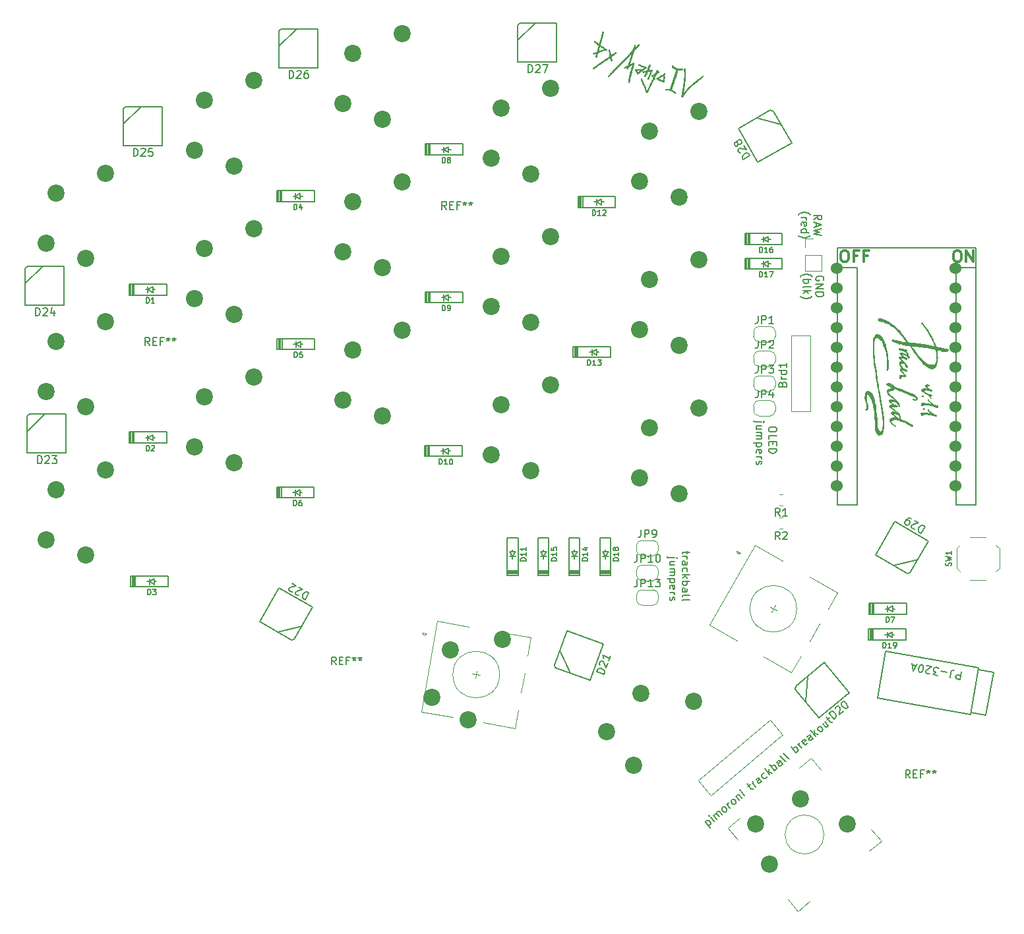
<source format=gbr>
G04 #@! TF.GenerationSoftware,KiCad,Pcbnew,(6.0.4-0)*
G04 #@! TF.CreationDate,2022-05-15T19:59:01-07:00*
G04 #@! TF.ProjectId,split_3x,73706c69-745f-4337-982e-6b696361645f,rev?*
G04 #@! TF.SameCoordinates,Original*
G04 #@! TF.FileFunction,Legend,Top*
G04 #@! TF.FilePolarity,Positive*
%FSLAX46Y46*%
G04 Gerber Fmt 4.6, Leading zero omitted, Abs format (unit mm)*
G04 Created by KiCad (PCBNEW (6.0.4-0)) date 2022-05-15 19:59:01*
%MOMM*%
%LPD*%
G01*
G04 APERTURE LIST*
%ADD10C,0.200000*%
%ADD11C,0.300000*%
%ADD12C,0.150000*%
%ADD13C,0.120000*%
%ADD14C,0.010000*%
%ADD15C,2.200000*%
%ADD16C,1.524000*%
G04 APERTURE END LIST*
D10*
X175977619Y-97385416D02*
X175977619Y-97575892D01*
X175930000Y-97671130D01*
X175834761Y-97766369D01*
X175644285Y-97813988D01*
X175310952Y-97813988D01*
X175120476Y-97766369D01*
X175025238Y-97671130D01*
X174977619Y-97575892D01*
X174977619Y-97385416D01*
X175025238Y-97290178D01*
X175120476Y-97194940D01*
X175310952Y-97147321D01*
X175644285Y-97147321D01*
X175834761Y-97194940D01*
X175930000Y-97290178D01*
X175977619Y-97385416D01*
X174977619Y-98718750D02*
X174977619Y-98242559D01*
X175977619Y-98242559D01*
X175501428Y-99052083D02*
X175501428Y-99385416D01*
X174977619Y-99528273D02*
X174977619Y-99052083D01*
X175977619Y-99052083D01*
X175977619Y-99528273D01*
X174977619Y-99956845D02*
X175977619Y-99956845D01*
X175977619Y-100194940D01*
X175930000Y-100337797D01*
X175834761Y-100433035D01*
X175739523Y-100480654D01*
X175549047Y-100528273D01*
X175406190Y-100528273D01*
X175215714Y-100480654D01*
X175120476Y-100433035D01*
X175025238Y-100337797D01*
X174977619Y-100194940D01*
X174977619Y-99956845D01*
X174034285Y-96504464D02*
X173177142Y-96504464D01*
X173081904Y-96456845D01*
X173034285Y-96361607D01*
X173034285Y-96313988D01*
X174367619Y-96504464D02*
X174320000Y-96456845D01*
X174272380Y-96504464D01*
X174320000Y-96552083D01*
X174367619Y-96504464D01*
X174272380Y-96504464D01*
X174034285Y-97409226D02*
X173367619Y-97409226D01*
X174034285Y-96980654D02*
X173510476Y-96980654D01*
X173415238Y-97028273D01*
X173367619Y-97123511D01*
X173367619Y-97266369D01*
X173415238Y-97361607D01*
X173462857Y-97409226D01*
X173367619Y-97885416D02*
X174034285Y-97885416D01*
X173939047Y-97885416D02*
X173986666Y-97933035D01*
X174034285Y-98028273D01*
X174034285Y-98171130D01*
X173986666Y-98266369D01*
X173891428Y-98313988D01*
X173367619Y-98313988D01*
X173891428Y-98313988D02*
X173986666Y-98361607D01*
X174034285Y-98456845D01*
X174034285Y-98599702D01*
X173986666Y-98694940D01*
X173891428Y-98742559D01*
X173367619Y-98742559D01*
X174034285Y-99218750D02*
X173034285Y-99218750D01*
X173986666Y-99218750D02*
X174034285Y-99313988D01*
X174034285Y-99504464D01*
X173986666Y-99599702D01*
X173939047Y-99647321D01*
X173843809Y-99694940D01*
X173558095Y-99694940D01*
X173462857Y-99647321D01*
X173415238Y-99599702D01*
X173367619Y-99504464D01*
X173367619Y-99313988D01*
X173415238Y-99218750D01*
X173415238Y-100504464D02*
X173367619Y-100409226D01*
X173367619Y-100218750D01*
X173415238Y-100123511D01*
X173510476Y-100075892D01*
X173891428Y-100075892D01*
X173986666Y-100123511D01*
X174034285Y-100218750D01*
X174034285Y-100409226D01*
X173986666Y-100504464D01*
X173891428Y-100552083D01*
X173796190Y-100552083D01*
X173700952Y-100075892D01*
X173367619Y-100980654D02*
X174034285Y-100980654D01*
X173843809Y-100980654D02*
X173939047Y-101028273D01*
X173986666Y-101075892D01*
X174034285Y-101171130D01*
X174034285Y-101266369D01*
X173415238Y-101552083D02*
X173367619Y-101647321D01*
X173367619Y-101837797D01*
X173415238Y-101933035D01*
X173510476Y-101980654D01*
X173558095Y-101980654D01*
X173653333Y-101933035D01*
X173700952Y-101837797D01*
X173700952Y-101694940D01*
X173748571Y-101599702D01*
X173843809Y-101552083D01*
X173891428Y-101552083D01*
X173986666Y-101599702D01*
X174034285Y-101694940D01*
X174034285Y-101837797D01*
X173986666Y-101933035D01*
X181987000Y-78338095D02*
X182034619Y-78242857D01*
X182034619Y-78100000D01*
X181987000Y-77957142D01*
X181891761Y-77861904D01*
X181796523Y-77814285D01*
X181606047Y-77766666D01*
X181463190Y-77766666D01*
X181272714Y-77814285D01*
X181177476Y-77861904D01*
X181082238Y-77957142D01*
X181034619Y-78100000D01*
X181034619Y-78195238D01*
X181082238Y-78338095D01*
X181129857Y-78385714D01*
X181463190Y-78385714D01*
X181463190Y-78195238D01*
X181034619Y-78814285D02*
X182034619Y-78814285D01*
X181034619Y-79385714D01*
X182034619Y-79385714D01*
X181034619Y-79861904D02*
X182034619Y-79861904D01*
X182034619Y-80100000D01*
X181987000Y-80242857D01*
X181891761Y-80338095D01*
X181796523Y-80385714D01*
X181606047Y-80433333D01*
X181463190Y-80433333D01*
X181272714Y-80385714D01*
X181177476Y-80338095D01*
X181082238Y-80242857D01*
X181034619Y-80100000D01*
X181034619Y-79861904D01*
X179043666Y-77838095D02*
X179091285Y-77790476D01*
X179234142Y-77695238D01*
X179329380Y-77647619D01*
X179472238Y-77600000D01*
X179710333Y-77552380D01*
X179900809Y-77552380D01*
X180138904Y-77600000D01*
X180281761Y-77647619D01*
X180377000Y-77695238D01*
X180519857Y-77790476D01*
X180567476Y-77838095D01*
X179424619Y-78219047D02*
X180424619Y-78219047D01*
X180043666Y-78219047D02*
X180091285Y-78314285D01*
X180091285Y-78504761D01*
X180043666Y-78600000D01*
X179996047Y-78647619D01*
X179900809Y-78695238D01*
X179615095Y-78695238D01*
X179519857Y-78647619D01*
X179472238Y-78600000D01*
X179424619Y-78504761D01*
X179424619Y-78314285D01*
X179472238Y-78219047D01*
X179424619Y-79266666D02*
X179472238Y-79171428D01*
X179567476Y-79123809D01*
X180424619Y-79123809D01*
X179424619Y-79647619D02*
X180424619Y-79647619D01*
X179805571Y-79742857D02*
X179424619Y-80028571D01*
X180091285Y-80028571D02*
X179710333Y-79647619D01*
X179043666Y-80361904D02*
X179091285Y-80409523D01*
X179234142Y-80504761D01*
X179329380Y-80552380D01*
X179472238Y-80600000D01*
X179710333Y-80647619D01*
X179900809Y-80647619D01*
X180138904Y-80600000D01*
X180281761Y-80552380D01*
X180377000Y-80504761D01*
X180519857Y-80409523D01*
X180567476Y-80361904D01*
X180780619Y-70535523D02*
X181256809Y-70202190D01*
X180780619Y-69964095D02*
X181780619Y-69964095D01*
X181780619Y-70345047D01*
X181733000Y-70440285D01*
X181685380Y-70487904D01*
X181590142Y-70535523D01*
X181447285Y-70535523D01*
X181352047Y-70487904D01*
X181304428Y-70440285D01*
X181256809Y-70345047D01*
X181256809Y-69964095D01*
X181066333Y-70916476D02*
X181066333Y-71392666D01*
X180780619Y-70821238D02*
X181780619Y-71154571D01*
X180780619Y-71487904D01*
X181780619Y-71726000D02*
X180780619Y-71964095D01*
X181494904Y-72154571D01*
X180780619Y-72345047D01*
X181780619Y-72583142D01*
X178789666Y-69892666D02*
X178837285Y-69845047D01*
X178980142Y-69749809D01*
X179075380Y-69702190D01*
X179218238Y-69654571D01*
X179456333Y-69606952D01*
X179646809Y-69606952D01*
X179884904Y-69654571D01*
X180027761Y-69702190D01*
X180123000Y-69749809D01*
X180265857Y-69845047D01*
X180313476Y-69892666D01*
X179170619Y-70273619D02*
X179837285Y-70273619D01*
X179646809Y-70273619D02*
X179742047Y-70321238D01*
X179789666Y-70368857D01*
X179837285Y-70464095D01*
X179837285Y-70559333D01*
X179218238Y-71273619D02*
X179170619Y-71178380D01*
X179170619Y-70987904D01*
X179218238Y-70892666D01*
X179313476Y-70845047D01*
X179694428Y-70845047D01*
X179789666Y-70892666D01*
X179837285Y-70987904D01*
X179837285Y-71178380D01*
X179789666Y-71273619D01*
X179694428Y-71321238D01*
X179599190Y-71321238D01*
X179503952Y-70845047D01*
X179170619Y-72178380D02*
X180170619Y-72178380D01*
X179218238Y-72178380D02*
X179170619Y-72083142D01*
X179170619Y-71892666D01*
X179218238Y-71797428D01*
X179265857Y-71749809D01*
X179361095Y-71702190D01*
X179646809Y-71702190D01*
X179742047Y-71749809D01*
X179789666Y-71797428D01*
X179837285Y-71892666D01*
X179837285Y-72083142D01*
X179789666Y-72178380D01*
X178789666Y-72559333D02*
X178837285Y-72606952D01*
X178980142Y-72702190D01*
X179075380Y-72749809D01*
X179218238Y-72797428D01*
X179456333Y-72845047D01*
X179646809Y-72845047D01*
X179884904Y-72797428D01*
X180027761Y-72749809D01*
X180123000Y-72702190D01*
X180265857Y-72606952D01*
X180313476Y-72559333D01*
D11*
X199057428Y-74468571D02*
X199343142Y-74468571D01*
X199486000Y-74540000D01*
X199628857Y-74682857D01*
X199700285Y-74968571D01*
X199700285Y-75468571D01*
X199628857Y-75754285D01*
X199486000Y-75897142D01*
X199343142Y-75968571D01*
X199057428Y-75968571D01*
X198914571Y-75897142D01*
X198771714Y-75754285D01*
X198700285Y-75468571D01*
X198700285Y-74968571D01*
X198771714Y-74682857D01*
X198914571Y-74540000D01*
X199057428Y-74468571D01*
X200343142Y-75968571D02*
X200343142Y-74468571D01*
X201200285Y-75968571D01*
X201200285Y-74468571D01*
X184587428Y-74468571D02*
X184873142Y-74468571D01*
X185016000Y-74540000D01*
X185158857Y-74682857D01*
X185230285Y-74968571D01*
X185230285Y-75468571D01*
X185158857Y-75754285D01*
X185016000Y-75897142D01*
X184873142Y-75968571D01*
X184587428Y-75968571D01*
X184444571Y-75897142D01*
X184301714Y-75754285D01*
X184230285Y-75468571D01*
X184230285Y-74968571D01*
X184301714Y-74682857D01*
X184444571Y-74540000D01*
X184587428Y-74468571D01*
X186373142Y-75182857D02*
X185873142Y-75182857D01*
X185873142Y-75968571D02*
X185873142Y-74468571D01*
X186587428Y-74468571D01*
X187658857Y-75182857D02*
X187158857Y-75182857D01*
X187158857Y-75968571D02*
X187158857Y-74468571D01*
X187873142Y-74468571D01*
D10*
X164531785Y-113086011D02*
X164531785Y-113466964D01*
X164865119Y-113228869D02*
X164007976Y-113228869D01*
X163912738Y-113276488D01*
X163865119Y-113371726D01*
X163865119Y-113466964D01*
X163865119Y-113800297D02*
X164531785Y-113800297D01*
X164341309Y-113800297D02*
X164436547Y-113847916D01*
X164484166Y-113895535D01*
X164531785Y-113990773D01*
X164531785Y-114086011D01*
X163865119Y-114847916D02*
X164388928Y-114847916D01*
X164484166Y-114800297D01*
X164531785Y-114705059D01*
X164531785Y-114514583D01*
X164484166Y-114419345D01*
X163912738Y-114847916D02*
X163865119Y-114752678D01*
X163865119Y-114514583D01*
X163912738Y-114419345D01*
X164007976Y-114371726D01*
X164103214Y-114371726D01*
X164198452Y-114419345D01*
X164246071Y-114514583D01*
X164246071Y-114752678D01*
X164293690Y-114847916D01*
X163912738Y-115752678D02*
X163865119Y-115657440D01*
X163865119Y-115466964D01*
X163912738Y-115371726D01*
X163960357Y-115324107D01*
X164055595Y-115276488D01*
X164341309Y-115276488D01*
X164436547Y-115324107D01*
X164484166Y-115371726D01*
X164531785Y-115466964D01*
X164531785Y-115657440D01*
X164484166Y-115752678D01*
X163865119Y-116181250D02*
X164865119Y-116181250D01*
X164246071Y-116276488D02*
X163865119Y-116562202D01*
X164531785Y-116562202D02*
X164150833Y-116181250D01*
X163865119Y-116990773D02*
X164865119Y-116990773D01*
X164484166Y-116990773D02*
X164531785Y-117086011D01*
X164531785Y-117276488D01*
X164484166Y-117371726D01*
X164436547Y-117419345D01*
X164341309Y-117466964D01*
X164055595Y-117466964D01*
X163960357Y-117419345D01*
X163912738Y-117371726D01*
X163865119Y-117276488D01*
X163865119Y-117086011D01*
X163912738Y-116990773D01*
X163865119Y-118324107D02*
X164388928Y-118324107D01*
X164484166Y-118276488D01*
X164531785Y-118181250D01*
X164531785Y-117990773D01*
X164484166Y-117895535D01*
X163912738Y-118324107D02*
X163865119Y-118228869D01*
X163865119Y-117990773D01*
X163912738Y-117895535D01*
X164007976Y-117847916D01*
X164103214Y-117847916D01*
X164198452Y-117895535D01*
X164246071Y-117990773D01*
X164246071Y-118228869D01*
X164293690Y-118324107D01*
X163865119Y-118943154D02*
X163912738Y-118847916D01*
X164007976Y-118800297D01*
X164865119Y-118800297D01*
X163865119Y-119466964D02*
X163912738Y-119371726D01*
X164007976Y-119324107D01*
X164865119Y-119324107D01*
X162921785Y-113966964D02*
X162064642Y-113966964D01*
X161969404Y-113919345D01*
X161921785Y-113824107D01*
X161921785Y-113776488D01*
X163255119Y-113966964D02*
X163207500Y-113919345D01*
X163159880Y-113966964D01*
X163207500Y-114014583D01*
X163255119Y-113966964D01*
X163159880Y-113966964D01*
X162921785Y-114871726D02*
X162255119Y-114871726D01*
X162921785Y-114443154D02*
X162397976Y-114443154D01*
X162302738Y-114490773D01*
X162255119Y-114586011D01*
X162255119Y-114728869D01*
X162302738Y-114824107D01*
X162350357Y-114871726D01*
X162255119Y-115347916D02*
X162921785Y-115347916D01*
X162826547Y-115347916D02*
X162874166Y-115395535D01*
X162921785Y-115490773D01*
X162921785Y-115633630D01*
X162874166Y-115728869D01*
X162778928Y-115776488D01*
X162255119Y-115776488D01*
X162778928Y-115776488D02*
X162874166Y-115824107D01*
X162921785Y-115919345D01*
X162921785Y-116062202D01*
X162874166Y-116157440D01*
X162778928Y-116205059D01*
X162255119Y-116205059D01*
X162921785Y-116681250D02*
X161921785Y-116681250D01*
X162874166Y-116681250D02*
X162921785Y-116776488D01*
X162921785Y-116966964D01*
X162874166Y-117062202D01*
X162826547Y-117109821D01*
X162731309Y-117157440D01*
X162445595Y-117157440D01*
X162350357Y-117109821D01*
X162302738Y-117062202D01*
X162255119Y-116966964D01*
X162255119Y-116776488D01*
X162302738Y-116681250D01*
X162302738Y-117966964D02*
X162255119Y-117871726D01*
X162255119Y-117681250D01*
X162302738Y-117586011D01*
X162397976Y-117538392D01*
X162778928Y-117538392D01*
X162874166Y-117586011D01*
X162921785Y-117681250D01*
X162921785Y-117871726D01*
X162874166Y-117966964D01*
X162778928Y-118014583D01*
X162683690Y-118014583D01*
X162588452Y-117538392D01*
X162255119Y-118443154D02*
X162921785Y-118443154D01*
X162731309Y-118443154D02*
X162826547Y-118490773D01*
X162874166Y-118538392D01*
X162921785Y-118633630D01*
X162921785Y-118728869D01*
X162302738Y-119014583D02*
X162255119Y-119109821D01*
X162255119Y-119300297D01*
X162302738Y-119395535D01*
X162397976Y-119443154D01*
X162445595Y-119443154D01*
X162540833Y-119395535D01*
X162588452Y-119300297D01*
X162588452Y-119157440D01*
X162636071Y-119062202D01*
X162731309Y-119014583D01*
X162778928Y-119014583D01*
X162874166Y-119062202D01*
X162921785Y-119157440D01*
X162921785Y-119300297D01*
X162874166Y-119395535D01*
D12*
G04 #@! TO.C,Brd1*
X176734821Y-91654166D02*
X176782440Y-91511309D01*
X176830059Y-91463690D01*
X176925297Y-91416071D01*
X177068154Y-91416071D01*
X177163392Y-91463690D01*
X177211011Y-91511309D01*
X177258630Y-91606547D01*
X177258630Y-91987500D01*
X176258630Y-91987500D01*
X176258630Y-91654166D01*
X176306250Y-91558928D01*
X176353869Y-91511309D01*
X176449107Y-91463690D01*
X176544345Y-91463690D01*
X176639583Y-91511309D01*
X176687202Y-91558928D01*
X176734821Y-91654166D01*
X176734821Y-91987500D01*
X177258630Y-90987500D02*
X176591964Y-90987500D01*
X176782440Y-90987500D02*
X176687202Y-90939880D01*
X176639583Y-90892261D01*
X176591964Y-90797023D01*
X176591964Y-90701785D01*
X177258630Y-89939880D02*
X176258630Y-89939880D01*
X177211011Y-89939880D02*
X177258630Y-90035119D01*
X177258630Y-90225595D01*
X177211011Y-90320833D01*
X177163392Y-90368452D01*
X177068154Y-90416071D01*
X176782440Y-90416071D01*
X176687202Y-90368452D01*
X176639583Y-90320833D01*
X176591964Y-90225595D01*
X176591964Y-90035119D01*
X176639583Y-89939880D01*
X177258630Y-88939880D02*
X177258630Y-89511309D01*
X177258630Y-89225595D02*
X176258630Y-89225595D01*
X176401488Y-89320833D01*
X176496726Y-89416071D01*
X176544345Y-89511309D01*
G04 #@! TO.C,D3*
X95233333Y-118716666D02*
X95233333Y-118016666D01*
X95400000Y-118016666D01*
X95500000Y-118050000D01*
X95566666Y-118116666D01*
X95600000Y-118183333D01*
X95633333Y-118316666D01*
X95633333Y-118416666D01*
X95600000Y-118550000D01*
X95566666Y-118616666D01*
X95500000Y-118683333D01*
X95400000Y-118716666D01*
X95233333Y-118716666D01*
X95866666Y-118016666D02*
X96300000Y-118016666D01*
X96066666Y-118283333D01*
X96166666Y-118283333D01*
X96233333Y-118316666D01*
X96266666Y-118350000D01*
X96300000Y-118416666D01*
X96300000Y-118583333D01*
X96266666Y-118650000D01*
X96233333Y-118683333D01*
X96166666Y-118716666D01*
X95966666Y-118716666D01*
X95900000Y-118683333D01*
X95866666Y-118650000D01*
G04 #@! TO.C,JP1*
X173597916Y-82877380D02*
X173597916Y-83591666D01*
X173550297Y-83734523D01*
X173455059Y-83829761D01*
X173312202Y-83877380D01*
X173216964Y-83877380D01*
X174074107Y-83877380D02*
X174074107Y-82877380D01*
X174455059Y-82877380D01*
X174550297Y-82925000D01*
X174597916Y-82972619D01*
X174645535Y-83067857D01*
X174645535Y-83210714D01*
X174597916Y-83305952D01*
X174550297Y-83353571D01*
X174455059Y-83401190D01*
X174074107Y-83401190D01*
X175597916Y-83877380D02*
X175026488Y-83877380D01*
X175312202Y-83877380D02*
X175312202Y-82877380D01*
X175216964Y-83020238D01*
X175121726Y-83115476D01*
X175026488Y-83163095D01*
G04 #@! TO.C,JP2*
X173597916Y-86052380D02*
X173597916Y-86766666D01*
X173550297Y-86909523D01*
X173455059Y-87004761D01*
X173312202Y-87052380D01*
X173216964Y-87052380D01*
X174074107Y-87052380D02*
X174074107Y-86052380D01*
X174455059Y-86052380D01*
X174550297Y-86100000D01*
X174597916Y-86147619D01*
X174645535Y-86242857D01*
X174645535Y-86385714D01*
X174597916Y-86480952D01*
X174550297Y-86528571D01*
X174455059Y-86576190D01*
X174074107Y-86576190D01*
X175026488Y-86147619D02*
X175074107Y-86100000D01*
X175169345Y-86052380D01*
X175407440Y-86052380D01*
X175502678Y-86100000D01*
X175550297Y-86147619D01*
X175597916Y-86242857D01*
X175597916Y-86338095D01*
X175550297Y-86480952D01*
X174978869Y-87052380D01*
X175597916Y-87052380D01*
G04 #@! TO.C,JP3*
X173597916Y-89227380D02*
X173597916Y-89941666D01*
X173550297Y-90084523D01*
X173455059Y-90179761D01*
X173312202Y-90227380D01*
X173216964Y-90227380D01*
X174074107Y-90227380D02*
X174074107Y-89227380D01*
X174455059Y-89227380D01*
X174550297Y-89275000D01*
X174597916Y-89322619D01*
X174645535Y-89417857D01*
X174645535Y-89560714D01*
X174597916Y-89655952D01*
X174550297Y-89703571D01*
X174455059Y-89751190D01*
X174074107Y-89751190D01*
X174978869Y-89227380D02*
X175597916Y-89227380D01*
X175264583Y-89608333D01*
X175407440Y-89608333D01*
X175502678Y-89655952D01*
X175550297Y-89703571D01*
X175597916Y-89798809D01*
X175597916Y-90036904D01*
X175550297Y-90132142D01*
X175502678Y-90179761D01*
X175407440Y-90227380D01*
X175121726Y-90227380D01*
X175026488Y-90179761D01*
X174978869Y-90132142D01*
G04 #@! TO.C,JP4*
X173597916Y-92402380D02*
X173597916Y-93116666D01*
X173550297Y-93259523D01*
X173455059Y-93354761D01*
X173312202Y-93402380D01*
X173216964Y-93402380D01*
X174074107Y-93402380D02*
X174074107Y-92402380D01*
X174455059Y-92402380D01*
X174550297Y-92450000D01*
X174597916Y-92497619D01*
X174645535Y-92592857D01*
X174645535Y-92735714D01*
X174597916Y-92830952D01*
X174550297Y-92878571D01*
X174455059Y-92926190D01*
X174074107Y-92926190D01*
X175502678Y-92735714D02*
X175502678Y-93402380D01*
X175264583Y-92354761D02*
X175026488Y-93069047D01*
X175645535Y-93069047D01*
G04 #@! TO.C,R1*
X176402083Y-108614880D02*
X176068750Y-108138690D01*
X175830654Y-108614880D02*
X175830654Y-107614880D01*
X176211607Y-107614880D01*
X176306845Y-107662500D01*
X176354464Y-107710119D01*
X176402083Y-107805357D01*
X176402083Y-107948214D01*
X176354464Y-108043452D01*
X176306845Y-108091071D01*
X176211607Y-108138690D01*
X175830654Y-108138690D01*
X177354464Y-108614880D02*
X176783035Y-108614880D01*
X177068750Y-108614880D02*
X177068750Y-107614880D01*
X176973511Y-107757738D01*
X176878273Y-107852976D01*
X176783035Y-107900595D01*
G04 #@! TO.C,R2*
X176402083Y-111614880D02*
X176068750Y-111138690D01*
X175830654Y-111614880D02*
X175830654Y-110614880D01*
X176211607Y-110614880D01*
X176306845Y-110662500D01*
X176354464Y-110710119D01*
X176402083Y-110805357D01*
X176402083Y-110948214D01*
X176354464Y-111043452D01*
X176306845Y-111091071D01*
X176211607Y-111138690D01*
X175830654Y-111138690D01*
X176783035Y-110710119D02*
X176830654Y-110662500D01*
X176925892Y-110614880D01*
X177163988Y-110614880D01*
X177259226Y-110662500D01*
X177306845Y-110710119D01*
X177354464Y-110805357D01*
X177354464Y-110900595D01*
X177306845Y-111043452D01*
X176735416Y-111614880D01*
X177354464Y-111614880D01*
G04 #@! TO.C,SW1*
X198377083Y-114983333D02*
X198410416Y-114883333D01*
X198410416Y-114716666D01*
X198377083Y-114650000D01*
X198343750Y-114616666D01*
X198277083Y-114583333D01*
X198210416Y-114583333D01*
X198143750Y-114616666D01*
X198110416Y-114650000D01*
X198077083Y-114716666D01*
X198043750Y-114850000D01*
X198010416Y-114916666D01*
X197977083Y-114950000D01*
X197910416Y-114983333D01*
X197843750Y-114983333D01*
X197777083Y-114950000D01*
X197743750Y-114916666D01*
X197710416Y-114850000D01*
X197710416Y-114683333D01*
X197743750Y-114583333D01*
X197710416Y-114350000D02*
X198410416Y-114183333D01*
X197910416Y-114050000D01*
X198410416Y-113916666D01*
X197710416Y-113750000D01*
X198410416Y-113116666D02*
X198410416Y-113516666D01*
X198410416Y-113316666D02*
X197710416Y-113316666D01*
X197810416Y-113383333D01*
X197877083Y-113450000D01*
X197910416Y-113516666D01*
G04 #@! TO.C, *
G04 #@! TO.C,REF\u002A\u002A*
X95504166Y-86677380D02*
X95170833Y-86201190D01*
X94932738Y-86677380D02*
X94932738Y-85677380D01*
X95313690Y-85677380D01*
X95408928Y-85725000D01*
X95456547Y-85772619D01*
X95504166Y-85867857D01*
X95504166Y-86010714D01*
X95456547Y-86105952D01*
X95408928Y-86153571D01*
X95313690Y-86201190D01*
X94932738Y-86201190D01*
X95932738Y-86153571D02*
X96266071Y-86153571D01*
X96408928Y-86677380D02*
X95932738Y-86677380D01*
X95932738Y-85677380D01*
X96408928Y-85677380D01*
X97170833Y-86153571D02*
X96837500Y-86153571D01*
X96837500Y-86677380D02*
X96837500Y-85677380D01*
X97313690Y-85677380D01*
X97837500Y-85677380D02*
X97837500Y-85915476D01*
X97599404Y-85820238D02*
X97837500Y-85915476D01*
X98075595Y-85820238D01*
X97694642Y-86105952D02*
X97837500Y-85915476D01*
X97980357Y-86105952D01*
X98599404Y-85677380D02*
X98599404Y-85915476D01*
X98361309Y-85820238D02*
X98599404Y-85915476D01*
X98837500Y-85820238D01*
X98456547Y-86105952D02*
X98599404Y-85915476D01*
X98742261Y-86105952D01*
X133604166Y-69214880D02*
X133270833Y-68738690D01*
X133032738Y-69214880D02*
X133032738Y-68214880D01*
X133413690Y-68214880D01*
X133508928Y-68262500D01*
X133556547Y-68310119D01*
X133604166Y-68405357D01*
X133604166Y-68548214D01*
X133556547Y-68643452D01*
X133508928Y-68691071D01*
X133413690Y-68738690D01*
X133032738Y-68738690D01*
X134032738Y-68691071D02*
X134366071Y-68691071D01*
X134508928Y-69214880D02*
X134032738Y-69214880D01*
X134032738Y-68214880D01*
X134508928Y-68214880D01*
X135270833Y-68691071D02*
X134937500Y-68691071D01*
X134937500Y-69214880D02*
X134937500Y-68214880D01*
X135413690Y-68214880D01*
X135937500Y-68214880D02*
X135937500Y-68452976D01*
X135699404Y-68357738D02*
X135937500Y-68452976D01*
X136175595Y-68357738D01*
X135794642Y-68643452D02*
X135937500Y-68452976D01*
X136080357Y-68643452D01*
X136699404Y-68214880D02*
X136699404Y-68452976D01*
X136461309Y-68357738D02*
X136699404Y-68452976D01*
X136937500Y-68357738D01*
X136556547Y-68643452D02*
X136699404Y-68452976D01*
X136842261Y-68643452D01*
X119416666Y-127702380D02*
X119083333Y-127226190D01*
X118845238Y-127702380D02*
X118845238Y-126702380D01*
X119226190Y-126702380D01*
X119321428Y-126750000D01*
X119369047Y-126797619D01*
X119416666Y-126892857D01*
X119416666Y-127035714D01*
X119369047Y-127130952D01*
X119321428Y-127178571D01*
X119226190Y-127226190D01*
X118845238Y-127226190D01*
X119845238Y-127178571D02*
X120178571Y-127178571D01*
X120321428Y-127702380D02*
X119845238Y-127702380D01*
X119845238Y-126702380D01*
X120321428Y-126702380D01*
X121083333Y-127178571D02*
X120750000Y-127178571D01*
X120750000Y-127702380D02*
X120750000Y-126702380D01*
X121226190Y-126702380D01*
X121750000Y-126702380D02*
X121750000Y-126940476D01*
X121511904Y-126845238D02*
X121750000Y-126940476D01*
X121988095Y-126845238D01*
X121607142Y-127130952D02*
X121750000Y-126940476D01*
X121892857Y-127130952D01*
X122511904Y-126702380D02*
X122511904Y-126940476D01*
X122273809Y-126845238D02*
X122511904Y-126940476D01*
X122750000Y-126845238D01*
X122369047Y-127130952D02*
X122511904Y-126940476D01*
X122654761Y-127130952D01*
X193135416Y-142239880D02*
X192802083Y-141763690D01*
X192563988Y-142239880D02*
X192563988Y-141239880D01*
X192944940Y-141239880D01*
X193040178Y-141287500D01*
X193087797Y-141335119D01*
X193135416Y-141430357D01*
X193135416Y-141573214D01*
X193087797Y-141668452D01*
X193040178Y-141716071D01*
X192944940Y-141763690D01*
X192563988Y-141763690D01*
X193563988Y-141716071D02*
X193897321Y-141716071D01*
X194040178Y-142239880D02*
X193563988Y-142239880D01*
X193563988Y-141239880D01*
X194040178Y-141239880D01*
X194802083Y-141716071D02*
X194468750Y-141716071D01*
X194468750Y-142239880D02*
X194468750Y-141239880D01*
X194944940Y-141239880D01*
X195468750Y-141239880D02*
X195468750Y-141477976D01*
X195230654Y-141382738D02*
X195468750Y-141477976D01*
X195706845Y-141382738D01*
X195325892Y-141668452D02*
X195468750Y-141477976D01*
X195611607Y-141668452D01*
X196230654Y-141239880D02*
X196230654Y-141477976D01*
X195992559Y-141382738D02*
X196230654Y-141477976D01*
X196468750Y-141382738D01*
X196087797Y-141668452D02*
X196230654Y-141477976D01*
X196373511Y-141668452D01*
G04 #@! TO.C, *
G04 #@! TO.C,U2*
X199674569Y-128595224D02*
X199500921Y-129580032D01*
X199125756Y-129513880D01*
X199040234Y-129450447D01*
X199001607Y-129395282D01*
X198971249Y-129293222D01*
X198996056Y-129152535D01*
X199059490Y-129067013D01*
X199114654Y-129028386D01*
X199216714Y-128998029D01*
X199591879Y-129064180D01*
X198234739Y-129356770D02*
X198358774Y-128653336D01*
X198430476Y-128520918D01*
X198540805Y-128443665D01*
X198689761Y-128421576D01*
X198783552Y-128438114D01*
X197873280Y-128664437D02*
X197122950Y-128532134D01*
X196640289Y-129075625D02*
X196030646Y-128968129D01*
X196425067Y-128650847D01*
X196284380Y-128626040D01*
X196198858Y-128562606D01*
X196160231Y-128507442D01*
X196129873Y-128405382D01*
X196171218Y-128170903D01*
X196234652Y-128085381D01*
X196289816Y-128046755D01*
X196391876Y-128016397D01*
X196673250Y-128066011D01*
X196758772Y-128129444D01*
X196797399Y-128184609D01*
X195672019Y-128808186D02*
X195616854Y-128846813D01*
X195514794Y-128877170D01*
X195280316Y-128835825D01*
X195194794Y-128772392D01*
X195156167Y-128717227D01*
X195125809Y-128615167D01*
X195142347Y-128521376D01*
X195214050Y-128388958D01*
X195876025Y-127925438D01*
X195266382Y-127817942D01*
X194483091Y-128695253D02*
X194389300Y-128678715D01*
X194303777Y-128615282D01*
X194265151Y-128560117D01*
X194234793Y-128458057D01*
X194220973Y-128262206D01*
X194262318Y-128027727D01*
X194342289Y-127848414D01*
X194405723Y-127762892D01*
X194460888Y-127724265D01*
X194562948Y-127693907D01*
X194656739Y-127710445D01*
X194742261Y-127773879D01*
X194780888Y-127829043D01*
X194811246Y-127931104D01*
X194825065Y-128126955D01*
X194783720Y-128361433D01*
X194703749Y-128540747D01*
X194640315Y-128626269D01*
X194585151Y-128664895D01*
X194483091Y-128695253D01*
X193903691Y-127867785D02*
X193434735Y-127785095D01*
X194047096Y-127602949D02*
X193545179Y-128529874D01*
X193390558Y-127487183D01*
D10*
G04 #@! TO.C,D20*
X183367206Y-134669465D02*
X182724418Y-133903421D01*
X182906809Y-133750376D01*
X183046853Y-133695028D01*
X183181028Y-133706766D01*
X183278724Y-133749114D01*
X183437638Y-133864418D01*
X183529465Y-133973853D01*
X183615422Y-134150375D01*
X183640162Y-134253941D01*
X183628423Y-134388115D01*
X183549597Y-134516421D01*
X183367206Y-134669465D01*
X183515202Y-133364199D02*
X183521071Y-133297111D01*
X183563419Y-133199415D01*
X183745811Y-133046371D01*
X183849376Y-133021631D01*
X183916463Y-133027500D01*
X184014159Y-133069848D01*
X184075377Y-133142805D01*
X184130726Y-133282849D01*
X184060293Y-134087895D01*
X184534511Y-133689979D01*
X184365942Y-132526019D02*
X184438898Y-132464801D01*
X184542464Y-132440061D01*
X184609551Y-132445931D01*
X184707247Y-132488278D01*
X184866161Y-132603583D01*
X185019206Y-132785974D01*
X185105163Y-132962496D01*
X185129903Y-133066062D01*
X185124034Y-133133149D01*
X185081686Y-133230845D01*
X185008729Y-133292063D01*
X184905164Y-133316803D01*
X184838077Y-133310933D01*
X184740380Y-133268586D01*
X184581466Y-133153281D01*
X184428422Y-132970890D01*
X184342464Y-132794368D01*
X184317725Y-132690802D01*
X184323594Y-132623715D01*
X184365942Y-132526019D01*
G04 #@! TO.C,D21*
X153803411Y-128918185D02*
X152863719Y-128576165D01*
X152945152Y-128352429D01*
X153038759Y-128234474D01*
X153160827Y-128177552D01*
X153266608Y-128165379D01*
X153461884Y-128185778D01*
X153596126Y-128234638D01*
X153758828Y-128344532D01*
X153832036Y-128421853D01*
X153888957Y-128543920D01*
X153884845Y-128694449D01*
X153803411Y-128918185D01*
X153278947Y-127713793D02*
X153250486Y-127652759D01*
X153238312Y-127546978D01*
X153319746Y-127323242D01*
X153397066Y-127250034D01*
X153458100Y-127221573D01*
X153563881Y-127209399D01*
X153653376Y-127241973D01*
X153771331Y-127335580D01*
X154112858Y-128067987D01*
X154324585Y-127486273D01*
X154650318Y-126591327D02*
X154454878Y-127128295D01*
X154552598Y-126859811D02*
X153612906Y-126517791D01*
X153714574Y-126656145D01*
X153771495Y-126778213D01*
X153783669Y-126883994D01*
G04 #@! TO.C,D22*
X115930830Y-118482222D02*
X115430830Y-119348247D01*
X115224634Y-119229200D01*
X115124725Y-119116532D01*
X115089866Y-118986434D01*
X115096246Y-118880146D01*
X115150244Y-118691379D01*
X115221673Y-118567661D01*
X115358150Y-118426514D01*
X115447009Y-118367845D01*
X115577106Y-118332985D01*
X115724634Y-118363174D01*
X115930830Y-118482222D01*
X114653663Y-118789578D02*
X114588614Y-118807008D01*
X114482326Y-118800628D01*
X114276130Y-118681581D01*
X114217461Y-118592722D01*
X114200031Y-118527674D01*
X114206411Y-118421385D01*
X114254030Y-118338907D01*
X114366698Y-118238998D01*
X115147283Y-118029841D01*
X114611172Y-117720317D01*
X113828877Y-118313388D02*
X113763828Y-118330818D01*
X113657540Y-118324438D01*
X113451344Y-118205390D01*
X113392675Y-118116532D01*
X113375245Y-118051483D01*
X113381624Y-117945195D01*
X113429244Y-117862716D01*
X113541911Y-117762808D01*
X114322497Y-117553651D01*
X113786386Y-117244127D01*
G04 #@! TO.C,D23*
X81095714Y-101862380D02*
X81095714Y-100862380D01*
X81333809Y-100862380D01*
X81476666Y-100910000D01*
X81571904Y-101005238D01*
X81619523Y-101100476D01*
X81667142Y-101290952D01*
X81667142Y-101433809D01*
X81619523Y-101624285D01*
X81571904Y-101719523D01*
X81476666Y-101814761D01*
X81333809Y-101862380D01*
X81095714Y-101862380D01*
X82048095Y-100957619D02*
X82095714Y-100910000D01*
X82190952Y-100862380D01*
X82429047Y-100862380D01*
X82524285Y-100910000D01*
X82571904Y-100957619D01*
X82619523Y-101052857D01*
X82619523Y-101148095D01*
X82571904Y-101290952D01*
X82000476Y-101862380D01*
X82619523Y-101862380D01*
X82952857Y-100862380D02*
X83571904Y-100862380D01*
X83238571Y-101243333D01*
X83381428Y-101243333D01*
X83476666Y-101290952D01*
X83524285Y-101338571D01*
X83571904Y-101433809D01*
X83571904Y-101671904D01*
X83524285Y-101767142D01*
X83476666Y-101814761D01*
X83381428Y-101862380D01*
X83095714Y-101862380D01*
X83000476Y-101814761D01*
X82952857Y-101767142D01*
G04 #@! TO.C,D24*
X80845714Y-82862380D02*
X80845714Y-81862380D01*
X81083809Y-81862380D01*
X81226666Y-81910000D01*
X81321904Y-82005238D01*
X81369523Y-82100476D01*
X81417142Y-82290952D01*
X81417142Y-82433809D01*
X81369523Y-82624285D01*
X81321904Y-82719523D01*
X81226666Y-82814761D01*
X81083809Y-82862380D01*
X80845714Y-82862380D01*
X81798095Y-81957619D02*
X81845714Y-81910000D01*
X81940952Y-81862380D01*
X82179047Y-81862380D01*
X82274285Y-81910000D01*
X82321904Y-81957619D01*
X82369523Y-82052857D01*
X82369523Y-82148095D01*
X82321904Y-82290952D01*
X81750476Y-82862380D01*
X82369523Y-82862380D01*
X83226666Y-82195714D02*
X83226666Y-82862380D01*
X82988571Y-81814761D02*
X82750476Y-82529047D01*
X83369523Y-82529047D01*
G04 #@! TO.C,D25*
X93414464Y-62374880D02*
X93414464Y-61374880D01*
X93652559Y-61374880D01*
X93795416Y-61422500D01*
X93890654Y-61517738D01*
X93938273Y-61612976D01*
X93985892Y-61803452D01*
X93985892Y-61946309D01*
X93938273Y-62136785D01*
X93890654Y-62232023D01*
X93795416Y-62327261D01*
X93652559Y-62374880D01*
X93414464Y-62374880D01*
X94366845Y-61470119D02*
X94414464Y-61422500D01*
X94509702Y-61374880D01*
X94747797Y-61374880D01*
X94843035Y-61422500D01*
X94890654Y-61470119D01*
X94938273Y-61565357D01*
X94938273Y-61660595D01*
X94890654Y-61803452D01*
X94319226Y-62374880D01*
X94938273Y-62374880D01*
X95843035Y-61374880D02*
X95366845Y-61374880D01*
X95319226Y-61851071D01*
X95366845Y-61803452D01*
X95462083Y-61755833D01*
X95700178Y-61755833D01*
X95795416Y-61803452D01*
X95843035Y-61851071D01*
X95890654Y-61946309D01*
X95890654Y-62184404D01*
X95843035Y-62279642D01*
X95795416Y-62327261D01*
X95700178Y-62374880D01*
X95462083Y-62374880D01*
X95366845Y-62327261D01*
X95319226Y-62279642D01*
G04 #@! TO.C,D26*
X113414464Y-52374880D02*
X113414464Y-51374880D01*
X113652559Y-51374880D01*
X113795416Y-51422500D01*
X113890654Y-51517738D01*
X113938273Y-51612976D01*
X113985892Y-51803452D01*
X113985892Y-51946309D01*
X113938273Y-52136785D01*
X113890654Y-52232023D01*
X113795416Y-52327261D01*
X113652559Y-52374880D01*
X113414464Y-52374880D01*
X114366845Y-51470119D02*
X114414464Y-51422500D01*
X114509702Y-51374880D01*
X114747797Y-51374880D01*
X114843035Y-51422500D01*
X114890654Y-51470119D01*
X114938273Y-51565357D01*
X114938273Y-51660595D01*
X114890654Y-51803452D01*
X114319226Y-52374880D01*
X114938273Y-52374880D01*
X115795416Y-51374880D02*
X115604940Y-51374880D01*
X115509702Y-51422500D01*
X115462083Y-51470119D01*
X115366845Y-51612976D01*
X115319226Y-51803452D01*
X115319226Y-52184404D01*
X115366845Y-52279642D01*
X115414464Y-52327261D01*
X115509702Y-52374880D01*
X115700178Y-52374880D01*
X115795416Y-52327261D01*
X115843035Y-52279642D01*
X115890654Y-52184404D01*
X115890654Y-51946309D01*
X115843035Y-51851071D01*
X115795416Y-51803452D01*
X115700178Y-51755833D01*
X115509702Y-51755833D01*
X115414464Y-51803452D01*
X115366845Y-51851071D01*
X115319226Y-51946309D01*
G04 #@! TO.C,D27*
X144095714Y-51612380D02*
X144095714Y-50612380D01*
X144333809Y-50612380D01*
X144476666Y-50660000D01*
X144571904Y-50755238D01*
X144619523Y-50850476D01*
X144667142Y-51040952D01*
X144667142Y-51183809D01*
X144619523Y-51374285D01*
X144571904Y-51469523D01*
X144476666Y-51564761D01*
X144333809Y-51612380D01*
X144095714Y-51612380D01*
X145048095Y-50707619D02*
X145095714Y-50660000D01*
X145190952Y-50612380D01*
X145429047Y-50612380D01*
X145524285Y-50660000D01*
X145571904Y-50707619D01*
X145619523Y-50802857D01*
X145619523Y-50898095D01*
X145571904Y-51040952D01*
X145000476Y-51612380D01*
X145619523Y-51612380D01*
X145952857Y-50612380D02*
X146619523Y-50612380D01*
X146190952Y-51612380D01*
G04 #@! TO.C,D28*
X172575769Y-62332373D02*
X171709743Y-62832373D01*
X171590696Y-62626177D01*
X171560506Y-62478649D01*
X171595366Y-62348552D01*
X171654035Y-62259693D01*
X171795183Y-62123216D01*
X171918901Y-62051787D01*
X172107667Y-61997789D01*
X172213956Y-61991409D01*
X172344053Y-62026268D01*
X172456721Y-62126177D01*
X172575769Y-62332373D01*
X171316031Y-61959968D02*
X171250983Y-61942538D01*
X171162124Y-61883869D01*
X171043077Y-61677673D01*
X171036697Y-61571385D01*
X171054127Y-61506336D01*
X171112796Y-61417477D01*
X171195274Y-61369858D01*
X171342802Y-61339669D01*
X172123388Y-61548827D01*
X171813864Y-61012716D01*
X171033278Y-60803558D02*
X171039658Y-60909846D01*
X171022228Y-60974895D01*
X170963559Y-61063753D01*
X170922320Y-61087563D01*
X170816031Y-61093943D01*
X170750983Y-61076513D01*
X170662124Y-61017844D01*
X170566886Y-60852887D01*
X170560506Y-60746599D01*
X170577936Y-60681550D01*
X170636605Y-60592691D01*
X170677845Y-60568882D01*
X170784133Y-60562502D01*
X170849182Y-60579932D01*
X170938040Y-60638601D01*
X171033278Y-60803558D01*
X171122136Y-60862227D01*
X171187185Y-60879657D01*
X171293473Y-60873277D01*
X171458431Y-60778039D01*
X171517100Y-60689181D01*
X171534529Y-60624132D01*
X171528150Y-60517844D01*
X171432912Y-60352887D01*
X171344053Y-60294218D01*
X171279004Y-60276788D01*
X171172716Y-60283168D01*
X171007759Y-60378406D01*
X170949090Y-60467264D01*
X170931660Y-60532313D01*
X170938040Y-60638601D01*
G04 #@! TO.C,D29*
X195018330Y-109944722D02*
X194518330Y-110810747D01*
X194312134Y-110691700D01*
X194212225Y-110579032D01*
X194177366Y-110448934D01*
X194183746Y-110342646D01*
X194237744Y-110153879D01*
X194309173Y-110030161D01*
X194445650Y-109889014D01*
X194534509Y-109830345D01*
X194664606Y-109795485D01*
X194812134Y-109825674D01*
X195018330Y-109944722D01*
X193741163Y-110252078D02*
X193676114Y-110269508D01*
X193569826Y-110263128D01*
X193363630Y-110144081D01*
X193304961Y-110055222D01*
X193287531Y-109990174D01*
X193293911Y-109883885D01*
X193341530Y-109801407D01*
X193454198Y-109701498D01*
X194234783Y-109492341D01*
X193698672Y-109182817D01*
X193286279Y-108944722D02*
X193121322Y-108849484D01*
X193015034Y-108843104D01*
X192949985Y-108860534D01*
X192796078Y-108936633D01*
X192659601Y-109077780D01*
X192469124Y-109407695D01*
X192462745Y-109513983D01*
X192480175Y-109579032D01*
X192538844Y-109667890D01*
X192703801Y-109763128D01*
X192810089Y-109769508D01*
X192875138Y-109752078D01*
X192963996Y-109693409D01*
X193083044Y-109487213D01*
X193089424Y-109380925D01*
X193071994Y-109315876D01*
X193013325Y-109227017D01*
X192848367Y-109131779D01*
X192742079Y-109125400D01*
X192677030Y-109142829D01*
X192588172Y-109201498D01*
D12*
G04 #@! TO.C,D1*
X95052083Y-81229166D02*
X95052083Y-80529166D01*
X95218750Y-80529166D01*
X95318750Y-80562500D01*
X95385416Y-80629166D01*
X95418750Y-80695833D01*
X95452083Y-80829166D01*
X95452083Y-80929166D01*
X95418750Y-81062500D01*
X95385416Y-81129166D01*
X95318750Y-81195833D01*
X95218750Y-81229166D01*
X95052083Y-81229166D01*
X96118750Y-81229166D02*
X95718750Y-81229166D01*
X95918750Y-81229166D02*
X95918750Y-80529166D01*
X95852083Y-80629166D01*
X95785416Y-80695833D01*
X95718750Y-80729166D01*
G04 #@! TO.C,D2*
X95052083Y-100229166D02*
X95052083Y-99529166D01*
X95218750Y-99529166D01*
X95318750Y-99562500D01*
X95385416Y-99629166D01*
X95418750Y-99695833D01*
X95452083Y-99829166D01*
X95452083Y-99929166D01*
X95418750Y-100062500D01*
X95385416Y-100129166D01*
X95318750Y-100195833D01*
X95218750Y-100229166D01*
X95052083Y-100229166D01*
X95718750Y-99595833D02*
X95752083Y-99562500D01*
X95818750Y-99529166D01*
X95985416Y-99529166D01*
X96052083Y-99562500D01*
X96085416Y-99595833D01*
X96118750Y-99662500D01*
X96118750Y-99729166D01*
X96085416Y-99829166D01*
X95685416Y-100229166D01*
X96118750Y-100229166D01*
G04 #@! TO.C,D4*
X114002083Y-69229166D02*
X114002083Y-68529166D01*
X114168750Y-68529166D01*
X114268750Y-68562500D01*
X114335416Y-68629166D01*
X114368750Y-68695833D01*
X114402083Y-68829166D01*
X114402083Y-68929166D01*
X114368750Y-69062500D01*
X114335416Y-69129166D01*
X114268750Y-69195833D01*
X114168750Y-69229166D01*
X114002083Y-69229166D01*
X115002083Y-68762500D02*
X115002083Y-69229166D01*
X114835416Y-68495833D02*
X114668750Y-68995833D01*
X115102083Y-68995833D01*
G04 #@! TO.C,D5*
X114052083Y-88229166D02*
X114052083Y-87529166D01*
X114218750Y-87529166D01*
X114318750Y-87562500D01*
X114385416Y-87629166D01*
X114418750Y-87695833D01*
X114452083Y-87829166D01*
X114452083Y-87929166D01*
X114418750Y-88062500D01*
X114385416Y-88129166D01*
X114318750Y-88195833D01*
X114218750Y-88229166D01*
X114052083Y-88229166D01*
X115085416Y-87529166D02*
X114752083Y-87529166D01*
X114718750Y-87862500D01*
X114752083Y-87829166D01*
X114818750Y-87795833D01*
X114985416Y-87795833D01*
X115052083Y-87829166D01*
X115085416Y-87862500D01*
X115118750Y-87929166D01*
X115118750Y-88095833D01*
X115085416Y-88162500D01*
X115052083Y-88195833D01*
X114985416Y-88229166D01*
X114818750Y-88229166D01*
X114752083Y-88195833D01*
X114718750Y-88162500D01*
G04 #@! TO.C,D6*
X113970833Y-107285416D02*
X113970833Y-106585416D01*
X114137500Y-106585416D01*
X114237500Y-106618750D01*
X114304166Y-106685416D01*
X114337500Y-106752083D01*
X114370833Y-106885416D01*
X114370833Y-106985416D01*
X114337500Y-107118750D01*
X114304166Y-107185416D01*
X114237500Y-107252083D01*
X114137500Y-107285416D01*
X113970833Y-107285416D01*
X114970833Y-106585416D02*
X114837500Y-106585416D01*
X114770833Y-106618750D01*
X114737500Y-106652083D01*
X114670833Y-106752083D01*
X114637500Y-106885416D01*
X114637500Y-107152083D01*
X114670833Y-107218750D01*
X114704166Y-107252083D01*
X114770833Y-107285416D01*
X114904166Y-107285416D01*
X114970833Y-107252083D01*
X115004166Y-107218750D01*
X115037500Y-107152083D01*
X115037500Y-106985416D01*
X115004166Y-106918750D01*
X114970833Y-106885416D01*
X114904166Y-106852083D01*
X114770833Y-106852083D01*
X114704166Y-106885416D01*
X114670833Y-106918750D01*
X114637500Y-106985416D01*
G04 #@! TO.C,D7*
X190052083Y-122229166D02*
X190052083Y-121529166D01*
X190218750Y-121529166D01*
X190318750Y-121562500D01*
X190385416Y-121629166D01*
X190418750Y-121695833D01*
X190452083Y-121829166D01*
X190452083Y-121929166D01*
X190418750Y-122062500D01*
X190385416Y-122129166D01*
X190318750Y-122195833D01*
X190218750Y-122229166D01*
X190052083Y-122229166D01*
X190685416Y-121529166D02*
X191152083Y-121529166D01*
X190852083Y-122229166D01*
G04 #@! TO.C,D8*
X133052083Y-63229166D02*
X133052083Y-62529166D01*
X133218750Y-62529166D01*
X133318750Y-62562500D01*
X133385416Y-62629166D01*
X133418750Y-62695833D01*
X133452083Y-62829166D01*
X133452083Y-62929166D01*
X133418750Y-63062500D01*
X133385416Y-63129166D01*
X133318750Y-63195833D01*
X133218750Y-63229166D01*
X133052083Y-63229166D01*
X133852083Y-62829166D02*
X133785416Y-62795833D01*
X133752083Y-62762500D01*
X133718750Y-62695833D01*
X133718750Y-62662500D01*
X133752083Y-62595833D01*
X133785416Y-62562500D01*
X133852083Y-62529166D01*
X133985416Y-62529166D01*
X134052083Y-62562500D01*
X134085416Y-62595833D01*
X134118750Y-62662500D01*
X134118750Y-62695833D01*
X134085416Y-62762500D01*
X134052083Y-62795833D01*
X133985416Y-62829166D01*
X133852083Y-62829166D01*
X133785416Y-62862500D01*
X133752083Y-62895833D01*
X133718750Y-62962500D01*
X133718750Y-63095833D01*
X133752083Y-63162500D01*
X133785416Y-63195833D01*
X133852083Y-63229166D01*
X133985416Y-63229166D01*
X134052083Y-63195833D01*
X134085416Y-63162500D01*
X134118750Y-63095833D01*
X134118750Y-62962500D01*
X134085416Y-62895833D01*
X134052083Y-62862500D01*
X133985416Y-62829166D01*
G04 #@! TO.C,D9*
X133052083Y-82229166D02*
X133052083Y-81529166D01*
X133218750Y-81529166D01*
X133318750Y-81562500D01*
X133385416Y-81629166D01*
X133418750Y-81695833D01*
X133452083Y-81829166D01*
X133452083Y-81929166D01*
X133418750Y-82062500D01*
X133385416Y-82129166D01*
X133318750Y-82195833D01*
X133218750Y-82229166D01*
X133052083Y-82229166D01*
X133785416Y-82229166D02*
X133918750Y-82229166D01*
X133985416Y-82195833D01*
X134018750Y-82162500D01*
X134085416Y-82062500D01*
X134118750Y-81929166D01*
X134118750Y-81662500D01*
X134085416Y-81595833D01*
X134052083Y-81562500D01*
X133985416Y-81529166D01*
X133852083Y-81529166D01*
X133785416Y-81562500D01*
X133752083Y-81595833D01*
X133718750Y-81662500D01*
X133718750Y-81829166D01*
X133752083Y-81895833D01*
X133785416Y-81929166D01*
X133852083Y-81962500D01*
X133985416Y-81962500D01*
X134052083Y-81929166D01*
X134085416Y-81895833D01*
X134118750Y-81829166D01*
G04 #@! TO.C,D10*
X132650000Y-101966666D02*
X132650000Y-101266666D01*
X132816666Y-101266666D01*
X132916666Y-101300000D01*
X132983333Y-101366666D01*
X133016666Y-101433333D01*
X133050000Y-101566666D01*
X133050000Y-101666666D01*
X133016666Y-101800000D01*
X132983333Y-101866666D01*
X132916666Y-101933333D01*
X132816666Y-101966666D01*
X132650000Y-101966666D01*
X133716666Y-101966666D02*
X133316666Y-101966666D01*
X133516666Y-101966666D02*
X133516666Y-101266666D01*
X133450000Y-101366666D01*
X133383333Y-101433333D01*
X133316666Y-101466666D01*
X134150000Y-101266666D02*
X134216666Y-101266666D01*
X134283333Y-101300000D01*
X134316666Y-101333333D01*
X134350000Y-101400000D01*
X134383333Y-101533333D01*
X134383333Y-101700000D01*
X134350000Y-101833333D01*
X134316666Y-101900000D01*
X134283333Y-101933333D01*
X134216666Y-101966666D01*
X134150000Y-101966666D01*
X134083333Y-101933333D01*
X134050000Y-101900000D01*
X134016666Y-101833333D01*
X133983333Y-101700000D01*
X133983333Y-101533333D01*
X134016666Y-101400000D01*
X134050000Y-101333333D01*
X134083333Y-101300000D01*
X134150000Y-101266666D01*
G04 #@! TO.C,D11*
X143797916Y-114356250D02*
X143097916Y-114356250D01*
X143097916Y-114189583D01*
X143131250Y-114089583D01*
X143197916Y-114022916D01*
X143264583Y-113989583D01*
X143397916Y-113956250D01*
X143497916Y-113956250D01*
X143631250Y-113989583D01*
X143697916Y-114022916D01*
X143764583Y-114089583D01*
X143797916Y-114189583D01*
X143797916Y-114356250D01*
X143797916Y-113289583D02*
X143797916Y-113689583D01*
X143797916Y-113489583D02*
X143097916Y-113489583D01*
X143197916Y-113556250D01*
X143264583Y-113622916D01*
X143297916Y-113689583D01*
X143797916Y-112622916D02*
X143797916Y-113022916D01*
X143797916Y-112822916D02*
X143097916Y-112822916D01*
X143197916Y-112889583D01*
X143264583Y-112956250D01*
X143297916Y-113022916D01*
G04 #@! TO.C,D12*
X152343750Y-69979166D02*
X152343750Y-69279166D01*
X152510416Y-69279166D01*
X152610416Y-69312500D01*
X152677083Y-69379166D01*
X152710416Y-69445833D01*
X152743750Y-69579166D01*
X152743750Y-69679166D01*
X152710416Y-69812500D01*
X152677083Y-69879166D01*
X152610416Y-69945833D01*
X152510416Y-69979166D01*
X152343750Y-69979166D01*
X153410416Y-69979166D02*
X153010416Y-69979166D01*
X153210416Y-69979166D02*
X153210416Y-69279166D01*
X153143750Y-69379166D01*
X153077083Y-69445833D01*
X153010416Y-69479166D01*
X153677083Y-69345833D02*
X153710416Y-69312500D01*
X153777083Y-69279166D01*
X153943750Y-69279166D01*
X154010416Y-69312500D01*
X154043750Y-69345833D01*
X154077083Y-69412500D01*
X154077083Y-69479166D01*
X154043750Y-69579166D01*
X153643750Y-69979166D01*
X154077083Y-69979166D01*
G04 #@! TO.C,D13*
X151718750Y-89229166D02*
X151718750Y-88529166D01*
X151885416Y-88529166D01*
X151985416Y-88562500D01*
X152052083Y-88629166D01*
X152085416Y-88695833D01*
X152118750Y-88829166D01*
X152118750Y-88929166D01*
X152085416Y-89062500D01*
X152052083Y-89129166D01*
X151985416Y-89195833D01*
X151885416Y-89229166D01*
X151718750Y-89229166D01*
X152785416Y-89229166D02*
X152385416Y-89229166D01*
X152585416Y-89229166D02*
X152585416Y-88529166D01*
X152518750Y-88629166D01*
X152452083Y-88695833D01*
X152385416Y-88729166D01*
X153018750Y-88529166D02*
X153452083Y-88529166D01*
X153218750Y-88795833D01*
X153318750Y-88795833D01*
X153385416Y-88829166D01*
X153418750Y-88862500D01*
X153452083Y-88929166D01*
X153452083Y-89095833D01*
X153418750Y-89162500D01*
X153385416Y-89195833D01*
X153318750Y-89229166D01*
X153118750Y-89229166D01*
X153052083Y-89195833D01*
X153018750Y-89162500D01*
G04 #@! TO.C,D14*
X151735416Y-114356250D02*
X151035416Y-114356250D01*
X151035416Y-114189583D01*
X151068750Y-114089583D01*
X151135416Y-114022916D01*
X151202083Y-113989583D01*
X151335416Y-113956250D01*
X151435416Y-113956250D01*
X151568750Y-113989583D01*
X151635416Y-114022916D01*
X151702083Y-114089583D01*
X151735416Y-114189583D01*
X151735416Y-114356250D01*
X151735416Y-113289583D02*
X151735416Y-113689583D01*
X151735416Y-113489583D02*
X151035416Y-113489583D01*
X151135416Y-113556250D01*
X151202083Y-113622916D01*
X151235416Y-113689583D01*
X151268750Y-112689583D02*
X151735416Y-112689583D01*
X151002083Y-112856250D02*
X151502083Y-113022916D01*
X151502083Y-112589583D01*
G04 #@! TO.C,D15*
X147766666Y-114356250D02*
X147066666Y-114356250D01*
X147066666Y-114189583D01*
X147100000Y-114089583D01*
X147166666Y-114022916D01*
X147233333Y-113989583D01*
X147366666Y-113956250D01*
X147466666Y-113956250D01*
X147600000Y-113989583D01*
X147666666Y-114022916D01*
X147733333Y-114089583D01*
X147766666Y-114189583D01*
X147766666Y-114356250D01*
X147766666Y-113289583D02*
X147766666Y-113689583D01*
X147766666Y-113489583D02*
X147066666Y-113489583D01*
X147166666Y-113556250D01*
X147233333Y-113622916D01*
X147266666Y-113689583D01*
X147066666Y-112656250D02*
X147066666Y-112989583D01*
X147400000Y-113022916D01*
X147366666Y-112989583D01*
X147333333Y-112922916D01*
X147333333Y-112756250D01*
X147366666Y-112689583D01*
X147400000Y-112656250D01*
X147466666Y-112622916D01*
X147633333Y-112622916D01*
X147700000Y-112656250D01*
X147733333Y-112689583D01*
X147766666Y-112756250D01*
X147766666Y-112922916D01*
X147733333Y-112989583D01*
X147700000Y-113022916D01*
G04 #@! TO.C,D16*
X173775000Y-74741666D02*
X173775000Y-74041666D01*
X173941666Y-74041666D01*
X174041666Y-74075000D01*
X174108333Y-74141666D01*
X174141666Y-74208333D01*
X174175000Y-74341666D01*
X174175000Y-74441666D01*
X174141666Y-74575000D01*
X174108333Y-74641666D01*
X174041666Y-74708333D01*
X173941666Y-74741666D01*
X173775000Y-74741666D01*
X174841666Y-74741666D02*
X174441666Y-74741666D01*
X174641666Y-74741666D02*
X174641666Y-74041666D01*
X174575000Y-74141666D01*
X174508333Y-74208333D01*
X174441666Y-74241666D01*
X175441666Y-74041666D02*
X175308333Y-74041666D01*
X175241666Y-74075000D01*
X175208333Y-74108333D01*
X175141666Y-74208333D01*
X175108333Y-74341666D01*
X175108333Y-74608333D01*
X175141666Y-74675000D01*
X175175000Y-74708333D01*
X175241666Y-74741666D01*
X175375000Y-74741666D01*
X175441666Y-74708333D01*
X175475000Y-74675000D01*
X175508333Y-74608333D01*
X175508333Y-74441666D01*
X175475000Y-74375000D01*
X175441666Y-74341666D01*
X175375000Y-74308333D01*
X175241666Y-74308333D01*
X175175000Y-74341666D01*
X175141666Y-74375000D01*
X175108333Y-74441666D01*
G04 #@! TO.C,D17*
X173775000Y-77916666D02*
X173775000Y-77216666D01*
X173941666Y-77216666D01*
X174041666Y-77250000D01*
X174108333Y-77316666D01*
X174141666Y-77383333D01*
X174175000Y-77516666D01*
X174175000Y-77616666D01*
X174141666Y-77750000D01*
X174108333Y-77816666D01*
X174041666Y-77883333D01*
X173941666Y-77916666D01*
X173775000Y-77916666D01*
X174841666Y-77916666D02*
X174441666Y-77916666D01*
X174641666Y-77916666D02*
X174641666Y-77216666D01*
X174575000Y-77316666D01*
X174508333Y-77383333D01*
X174441666Y-77416666D01*
X175075000Y-77216666D02*
X175541666Y-77216666D01*
X175241666Y-77916666D01*
G04 #@! TO.C,D18*
X155704166Y-114356250D02*
X155004166Y-114356250D01*
X155004166Y-114189583D01*
X155037500Y-114089583D01*
X155104166Y-114022916D01*
X155170833Y-113989583D01*
X155304166Y-113956250D01*
X155404166Y-113956250D01*
X155537500Y-113989583D01*
X155604166Y-114022916D01*
X155670833Y-114089583D01*
X155704166Y-114189583D01*
X155704166Y-114356250D01*
X155704166Y-113289583D02*
X155704166Y-113689583D01*
X155704166Y-113489583D02*
X155004166Y-113489583D01*
X155104166Y-113556250D01*
X155170833Y-113622916D01*
X155204166Y-113689583D01*
X155304166Y-112889583D02*
X155270833Y-112956250D01*
X155237500Y-112989583D01*
X155170833Y-113022916D01*
X155137500Y-113022916D01*
X155070833Y-112989583D01*
X155037500Y-112956250D01*
X155004166Y-112889583D01*
X155004166Y-112756250D01*
X155037500Y-112689583D01*
X155070833Y-112656250D01*
X155137500Y-112622916D01*
X155170833Y-112622916D01*
X155237500Y-112656250D01*
X155270833Y-112689583D01*
X155304166Y-112756250D01*
X155304166Y-112889583D01*
X155337500Y-112956250D01*
X155370833Y-112989583D01*
X155437500Y-113022916D01*
X155570833Y-113022916D01*
X155637500Y-112989583D01*
X155670833Y-112956250D01*
X155704166Y-112889583D01*
X155704166Y-112756250D01*
X155670833Y-112689583D01*
X155637500Y-112656250D01*
X155570833Y-112622916D01*
X155437500Y-112622916D01*
X155370833Y-112656250D01*
X155337500Y-112689583D01*
X155304166Y-112756250D01*
G04 #@! TO.C,D19*
X189650000Y-125541666D02*
X189650000Y-124841666D01*
X189816666Y-124841666D01*
X189916666Y-124875000D01*
X189983333Y-124941666D01*
X190016666Y-125008333D01*
X190050000Y-125141666D01*
X190050000Y-125241666D01*
X190016666Y-125375000D01*
X189983333Y-125441666D01*
X189916666Y-125508333D01*
X189816666Y-125541666D01*
X189650000Y-125541666D01*
X190716666Y-125541666D02*
X190316666Y-125541666D01*
X190516666Y-125541666D02*
X190516666Y-124841666D01*
X190450000Y-124941666D01*
X190383333Y-125008333D01*
X190316666Y-125041666D01*
X191050000Y-125541666D02*
X191183333Y-125541666D01*
X191250000Y-125508333D01*
X191283333Y-125475000D01*
X191350000Y-125375000D01*
X191383333Y-125241666D01*
X191383333Y-124975000D01*
X191350000Y-124908333D01*
X191316666Y-124875000D01*
X191250000Y-124841666D01*
X191116666Y-124841666D01*
X191050000Y-124875000D01*
X191016666Y-124908333D01*
X190983333Y-124975000D01*
X190983333Y-125141666D01*
X191016666Y-125208333D01*
X191050000Y-125241666D01*
X191116666Y-125275000D01*
X191250000Y-125275000D01*
X191316666Y-125241666D01*
X191350000Y-125208333D01*
X191383333Y-125141666D01*
G04 #@! TO.C,JP9*
X158566666Y-110364880D02*
X158566666Y-111079166D01*
X158519047Y-111222023D01*
X158423809Y-111317261D01*
X158280952Y-111364880D01*
X158185714Y-111364880D01*
X159042857Y-111364880D02*
X159042857Y-110364880D01*
X159423809Y-110364880D01*
X159519047Y-110412500D01*
X159566666Y-110460119D01*
X159614285Y-110555357D01*
X159614285Y-110698214D01*
X159566666Y-110793452D01*
X159519047Y-110841071D01*
X159423809Y-110888690D01*
X159042857Y-110888690D01*
X160090476Y-111364880D02*
X160280952Y-111364880D01*
X160376190Y-111317261D01*
X160423809Y-111269642D01*
X160519047Y-111126785D01*
X160566666Y-110936309D01*
X160566666Y-110555357D01*
X160519047Y-110460119D01*
X160471428Y-110412500D01*
X160376190Y-110364880D01*
X160185714Y-110364880D01*
X160090476Y-110412500D01*
X160042857Y-110460119D01*
X159995238Y-110555357D01*
X159995238Y-110793452D01*
X160042857Y-110888690D01*
X160090476Y-110936309D01*
X160185714Y-110983928D01*
X160376190Y-110983928D01*
X160471428Y-110936309D01*
X160519047Y-110888690D01*
X160566666Y-110793452D01*
G04 #@! TO.C,JP10*
X158090476Y-113539880D02*
X158090476Y-114254166D01*
X158042857Y-114397023D01*
X157947619Y-114492261D01*
X157804761Y-114539880D01*
X157709523Y-114539880D01*
X158566666Y-114539880D02*
X158566666Y-113539880D01*
X158947619Y-113539880D01*
X159042857Y-113587500D01*
X159090476Y-113635119D01*
X159138095Y-113730357D01*
X159138095Y-113873214D01*
X159090476Y-113968452D01*
X159042857Y-114016071D01*
X158947619Y-114063690D01*
X158566666Y-114063690D01*
X160090476Y-114539880D02*
X159519047Y-114539880D01*
X159804761Y-114539880D02*
X159804761Y-113539880D01*
X159709523Y-113682738D01*
X159614285Y-113777976D01*
X159519047Y-113825595D01*
X160709523Y-113539880D02*
X160804761Y-113539880D01*
X160900000Y-113587500D01*
X160947619Y-113635119D01*
X160995238Y-113730357D01*
X161042857Y-113920833D01*
X161042857Y-114158928D01*
X160995238Y-114349404D01*
X160947619Y-114444642D01*
X160900000Y-114492261D01*
X160804761Y-114539880D01*
X160709523Y-114539880D01*
X160614285Y-114492261D01*
X160566666Y-114444642D01*
X160519047Y-114349404D01*
X160471428Y-114158928D01*
X160471428Y-113920833D01*
X160519047Y-113730357D01*
X160566666Y-113635119D01*
X160614285Y-113587500D01*
X160709523Y-113539880D01*
G04 #@! TO.C,JP13*
X158090476Y-116714880D02*
X158090476Y-117429166D01*
X158042857Y-117572023D01*
X157947619Y-117667261D01*
X157804761Y-117714880D01*
X157709523Y-117714880D01*
X158566666Y-117714880D02*
X158566666Y-116714880D01*
X158947619Y-116714880D01*
X159042857Y-116762500D01*
X159090476Y-116810119D01*
X159138095Y-116905357D01*
X159138095Y-117048214D01*
X159090476Y-117143452D01*
X159042857Y-117191071D01*
X158947619Y-117238690D01*
X158566666Y-117238690D01*
X160090476Y-117714880D02*
X159519047Y-117714880D01*
X159804761Y-117714880D02*
X159804761Y-116714880D01*
X159709523Y-116857738D01*
X159614285Y-116952976D01*
X159519047Y-117000595D01*
X160423809Y-116714880D02*
X161042857Y-116714880D01*
X160709523Y-117095833D01*
X160852380Y-117095833D01*
X160947619Y-117143452D01*
X160995238Y-117191071D01*
X161042857Y-117286309D01*
X161042857Y-117524404D01*
X160995238Y-117619642D01*
X160947619Y-117667261D01*
X160852380Y-117714880D01*
X160566666Y-117714880D01*
X160471428Y-117667261D01*
X160423809Y-117619642D01*
G04 #@! TO.C,pim1*
X166827242Y-147914417D02*
X167470029Y-148680461D01*
X166857851Y-147950895D02*
X166900198Y-147853199D01*
X167046112Y-147730763D01*
X167149677Y-147706024D01*
X167216764Y-147711893D01*
X167314461Y-147754241D01*
X167498114Y-147973110D01*
X167522854Y-148076676D01*
X167516984Y-148143763D01*
X167474637Y-148241459D01*
X167328723Y-148363895D01*
X167225158Y-148388635D01*
X167948855Y-147843543D02*
X167520330Y-147332847D01*
X167306067Y-147077499D02*
X167300198Y-147144586D01*
X167367285Y-147150455D01*
X167373154Y-147083368D01*
X167306067Y-147077499D01*
X167367285Y-147150455D01*
X168313638Y-147537454D02*
X167885113Y-147026758D01*
X167946330Y-147099714D02*
X167952200Y-147032627D01*
X167994548Y-146934931D01*
X168103982Y-146843104D01*
X168207548Y-146818365D01*
X168305244Y-146860712D01*
X168641942Y-147261974D01*
X168305244Y-146860712D02*
X168280505Y-146757147D01*
X168322852Y-146659450D01*
X168432287Y-146567624D01*
X168535853Y-146542884D01*
X168633549Y-146585232D01*
X168970247Y-146986493D01*
X169444465Y-146588577D02*
X169340900Y-146613317D01*
X169273812Y-146607447D01*
X169176116Y-146565100D01*
X168992463Y-146346230D01*
X168967723Y-146242664D01*
X168973592Y-146175577D01*
X169015940Y-146077881D01*
X169125375Y-145986054D01*
X169228941Y-145961314D01*
X169296028Y-145967184D01*
X169393724Y-146009531D01*
X169577378Y-146228401D01*
X169602117Y-146331967D01*
X169596248Y-146399054D01*
X169553900Y-146496750D01*
X169444465Y-146588577D01*
X170028118Y-146098834D02*
X169599593Y-145588138D01*
X169722029Y-145734051D02*
X169697289Y-145630485D01*
X169703159Y-145563398D01*
X169745506Y-145465702D01*
X169818463Y-145404484D01*
X170611771Y-145609091D02*
X170508205Y-145633831D01*
X170441118Y-145627961D01*
X170343422Y-145585614D01*
X170159768Y-145366744D01*
X170135029Y-145263178D01*
X170140898Y-145196091D01*
X170183246Y-145098395D01*
X170292681Y-145006568D01*
X170396246Y-144981828D01*
X170463334Y-144987698D01*
X170561030Y-145030046D01*
X170744683Y-145248915D01*
X170769423Y-145352481D01*
X170763554Y-145419568D01*
X170721206Y-145517264D01*
X170611771Y-145609091D01*
X170766899Y-144608652D02*
X171195424Y-145119348D01*
X170828117Y-144681609D02*
X170833986Y-144614521D01*
X170876334Y-144516825D01*
X170985769Y-144424998D01*
X171089334Y-144400259D01*
X171187030Y-144442606D01*
X171523729Y-144843868D01*
X171888512Y-144537778D02*
X171459987Y-144027082D01*
X171245724Y-143771734D02*
X171239855Y-143838821D01*
X171306942Y-143844691D01*
X171312811Y-143777603D01*
X171245724Y-143771734D01*
X171306942Y-143844691D01*
X172298988Y-143323077D02*
X172590814Y-143078205D01*
X172194160Y-142975902D02*
X172745121Y-143632511D01*
X172842817Y-143674859D01*
X172946383Y-143650119D01*
X173019339Y-143588902D01*
X173274687Y-143374639D02*
X172846162Y-142863943D01*
X172968598Y-143009856D02*
X172943859Y-142906290D01*
X172949728Y-142839203D01*
X172992076Y-142741507D01*
X173065032Y-142680289D01*
X174077210Y-142701242D02*
X173740512Y-142299981D01*
X173642816Y-142257633D01*
X173539250Y-142282373D01*
X173393337Y-142404809D01*
X173350989Y-142502505D01*
X174046601Y-142664764D02*
X174004254Y-142762460D01*
X173821862Y-142915505D01*
X173718296Y-142940245D01*
X173620600Y-142897897D01*
X173559382Y-142824940D01*
X173534643Y-142721375D01*
X173576991Y-142623679D01*
X173759382Y-142470634D01*
X173801730Y-142372938D01*
X174739689Y-142083194D02*
X174697341Y-142180891D01*
X174551428Y-142303326D01*
X174447863Y-142328066D01*
X174380775Y-142322196D01*
X174283079Y-142279849D01*
X174099426Y-142060979D01*
X174074686Y-141957413D01*
X174080555Y-141890326D01*
X174122903Y-141792630D01*
X174268816Y-141670194D01*
X174372382Y-141645455D01*
X175098603Y-141844192D02*
X174455815Y-141078148D01*
X174926688Y-141491148D02*
X175390429Y-141599321D01*
X174961904Y-141088625D02*
X174914949Y-141625322D01*
X175718734Y-141323840D02*
X175075946Y-140557796D01*
X175320818Y-140849622D02*
X175363166Y-140751926D01*
X175509079Y-140629491D01*
X175612644Y-140604751D01*
X175679732Y-140610620D01*
X175777428Y-140652968D01*
X175961081Y-140871838D01*
X175985821Y-140975403D01*
X175979951Y-141042491D01*
X175937604Y-141140187D01*
X175791691Y-141262623D01*
X175688125Y-141287362D01*
X176740127Y-140466790D02*
X176403428Y-140065529D01*
X176305732Y-140023181D01*
X176202167Y-140047921D01*
X176056253Y-140170357D01*
X176013906Y-140268053D01*
X176709518Y-140430312D02*
X176667170Y-140528008D01*
X176484778Y-140681053D01*
X176381213Y-140705792D01*
X176283517Y-140663445D01*
X176222299Y-140590488D01*
X176197559Y-140486923D01*
X176239907Y-140389226D01*
X176422298Y-140236182D01*
X176464646Y-140138486D01*
X177214345Y-140068874D02*
X177110779Y-140093614D01*
X177013083Y-140051266D01*
X176462122Y-139394656D01*
X177615606Y-139732176D02*
X177512040Y-139756915D01*
X177414344Y-139714568D01*
X176863383Y-139057958D01*
X178491085Y-138997561D02*
X177848298Y-138231517D01*
X178093169Y-138523343D02*
X178135517Y-138425647D01*
X178281430Y-138303212D01*
X178384996Y-138278472D01*
X178452083Y-138284341D01*
X178549779Y-138326689D01*
X178733433Y-138545559D01*
X178758172Y-138649124D01*
X178752303Y-138716212D01*
X178709955Y-138813908D01*
X178564042Y-138936344D01*
X178460476Y-138961083D01*
X179184173Y-138415992D02*
X178755648Y-137905295D01*
X178878084Y-138051209D02*
X178853344Y-137947643D01*
X178859214Y-137880556D01*
X178901561Y-137782860D01*
X178974518Y-137721642D01*
X179919609Y-137736726D02*
X179877261Y-137834422D01*
X179731348Y-137956858D01*
X179627782Y-137981597D01*
X179530086Y-137939250D01*
X179285215Y-137647423D01*
X179260475Y-137543858D01*
X179302823Y-137446161D01*
X179448736Y-137323726D01*
X179552301Y-137298986D01*
X179649998Y-137341334D01*
X179711215Y-137414290D01*
X179407650Y-137793336D01*
X180643305Y-137191634D02*
X180306607Y-136790373D01*
X180208911Y-136748025D01*
X180105345Y-136772765D01*
X179959432Y-136895201D01*
X179917084Y-136992897D01*
X180612696Y-137155156D02*
X180570349Y-137252852D01*
X180387957Y-137405897D01*
X180284392Y-137430636D01*
X180186696Y-137388289D01*
X180125478Y-137315332D01*
X180100738Y-137211767D01*
X180143086Y-137114070D01*
X180325477Y-136961026D01*
X180367825Y-136863330D01*
X181008088Y-136885545D02*
X180365301Y-136119501D01*
X180836174Y-136532501D02*
X181299915Y-136640674D01*
X180871390Y-136129977D02*
X180824435Y-136666675D01*
X181737655Y-136273366D02*
X181634089Y-136298106D01*
X181567002Y-136292237D01*
X181469306Y-136249889D01*
X181285652Y-136031019D01*
X181260912Y-135927453D01*
X181266782Y-135860366D01*
X181309130Y-135762670D01*
X181418564Y-135670843D01*
X181522130Y-135646104D01*
X181589217Y-135651973D01*
X181686913Y-135694321D01*
X181870567Y-135913191D01*
X181895307Y-136016756D01*
X181889437Y-136083843D01*
X181847090Y-136181540D01*
X181737655Y-136273366D01*
X182221087Y-134997447D02*
X182649612Y-135508143D01*
X181892782Y-135272927D02*
X182229481Y-135674188D01*
X182327177Y-135716536D01*
X182430742Y-135691797D01*
X182540177Y-135599970D01*
X182582525Y-135502274D01*
X182588394Y-135435186D01*
X182476435Y-134783184D02*
X182768262Y-134538313D01*
X182371608Y-134436009D02*
X182922569Y-135092619D01*
X183020265Y-135134966D01*
X183123830Y-135110227D01*
X183196787Y-135049009D01*
D13*
G04 #@! TO.C,Brd1*
X177895250Y-85407500D02*
X180308250Y-85407500D01*
X180308250Y-85407500D02*
X180308250Y-95186500D01*
X177895250Y-95186500D02*
X180308250Y-95186500D01*
X177895250Y-95186500D02*
X177895250Y-85407500D01*
D10*
G04 #@! TO.C,D3*
X96050000Y-116650000D02*
X96050000Y-117400000D01*
X93450000Y-116300000D02*
X93450000Y-117700000D01*
X97850000Y-116300000D02*
X97850000Y-117700000D01*
X93050000Y-117700000D02*
X97850000Y-117700000D01*
X93650000Y-116300000D02*
X93650000Y-117700000D01*
X93050000Y-116300000D02*
X97850000Y-116300000D01*
X95450000Y-117000000D02*
X96050000Y-116650000D01*
X96050000Y-117000000D02*
X96350000Y-117000000D01*
X95450000Y-117000000D02*
X95150000Y-117000000D01*
X96050000Y-117400000D02*
X95450000Y-117000000D01*
X93050000Y-116300000D02*
X93050000Y-117700000D01*
X93250000Y-116300000D02*
X93250000Y-117700000D01*
X95450000Y-116650000D02*
X95450000Y-117400000D01*
D13*
G04 #@! TO.C,JP1*
X175831250Y-84925000D02*
X175831250Y-85525000D01*
X173031250Y-85525000D02*
X173031250Y-84925000D01*
X175131250Y-86225000D02*
X173731250Y-86225000D01*
X173731250Y-84225000D02*
X175131250Y-84225000D01*
X173731250Y-84225000D02*
G75*
G03*
X173031250Y-84925000I-1J-699999D01*
G01*
X175131250Y-86225000D02*
G75*
G03*
X175831250Y-85525000I0J700000D01*
G01*
X175831250Y-84925000D02*
G75*
G03*
X175131250Y-84225000I-700000J0D01*
G01*
X173031250Y-85525000D02*
G75*
G03*
X173731250Y-86225000I699999J-1D01*
G01*
G04 #@! TO.C,JP2*
X173731250Y-87400000D02*
X175131250Y-87400000D01*
X173031250Y-88700000D02*
X173031250Y-88100000D01*
X175831250Y-88100000D02*
X175831250Y-88700000D01*
X175131250Y-89400000D02*
X173731250Y-89400000D01*
X173031250Y-88700000D02*
G75*
G03*
X173731250Y-89400000I699999J-1D01*
G01*
X175131250Y-89400000D02*
G75*
G03*
X175831250Y-88700000I0J700000D01*
G01*
X173731250Y-87400000D02*
G75*
G03*
X173031250Y-88100000I-1J-699999D01*
G01*
X175831250Y-88100000D02*
G75*
G03*
X175131250Y-87400000I-700000J0D01*
G01*
G04 #@! TO.C,JP3*
X173731250Y-90575000D02*
X175131250Y-90575000D01*
X175831250Y-91275000D02*
X175831250Y-91875000D01*
X175131250Y-92575000D02*
X173731250Y-92575000D01*
X173031250Y-91875000D02*
X173031250Y-91275000D01*
X173031250Y-91875000D02*
G75*
G03*
X173731250Y-92575000I699999J-1D01*
G01*
X173731250Y-90575000D02*
G75*
G03*
X173031250Y-91275000I-1J-699999D01*
G01*
X175131250Y-92575000D02*
G75*
G03*
X175831250Y-91875000I0J700000D01*
G01*
X175831250Y-91275000D02*
G75*
G03*
X175131250Y-90575000I-700000J0D01*
G01*
G04 #@! TO.C,JP4*
X173031250Y-95050000D02*
X173031250Y-94450000D01*
X173731250Y-93750000D02*
X175131250Y-93750000D01*
X175131250Y-95750000D02*
X173731250Y-95750000D01*
X175831250Y-94450000D02*
X175831250Y-95050000D01*
X173031250Y-95050000D02*
G75*
G03*
X173731250Y-95750000I699999J-1D01*
G01*
X175131250Y-95750000D02*
G75*
G03*
X175831250Y-95050000I0J700000D01*
G01*
X173731250Y-93750000D02*
G75*
G03*
X173031250Y-94450000I-1J-699999D01*
G01*
X175831250Y-94450000D02*
G75*
G03*
X175131250Y-93750000I-700000J0D01*
G01*
G04 #@! TO.C,R1*
X176795814Y-105777500D02*
X176341686Y-105777500D01*
X176795814Y-107247500D02*
X176341686Y-107247500D01*
G04 #@! TO.C,R2*
X176795814Y-110247500D02*
X176341686Y-110247500D01*
X176795814Y-108777500D02*
X176341686Y-108777500D01*
G04 #@! TO.C,SW1*
X199543750Y-115750000D02*
X199093750Y-115300000D01*
X199093750Y-115300000D02*
X199093750Y-112800000D01*
X200843750Y-111300000D02*
X202843750Y-111300000D01*
X204143750Y-115750000D02*
X204593750Y-115300000D01*
X204593750Y-115300000D02*
X204593750Y-112800000D01*
X200843750Y-116800000D02*
X202843750Y-116800000D01*
X199543750Y-112350000D02*
X199093750Y-112800000D01*
X204143750Y-112350000D02*
X204593750Y-112800000D01*
D12*
G04 #@! TO.C,U1*
X186317565Y-76668245D02*
X183777565Y-76668245D01*
X183777565Y-107148245D02*
X186317565Y-107148245D01*
X199017565Y-107148245D02*
X201557565Y-107148245D01*
X201557565Y-107148245D02*
X201557565Y-76668245D01*
X201557565Y-74128245D02*
X183777565Y-74128245D01*
X183777565Y-76668245D02*
X183777565Y-107148245D01*
X186317565Y-107148245D02*
X186317565Y-76668245D01*
X199017565Y-76668245D02*
X199017565Y-107148245D01*
X201557565Y-107148245D02*
X201557565Y-74128245D01*
X201557565Y-76668245D02*
X199017565Y-76668245D01*
X183777565Y-74128245D02*
X183777565Y-107148245D01*
D13*
G04 #@! TO.C,SW3*
X175135737Y-120262500D02*
X176001763Y-120762500D01*
X170886699Y-124622050D02*
X167335995Y-122572050D01*
X179101505Y-126593589D02*
X177901505Y-128672050D01*
X180250801Y-116402950D02*
X183801505Y-118452950D01*
X181501505Y-122436667D02*
X180201505Y-124688333D01*
X183801505Y-118452950D02*
X182601505Y-120531411D01*
X170863752Y-113061796D02*
X171383367Y-113361796D01*
X177901505Y-128672050D02*
X174350801Y-126622050D01*
X171383367Y-113361796D02*
X170973559Y-113471603D01*
X176786699Y-114402950D02*
X173235995Y-112352950D01*
X170973559Y-113471603D02*
X170863752Y-113061796D01*
X173235995Y-112352950D02*
X167335995Y-122572050D01*
X175818750Y-120079487D02*
X175318750Y-120945513D01*
X178568750Y-120512500D02*
G75*
G03*
X178568750Y-120512500I-3000000J0D01*
G01*
G04 #@! TO.C,SW4*
X131033842Y-123680771D02*
X130686305Y-123924119D01*
X132429697Y-122099130D02*
X130380648Y-133719862D01*
X142812059Y-133474831D02*
X142395303Y-135838370D01*
X140406640Y-123505681D02*
X144444352Y-124217638D01*
X134418360Y-134431819D02*
X130380648Y-133719862D01*
X136920096Y-128881926D02*
X137904904Y-129055574D01*
X142395303Y-135838370D02*
X138357591Y-135126412D01*
X130442957Y-123576582D02*
X131033842Y-123680771D01*
X143645570Y-128747754D02*
X143194085Y-131308254D01*
X136467409Y-122811088D02*
X132429697Y-122099130D01*
X137499324Y-128476346D02*
X137325676Y-129461154D01*
X144444352Y-124217638D02*
X144027596Y-126581177D01*
X130686305Y-123924119D02*
X130442957Y-123576582D01*
X140412500Y-128968750D02*
G75*
G03*
X140412500Y-128968750I-3000000J0D01*
G01*
D12*
G04 #@! TO.C,U2*
X201885606Y-128327480D02*
X203855221Y-128674777D01*
X202882791Y-134189700D02*
X203855221Y-128674777D01*
X201929018Y-128081279D02*
X190012844Y-125980136D01*
X200869764Y-134088606D02*
X188953590Y-131987463D01*
X188953590Y-131987463D02*
X190012844Y-125980136D01*
X200913176Y-133842404D02*
X202882791Y-134189700D01*
X200869764Y-134088606D02*
X201929018Y-128081279D01*
D10*
G04 #@! TO.C,D20*
X185290830Y-131276892D02*
X181460608Y-134490830D01*
X178476483Y-130467772D02*
X182076892Y-127446670D01*
X178476483Y-130467772D02*
X178407367Y-130852119D01*
X178407367Y-130852119D02*
X181460608Y-134490830D01*
D12*
X180008572Y-129182196D02*
X179692942Y-132384208D01*
D10*
X182076813Y-127447572D02*
X185289928Y-131276813D01*
G04 #@! TO.C,D21*
X153773032Y-125018319D02*
X152062931Y-129716782D01*
X149074951Y-123309038D02*
X153772212Y-125018701D01*
X147599391Y-128092186D02*
X152062931Y-129716782D01*
D12*
X148151114Y-125845388D02*
X149478776Y-128776227D01*
D10*
X147467074Y-127724773D02*
X147599391Y-128092186D01*
X147467074Y-127724773D02*
X149074569Y-123308218D01*
G04 #@! TO.C,D22*
X114040064Y-124448557D02*
X116415064Y-120334936D01*
X109585811Y-122164829D02*
X112085171Y-117835811D01*
X112084936Y-117834936D02*
X116415064Y-120334936D01*
X113655256Y-124515064D02*
X114040064Y-124448557D01*
X113655256Y-124515064D02*
X109584936Y-122165064D01*
D12*
X111923205Y-123515064D02*
X115040064Y-122716506D01*
D10*
G04 #@! TO.C,D23*
X84750000Y-100500000D02*
X79750000Y-100500000D01*
X79750000Y-95750000D02*
X79750000Y-100500000D01*
X80050000Y-95500000D02*
X84750000Y-95500000D01*
X84749360Y-95500640D02*
X84749360Y-100499360D01*
X80050000Y-95500000D02*
X79750000Y-95750000D01*
D12*
X82050000Y-95500000D02*
X79750000Y-97750000D01*
D10*
G04 #@! TO.C,D24*
X84500000Y-81500000D02*
X79500000Y-81500000D01*
X79800000Y-76500000D02*
X79500000Y-76750000D01*
X84499360Y-76500640D02*
X84499360Y-81499360D01*
X79500000Y-76750000D02*
X79500000Y-81500000D01*
X79800000Y-76500000D02*
X84500000Y-76500000D01*
D12*
X81800000Y-76500000D02*
X79500000Y-78750000D01*
D10*
G04 #@! TO.C,D25*
X92068750Y-56262500D02*
X92068750Y-61012500D01*
D12*
X94368750Y-56012500D02*
X92068750Y-58262500D01*
D10*
X97068750Y-61012500D02*
X92068750Y-61012500D01*
X97068110Y-56013140D02*
X97068110Y-61011860D01*
X92368750Y-56012500D02*
X97068750Y-56012500D01*
X92368750Y-56012500D02*
X92068750Y-56262500D01*
D12*
G04 #@! TO.C,D26*
X114368750Y-46012500D02*
X112068750Y-48262500D01*
D10*
X117068110Y-46013140D02*
X117068110Y-51011860D01*
X112368750Y-46012500D02*
X117068750Y-46012500D01*
X112068750Y-46262500D02*
X112068750Y-51012500D01*
X117068750Y-51012500D02*
X112068750Y-51012500D01*
X112368750Y-46012500D02*
X112068750Y-46262500D01*
G04 #@! TO.C,D27*
X142750000Y-45500000D02*
X142750000Y-50250000D01*
D12*
X145050000Y-45250000D02*
X142750000Y-47500000D01*
D10*
X147750000Y-50250000D02*
X142750000Y-50250000D01*
X147749360Y-45250640D02*
X147749360Y-50249360D01*
X143050000Y-45250000D02*
X147750000Y-45250000D01*
X143050000Y-45250000D02*
X142750000Y-45500000D01*
G04 #@! TO.C,D28*
X177914189Y-60664829D02*
X173585171Y-63164189D01*
X175198557Y-56459936D02*
X171084936Y-58834936D01*
X175565064Y-56594744D02*
X177915064Y-60665064D01*
X175565064Y-56594744D02*
X175198557Y-56459936D01*
D12*
X176565064Y-58326795D02*
X173466506Y-57459936D01*
D10*
X173584936Y-63165064D02*
X171084936Y-58834936D01*
D12*
G04 #@! TO.C,D29*
X191010705Y-114977564D02*
X194127564Y-114179006D01*
D10*
X191172436Y-109297436D02*
X195502564Y-111797436D01*
X188673311Y-113627329D02*
X191172671Y-109298311D01*
X193127564Y-115911057D02*
X195502564Y-111797436D01*
X192742756Y-115977564D02*
X193127564Y-115911057D01*
X192742756Y-115977564D02*
X188672436Y-113627564D01*
G04 #@! TO.C,D1*
X95868750Y-79912500D02*
X95268750Y-79512500D01*
X95268750Y-79512500D02*
X94968750Y-79512500D01*
X92868750Y-78812500D02*
X97668750Y-78812500D01*
X92868750Y-78812500D02*
X92868750Y-80212500D01*
X93268750Y-78812500D02*
X93268750Y-80212500D01*
X93468750Y-78812500D02*
X93468750Y-80212500D01*
X95868750Y-79512500D02*
X96168750Y-79512500D01*
X95868750Y-79162500D02*
X95868750Y-79912500D01*
X92868750Y-80212500D02*
X97668750Y-80212500D01*
X95268750Y-79512500D02*
X95868750Y-79162500D01*
X97668750Y-78812500D02*
X97668750Y-80212500D01*
X93068750Y-78812500D02*
X93068750Y-80212500D01*
X95268750Y-79162500D02*
X95268750Y-79912500D01*
G04 #@! TO.C,D2*
X95868750Y-98512500D02*
X96168750Y-98512500D01*
X93068750Y-97812500D02*
X93068750Y-99212500D01*
X95268750Y-98512500D02*
X94968750Y-98512500D01*
X92868750Y-97812500D02*
X97668750Y-97812500D01*
X95268750Y-98162500D02*
X95268750Y-98912500D01*
X95268750Y-98512500D02*
X95868750Y-98162500D01*
X93268750Y-97812500D02*
X93268750Y-99212500D01*
X92868750Y-99212500D02*
X97668750Y-99212500D01*
X95868750Y-98912500D02*
X95268750Y-98512500D01*
X93468750Y-97812500D02*
X93468750Y-99212500D01*
X95868750Y-98162500D02*
X95868750Y-98912500D01*
X92868750Y-97812500D02*
X92868750Y-99212500D01*
X97668750Y-97812500D02*
X97668750Y-99212500D01*
G04 #@! TO.C,D4*
X111818750Y-66812500D02*
X111818750Y-68212500D01*
X111818750Y-68212500D02*
X116618750Y-68212500D01*
X114218750Y-67162500D02*
X114218750Y-67912500D01*
X112218750Y-66812500D02*
X112218750Y-68212500D01*
X114818750Y-67912500D02*
X114218750Y-67512500D01*
X114218750Y-67512500D02*
X113918750Y-67512500D01*
X114218750Y-67512500D02*
X114818750Y-67162500D01*
X116618750Y-66812500D02*
X116618750Y-68212500D01*
X112418750Y-66812500D02*
X112418750Y-68212500D01*
X111818750Y-66812500D02*
X116618750Y-66812500D01*
X112018750Y-66812500D02*
X112018750Y-68212500D01*
X114818750Y-67512500D02*
X115118750Y-67512500D01*
X114818750Y-67162500D02*
X114818750Y-67912500D01*
G04 #@! TO.C,D5*
X114868750Y-86512500D02*
X115168750Y-86512500D01*
X112068750Y-85812500D02*
X112068750Y-87212500D01*
X112268750Y-85812500D02*
X112268750Y-87212500D01*
X114268750Y-86512500D02*
X113968750Y-86512500D01*
X111868750Y-85812500D02*
X116668750Y-85812500D01*
X112468750Y-85812500D02*
X112468750Y-87212500D01*
X116668750Y-85812500D02*
X116668750Y-87212500D01*
X114268750Y-86162500D02*
X114268750Y-86912500D01*
X114868750Y-86912500D02*
X114268750Y-86512500D01*
X111868750Y-85812500D02*
X111868750Y-87212500D01*
X114268750Y-86512500D02*
X114868750Y-86162500D01*
X111868750Y-87212500D02*
X116668750Y-87212500D01*
X114868750Y-86162500D02*
X114868750Y-86912500D01*
G04 #@! TO.C,D6*
X114187500Y-105568750D02*
X113887500Y-105568750D01*
X114787500Y-105568750D02*
X115087500Y-105568750D01*
X114187500Y-105568750D02*
X114787500Y-105218750D01*
X111787500Y-106268750D02*
X116587500Y-106268750D01*
X114787500Y-105968750D02*
X114187500Y-105568750D01*
X112187500Y-104868750D02*
X112187500Y-106268750D01*
X116587500Y-104868750D02*
X116587500Y-106268750D01*
X111787500Y-104868750D02*
X111787500Y-106268750D01*
X112387500Y-104868750D02*
X112387500Y-106268750D01*
X114187500Y-105218750D02*
X114187500Y-105968750D01*
X111787500Y-104868750D02*
X116587500Y-104868750D01*
X111987500Y-104868750D02*
X111987500Y-106268750D01*
X114787500Y-105218750D02*
X114787500Y-105968750D01*
G04 #@! TO.C,D7*
X190268750Y-120512500D02*
X189968750Y-120512500D01*
X187868750Y-119812500D02*
X192668750Y-119812500D01*
X190868750Y-120912500D02*
X190268750Y-120512500D01*
X190868750Y-120512500D02*
X191168750Y-120512500D01*
X192668750Y-119812500D02*
X192668750Y-121212500D01*
X188268750Y-119812500D02*
X188268750Y-121212500D01*
X188068750Y-119812500D02*
X188068750Y-121212500D01*
X190268750Y-120512500D02*
X190868750Y-120162500D01*
X190268750Y-120162500D02*
X190268750Y-120912500D01*
X190868750Y-120162500D02*
X190868750Y-120912500D01*
X188468750Y-119812500D02*
X188468750Y-121212500D01*
X187868750Y-121212500D02*
X192668750Y-121212500D01*
X187868750Y-119812500D02*
X187868750Y-121212500D01*
G04 #@! TO.C,D8*
X135668750Y-60812500D02*
X135668750Y-62212500D01*
X133868750Y-61162500D02*
X133868750Y-61912500D01*
X130868750Y-60812500D02*
X135668750Y-60812500D01*
X131468750Y-60812500D02*
X131468750Y-62212500D01*
X133868750Y-61912500D02*
X133268750Y-61512500D01*
X133268750Y-61512500D02*
X133868750Y-61162500D01*
X133268750Y-61512500D02*
X132968750Y-61512500D01*
X133868750Y-61512500D02*
X134168750Y-61512500D01*
X133268750Y-61162500D02*
X133268750Y-61912500D01*
X131068750Y-60812500D02*
X131068750Y-62212500D01*
X131268750Y-60812500D02*
X131268750Y-62212500D01*
X130868750Y-62212500D02*
X135668750Y-62212500D01*
X130868750Y-60812500D02*
X130868750Y-62212500D01*
G04 #@! TO.C,D9*
X130868750Y-79812500D02*
X135668750Y-79812500D01*
X131268750Y-79812500D02*
X131268750Y-81212500D01*
X133268750Y-80162500D02*
X133268750Y-80912500D01*
X133268750Y-80512500D02*
X132968750Y-80512500D01*
X133268750Y-80512500D02*
X133868750Y-80162500D01*
X131468750Y-79812500D02*
X131468750Y-81212500D01*
X131068750Y-79812500D02*
X131068750Y-81212500D01*
X133868750Y-80162500D02*
X133868750Y-80912500D01*
X135668750Y-79812500D02*
X135668750Y-81212500D01*
X133868750Y-80512500D02*
X134168750Y-80512500D01*
X130868750Y-81212500D02*
X135668750Y-81212500D01*
X133868750Y-80912500D02*
X133268750Y-80512500D01*
X130868750Y-79812500D02*
X130868750Y-81212500D01*
G04 #@! TO.C,D10*
X130800000Y-100950000D02*
X135600000Y-100950000D01*
X130800000Y-99550000D02*
X130800000Y-100950000D01*
X133800000Y-100650000D02*
X133200000Y-100250000D01*
X131000000Y-99550000D02*
X131000000Y-100950000D01*
X133200000Y-100250000D02*
X132900000Y-100250000D01*
X131400000Y-99550000D02*
X131400000Y-100950000D01*
X131200000Y-99550000D02*
X131200000Y-100950000D01*
X133800000Y-100250000D02*
X134100000Y-100250000D01*
X133800000Y-99900000D02*
X133800000Y-100650000D01*
X135600000Y-99550000D02*
X135600000Y-100950000D01*
X130800000Y-99550000D02*
X135600000Y-99550000D01*
X133200000Y-99900000D02*
X133200000Y-100650000D01*
X133200000Y-100250000D02*
X133800000Y-99900000D01*
G04 #@! TO.C,D11*
X141381250Y-115606250D02*
X142781250Y-115606250D01*
X141731250Y-113206250D02*
X142481250Y-113206250D01*
X142081250Y-113806250D02*
X141731250Y-113206250D01*
X141381250Y-116206250D02*
X142781250Y-116206250D01*
X142081250Y-113806250D02*
X142081250Y-114106250D01*
X141731250Y-113806250D02*
X142481250Y-113806250D01*
X141381250Y-111406250D02*
X142781250Y-111406250D01*
X141381250Y-115806250D02*
X142781250Y-115806250D01*
X142081250Y-113206250D02*
X142081250Y-112906250D01*
X141381250Y-116006250D02*
X142781250Y-116006250D01*
X142781250Y-116206250D02*
X142781250Y-111406250D01*
X142481250Y-113206250D02*
X142081250Y-113806250D01*
X141381250Y-116206250D02*
X141381250Y-111406250D01*
G04 #@! TO.C,D12*
X150493750Y-67562500D02*
X150493750Y-68962500D01*
X151093750Y-67562500D02*
X151093750Y-68962500D01*
X153493750Y-68662500D02*
X152893750Y-68262500D01*
X155293750Y-67562500D02*
X155293750Y-68962500D01*
X152893750Y-68262500D02*
X153493750Y-67912500D01*
X150893750Y-67562500D02*
X150893750Y-68962500D01*
X152893750Y-67912500D02*
X152893750Y-68662500D01*
X152893750Y-68262500D02*
X152593750Y-68262500D01*
X153493750Y-67912500D02*
X153493750Y-68662500D01*
X150493750Y-67562500D02*
X155293750Y-67562500D01*
X153493750Y-68262500D02*
X153793750Y-68262500D01*
X150493750Y-68962500D02*
X155293750Y-68962500D01*
X150693750Y-67562500D02*
X150693750Y-68962500D01*
G04 #@! TO.C,D13*
X152868750Y-87912500D02*
X152268750Y-87512500D01*
X149868750Y-86812500D02*
X149868750Y-88212500D01*
X152268750Y-87512500D02*
X151968750Y-87512500D01*
X149868750Y-88212500D02*
X154668750Y-88212500D01*
X152268750Y-87162500D02*
X152268750Y-87912500D01*
X149868750Y-86812500D02*
X154668750Y-86812500D01*
X150068750Y-86812500D02*
X150068750Y-88212500D01*
X150268750Y-86812500D02*
X150268750Y-88212500D01*
X154668750Y-86812500D02*
X154668750Y-88212500D01*
X152868750Y-87162500D02*
X152868750Y-87912500D01*
X150468750Y-86812500D02*
X150468750Y-88212500D01*
X152868750Y-87512500D02*
X153168750Y-87512500D01*
X152268750Y-87512500D02*
X152868750Y-87162500D01*
G04 #@! TO.C,D14*
X149318750Y-115806250D02*
X150718750Y-115806250D01*
X149668750Y-113206250D02*
X150418750Y-113206250D01*
X150418750Y-113206250D02*
X150018750Y-113806250D01*
X150018750Y-113806250D02*
X149668750Y-113206250D01*
X149318750Y-111406250D02*
X150718750Y-111406250D01*
X150018750Y-113206250D02*
X150018750Y-112906250D01*
X149318750Y-116006250D02*
X150718750Y-116006250D01*
X150718750Y-116206250D02*
X150718750Y-111406250D01*
X149668750Y-113806250D02*
X150418750Y-113806250D01*
X149318750Y-116206250D02*
X149318750Y-111406250D01*
X149318750Y-116206250D02*
X150718750Y-116206250D01*
X150018750Y-113806250D02*
X150018750Y-114106250D01*
X149318750Y-115606250D02*
X150718750Y-115606250D01*
G04 #@! TO.C,D15*
X145350000Y-115806250D02*
X146750000Y-115806250D01*
X146450000Y-113206250D02*
X146050000Y-113806250D01*
X145700000Y-113206250D02*
X146450000Y-113206250D01*
X145350000Y-116206250D02*
X146750000Y-116206250D01*
X145350000Y-115606250D02*
X146750000Y-115606250D01*
X146050000Y-113806250D02*
X146050000Y-114106250D01*
X145700000Y-113806250D02*
X146450000Y-113806250D01*
X146050000Y-113806250D02*
X145700000Y-113206250D01*
X146050000Y-113206250D02*
X146050000Y-112906250D01*
X145350000Y-116206250D02*
X145350000Y-111406250D01*
X146750000Y-116206250D02*
X146750000Y-111406250D01*
X145350000Y-116006250D02*
X146750000Y-116006250D01*
X145350000Y-111406250D02*
X146750000Y-111406250D01*
G04 #@! TO.C,D16*
X174925000Y-73025000D02*
X175225000Y-73025000D01*
X174325000Y-73025000D02*
X174925000Y-72675000D01*
X174925000Y-72675000D02*
X174925000Y-73425000D01*
X174325000Y-73025000D02*
X174025000Y-73025000D01*
X171925000Y-73725000D02*
X176725000Y-73725000D01*
X172525000Y-72325000D02*
X172525000Y-73725000D01*
X171925000Y-72325000D02*
X176725000Y-72325000D01*
X171925000Y-72325000D02*
X171925000Y-73725000D01*
X176725000Y-72325000D02*
X176725000Y-73725000D01*
X174925000Y-73425000D02*
X174325000Y-73025000D01*
X174325000Y-72675000D02*
X174325000Y-73425000D01*
X172325000Y-72325000D02*
X172325000Y-73725000D01*
X172125000Y-72325000D02*
X172125000Y-73725000D01*
G04 #@! TO.C,D17*
X172325000Y-75500000D02*
X172325000Y-76900000D01*
X174325000Y-76200000D02*
X174925000Y-75850000D01*
X174925000Y-76600000D02*
X174325000Y-76200000D01*
X174925000Y-76200000D02*
X175225000Y-76200000D01*
X171925000Y-75500000D02*
X171925000Y-76900000D01*
X174925000Y-75850000D02*
X174925000Y-76600000D01*
X174325000Y-75850000D02*
X174325000Y-76600000D01*
X171925000Y-75500000D02*
X176725000Y-75500000D01*
X176725000Y-75500000D02*
X176725000Y-76900000D01*
X172525000Y-75500000D02*
X172525000Y-76900000D01*
X171925000Y-76900000D02*
X176725000Y-76900000D01*
X172125000Y-75500000D02*
X172125000Y-76900000D01*
X174325000Y-76200000D02*
X174025000Y-76200000D01*
G04 #@! TO.C,D18*
X154387500Y-113206250D02*
X153987500Y-113806250D01*
X154687500Y-116206250D02*
X154687500Y-111406250D01*
X153287500Y-111406250D02*
X154687500Y-111406250D01*
X153987500Y-113206250D02*
X153987500Y-112906250D01*
X153287500Y-115806250D02*
X154687500Y-115806250D01*
X153637500Y-113206250D02*
X154387500Y-113206250D01*
X153987500Y-113806250D02*
X153637500Y-113206250D01*
X153287500Y-115606250D02*
X154687500Y-115606250D01*
X153987500Y-113806250D02*
X153987500Y-114106250D01*
X153287500Y-116206250D02*
X154687500Y-116206250D01*
X153287500Y-116206250D02*
X153287500Y-111406250D01*
X153287500Y-116006250D02*
X154687500Y-116006250D01*
X153637500Y-113806250D02*
X154387500Y-113806250D01*
G04 #@! TO.C,D19*
X187800000Y-123125000D02*
X192600000Y-123125000D01*
X188400000Y-123125000D02*
X188400000Y-124525000D01*
X188000000Y-123125000D02*
X188000000Y-124525000D01*
X190800000Y-123475000D02*
X190800000Y-124225000D01*
X190800000Y-124225000D02*
X190200000Y-123825000D01*
X190200000Y-123825000D02*
X189900000Y-123825000D01*
X192600000Y-123125000D02*
X192600000Y-124525000D01*
X190200000Y-123825000D02*
X190800000Y-123475000D01*
X190200000Y-123475000D02*
X190200000Y-124225000D01*
X187800000Y-123125000D02*
X187800000Y-124525000D01*
X187800000Y-124525000D02*
X192600000Y-124525000D01*
X188200000Y-123125000D02*
X188200000Y-124525000D01*
X190800000Y-123825000D02*
X191100000Y-123825000D01*
D13*
G04 #@! TO.C,JP9*
X160100000Y-113712500D02*
X158700000Y-113712500D01*
X160800000Y-112412500D02*
X160800000Y-113012500D01*
X158700000Y-111712500D02*
X160100000Y-111712500D01*
X158000000Y-113012500D02*
X158000000Y-112412500D01*
X160800000Y-112412500D02*
G75*
G03*
X160100000Y-111712500I-700000J0D01*
G01*
X160100000Y-113712500D02*
G75*
G03*
X160800000Y-113012500I0J700000D01*
G01*
X158000000Y-113012500D02*
G75*
G03*
X158700000Y-113712500I699999J-1D01*
G01*
X158700000Y-111712500D02*
G75*
G03*
X158000000Y-112412500I-1J-699999D01*
G01*
G04 #@! TO.C,JP10*
X160100000Y-116887500D02*
X158700000Y-116887500D01*
X158000000Y-116187500D02*
X158000000Y-115587500D01*
X158700000Y-114887500D02*
X160100000Y-114887500D01*
X160800000Y-115587500D02*
X160800000Y-116187500D01*
X160800000Y-115587500D02*
G75*
G03*
X160100000Y-114887500I-700000J0D01*
G01*
X158000000Y-116187500D02*
G75*
G03*
X158700000Y-116887500I699999J-1D01*
G01*
X160100000Y-116887500D02*
G75*
G03*
X160800000Y-116187500I0J700000D01*
G01*
X158700000Y-114887500D02*
G75*
G03*
X158000000Y-115587500I-1J-699999D01*
G01*
G04 #@! TO.C,JP13*
X158000000Y-119362500D02*
X158000000Y-118762500D01*
X158700000Y-118062500D02*
X160100000Y-118062500D01*
X160100000Y-120062500D02*
X158700000Y-120062500D01*
X160800000Y-118762500D02*
X160800000Y-119362500D01*
X158000000Y-119362500D02*
G75*
G03*
X158700000Y-120062500I699999J-1D01*
G01*
X160100000Y-120062500D02*
G75*
G03*
X160800000Y-119362500I0J700000D01*
G01*
X160800000Y-118762500D02*
G75*
G03*
X160100000Y-118062500I-700000J0D01*
G01*
X158700000Y-118062500D02*
G75*
G03*
X158000000Y-118762500I-1J-699999D01*
G01*
G04 #@! TO.C,BT1*
X179622000Y-75052000D02*
X181742000Y-75052000D01*
X179622000Y-77112000D02*
X181742000Y-77112000D01*
X181742000Y-75052000D02*
X181742000Y-77112000D01*
X179622000Y-75052000D02*
X179622000Y-77112000D01*
X179622000Y-74052000D02*
X179622000Y-72992000D01*
X179622000Y-72992000D02*
X180682000Y-72992000D01*
G04 #@! TO.C,G\u002A\u002A\u002A*
G36*
X193943680Y-86413146D02*
G01*
X194298206Y-86457120D01*
X194644029Y-86507001D01*
X194779000Y-86528707D01*
X194942666Y-86555373D01*
X195100561Y-86580109D01*
X195232186Y-86599756D01*
X195302875Y-86609447D01*
X195406105Y-86626333D01*
X195546619Y-86654422D01*
X195700293Y-86688761D01*
X195763250Y-86703929D01*
X195908634Y-86738855D01*
X196044443Y-86769768D01*
X196149692Y-86791961D01*
X196182973Y-86798096D01*
X196301071Y-86817765D01*
X196253986Y-86684311D01*
X196219518Y-86594754D01*
X196189215Y-86529275D01*
X196181293Y-86516366D01*
X196159117Y-86473717D01*
X196119830Y-86386357D01*
X196069732Y-86268600D01*
X196033424Y-86180250D01*
X195958047Y-86004229D01*
X195868270Y-85810522D01*
X195769010Y-85608199D01*
X195665180Y-85406331D01*
X195561699Y-85213989D01*
X195463480Y-85040243D01*
X195375440Y-84894164D01*
X195302493Y-84784821D01*
X195249557Y-84721287D01*
X195237862Y-84712240D01*
X195201189Y-84674226D01*
X195145474Y-84599248D01*
X195094391Y-84521740D01*
X195026828Y-84420531D01*
X194961241Y-84333256D01*
X194923869Y-84291125D01*
X194866727Y-84226828D01*
X194797092Y-84136212D01*
X194764847Y-84090308D01*
X194699135Y-84002179D01*
X194636544Y-83932339D01*
X194611393Y-83910669D01*
X194569474Y-83854737D01*
X194566691Y-83791057D01*
X194603313Y-83746791D01*
X194609741Y-83744280D01*
X194643215Y-83762930D01*
X194703060Y-83823146D01*
X194779415Y-83914348D01*
X194829221Y-83979774D01*
X194919862Y-84099904D01*
X195007786Y-84211218D01*
X195079002Y-84296194D01*
X195101668Y-84320964D01*
X195158681Y-84388438D01*
X195189801Y-84441603D01*
X195191750Y-84451266D01*
X195212009Y-84496319D01*
X195262316Y-84562137D01*
X195278753Y-84580176D01*
X195378803Y-84701520D01*
X195491483Y-84863370D01*
X195605294Y-85047494D01*
X195708740Y-85235659D01*
X195764502Y-85350459D01*
X195816149Y-85454596D01*
X195869559Y-85548670D01*
X195885154Y-85572709D01*
X195924020Y-85641066D01*
X195976245Y-85748457D01*
X196032172Y-85874736D01*
X196047032Y-85910375D01*
X196109743Y-86061704D01*
X196177300Y-86222666D01*
X196235953Y-86360514D01*
X196240360Y-86370750D01*
X196294861Y-86501267D01*
X196346881Y-86632608D01*
X196379683Y-86721091D01*
X196430023Y-86865057D01*
X196787199Y-86937399D01*
X196961319Y-86972779D01*
X197141842Y-87009648D01*
X197302694Y-87042672D01*
X197382500Y-87059167D01*
X197524600Y-87087909D01*
X197666238Y-87115340D01*
X197774377Y-87135097D01*
X197916174Y-87171217D01*
X197995745Y-87219958D01*
X198013086Y-87281318D01*
X197968195Y-87355292D01*
X197946063Y-87376832D01*
X197879098Y-87426887D01*
X197805238Y-87453933D01*
X197708720Y-87460012D01*
X197573777Y-87447170D01*
X197494147Y-87435423D01*
X197367400Y-87418465D01*
X197257983Y-87409031D01*
X197186850Y-87408836D01*
X197180572Y-87409748D01*
X197106653Y-87399271D01*
X197049125Y-87364990D01*
X196969919Y-87316973D01*
X196906250Y-87299001D01*
X196826145Y-87289811D01*
X196718098Y-87276550D01*
X196674404Y-87270990D01*
X196583630Y-87261101D01*
X196541024Y-87266290D01*
X196531904Y-87292568D01*
X196537637Y-87326988D01*
X196557551Y-87433116D01*
X196575151Y-87552447D01*
X196592203Y-87699350D01*
X196610471Y-87888192D01*
X196620455Y-88000993D01*
X196635078Y-88314141D01*
X196619475Y-88586050D01*
X196572512Y-88831923D01*
X196553591Y-88898161D01*
X196535069Y-88960334D01*
X196518432Y-89022147D01*
X196498381Y-89104412D01*
X196469836Y-89226979D01*
X196413414Y-89349547D01*
X196306322Y-89473306D01*
X196160047Y-89586449D01*
X196069252Y-89638748D01*
X195974323Y-89682870D01*
X195904604Y-89697533D01*
X195831413Y-89686858D01*
X195798725Y-89677617D01*
X195709842Y-89642624D01*
X195645238Y-89602568D01*
X195636827Y-89594069D01*
X195579329Y-89555353D01*
X195496879Y-89528437D01*
X195416573Y-89496110D01*
X195319647Y-89433637D01*
X195260564Y-89384722D01*
X195182659Y-89317140D01*
X195121418Y-89271848D01*
X195096135Y-89260000D01*
X195060004Y-89235405D01*
X195026077Y-89188562D01*
X194961985Y-89129615D01*
X194890125Y-89117125D01*
X194818412Y-89105945D01*
X194788203Y-89063546D01*
X194784627Y-89044905D01*
X194751239Y-88973385D01*
X194701042Y-88924633D01*
X194640018Y-88857790D01*
X194609407Y-88785093D01*
X194573064Y-88706928D01*
X194526373Y-88673060D01*
X194472266Y-88636135D01*
X194404297Y-88563996D01*
X194363764Y-88510260D01*
X194282618Y-88402347D01*
X194191972Y-88295900D01*
X194157320Y-88259436D01*
X194093276Y-88186897D01*
X194054284Y-88126357D01*
X194048750Y-88107041D01*
X194029005Y-88054017D01*
X193981460Y-87987575D01*
X193980879Y-87986920D01*
X193923129Y-87914383D01*
X193853714Y-87817020D01*
X193821263Y-87768105D01*
X193760619Y-87687739D01*
X193704401Y-87635891D01*
X193678391Y-87625230D01*
X193621135Y-87599543D01*
X193604568Y-87577250D01*
X193512607Y-87391657D01*
X193427554Y-87239628D01*
X193333999Y-87095278D01*
X193238574Y-86962375D01*
X193085281Y-86755164D01*
X193229890Y-86755164D01*
X193252901Y-86792662D01*
X193303900Y-86863937D01*
X193366125Y-86946105D01*
X193454417Y-87056513D01*
X193561333Y-87185285D01*
X193658465Y-87298479D01*
X193740453Y-87397440D01*
X193806013Y-87486684D01*
X193842815Y-87549220D01*
X193845312Y-87555932D01*
X193878798Y-87622850D01*
X193936778Y-87707465D01*
X193959544Y-87736000D01*
X194052757Y-87848560D01*
X194136386Y-87951932D01*
X194232285Y-88073201D01*
X194255125Y-88102325D01*
X194340112Y-88202807D01*
X194448265Y-88319162D01*
X194569032Y-88441324D01*
X194691858Y-88559226D01*
X194806186Y-88662801D01*
X194901464Y-88741983D01*
X194967136Y-88786705D01*
X194977438Y-88791234D01*
X195040204Y-88826130D01*
X195064750Y-88864068D01*
X195093695Y-88918885D01*
X195172258Y-88979472D01*
X195288036Y-89037985D01*
X195406569Y-89080267D01*
X195507354Y-89112367D01*
X195585501Y-89141186D01*
X195612944Y-89154114D01*
X195662256Y-89166394D01*
X195755876Y-89176256D01*
X195874611Y-89181757D01*
X195888867Y-89182021D01*
X196022216Y-89180687D01*
X196113799Y-89168780D01*
X196185043Y-89141942D01*
X196234610Y-89111720D01*
X196295681Y-89066720D01*
X196321138Y-89040494D01*
X196318385Y-89037750D01*
X196317778Y-89018250D01*
X196349801Y-88975160D01*
X196394600Y-88901808D01*
X196429400Y-88805015D01*
X196432295Y-88792598D01*
X196456009Y-88686472D01*
X196485227Y-88560765D01*
X196496420Y-88513875D01*
X196510378Y-88410551D01*
X196514896Y-88267154D01*
X196511141Y-88096274D01*
X196500282Y-87910502D01*
X196483485Y-87722429D01*
X196461919Y-87544644D01*
X196436751Y-87389739D01*
X196409150Y-87270305D01*
X196380283Y-87198931D01*
X196373697Y-87190746D01*
X196328991Y-87173838D01*
X196240033Y-87157784D01*
X196126017Y-87146039D01*
X196125166Y-87145979D01*
X195967180Y-87125924D01*
X195855943Y-87089036D01*
X195812998Y-87062976D01*
X195755242Y-87029742D01*
X195679729Y-87006101D01*
X195572067Y-86989041D01*
X195417864Y-86975551D01*
X195384373Y-86973291D01*
X195240379Y-86962177D01*
X195116887Y-86949533D01*
X195029696Y-86937155D01*
X194998361Y-86929455D01*
X194934427Y-86912541D01*
X194841878Y-86899001D01*
X194823736Y-86897322D01*
X194729267Y-86887232D01*
X194599773Y-86870538D01*
X194462911Y-86850810D01*
X194459880Y-86850346D01*
X194202362Y-86816092D01*
X193917367Y-86788705D01*
X193631084Y-86768936D01*
X193521455Y-86757706D01*
X193432006Y-86740255D01*
X193396387Y-86727420D01*
X193335527Y-86710624D01*
X193272583Y-86715050D01*
X193232633Y-86736518D01*
X193229890Y-86755164D01*
X193085281Y-86755164D01*
X193047523Y-86704125D01*
X192814293Y-86680812D01*
X192679882Y-86664519D01*
X192553862Y-86644439D01*
X192465594Y-86625427D01*
X192361984Y-86603347D01*
X192267032Y-86593240D01*
X192261758Y-86593177D01*
X192181746Y-86578810D01*
X192077712Y-86542476D01*
X192023633Y-86517772D01*
X191903441Y-86469175D01*
X191821263Y-86464388D01*
X191810375Y-86467916D01*
X191748356Y-86489340D01*
X191703415Y-86486153D01*
X191650322Y-86451820D01*
X191605638Y-86414880D01*
X191519298Y-86359694D01*
X191448974Y-86347287D01*
X191446506Y-86347871D01*
X191373744Y-86343147D01*
X191322884Y-86319621D01*
X191256578Y-86291685D01*
X191214792Y-86292826D01*
X191159864Y-86285724D01*
X191128950Y-86261069D01*
X191068875Y-86224968D01*
X190995420Y-86212000D01*
X190902470Y-86188131D01*
X190819151Y-86128170D01*
X190763837Y-86049582D01*
X190752568Y-85981136D01*
X190787965Y-85924417D01*
X190860455Y-85898451D01*
X190949704Y-85906880D01*
X191010740Y-85934857D01*
X191096252Y-85967652D01*
X191159500Y-85972881D01*
X191232697Y-85976539D01*
X191270625Y-85990415D01*
X191326331Y-86017105D01*
X191421997Y-86049142D01*
X191535229Y-86079858D01*
X191643637Y-86102584D01*
X191651625Y-86103888D01*
X191748796Y-86126809D01*
X191853460Y-86161560D01*
X191858000Y-86163354D01*
X191953135Y-86191426D01*
X192090334Y-86219958D01*
X192248275Y-86245608D01*
X192405636Y-86265036D01*
X192541095Y-86274903D01*
X192573918Y-86275500D01*
X192683991Y-86275500D01*
X192553957Y-86085000D01*
X192484797Y-85991691D01*
X192424039Y-85923781D01*
X192383879Y-85894746D01*
X192381549Y-85894500D01*
X192344718Y-85867306D01*
X192308519Y-85800325D01*
X192302988Y-85784850D01*
X192262472Y-85708071D01*
X192189944Y-85609294D01*
X192100574Y-85509025D01*
X192094150Y-85502551D01*
X192012078Y-85418141D01*
X191951152Y-85351023D01*
X191922414Y-85313477D01*
X191921500Y-85310576D01*
X191902283Y-85275178D01*
X191865938Y-85231083D01*
X191764159Y-85115743D01*
X191696248Y-85027712D01*
X191667969Y-84974568D01*
X191667500Y-84970266D01*
X191641268Y-84938176D01*
X191588125Y-84910250D01*
X191528766Y-84868586D01*
X191508750Y-84823374D01*
X191485298Y-84768628D01*
X191427079Y-84703454D01*
X191408261Y-84687651D01*
X191322105Y-84615549D01*
X191244906Y-84544217D01*
X191237932Y-84537187D01*
X191177914Y-84486797D01*
X191131465Y-84465750D01*
X191131367Y-84465750D01*
X191092222Y-84439953D01*
X191059618Y-84388887D01*
X191016012Y-84333557D01*
X190977833Y-84329970D01*
X190925330Y-84319240D01*
X190862938Y-84262466D01*
X190862123Y-84261448D01*
X190776196Y-84190237D01*
X190682973Y-84152442D01*
X190583485Y-84110325D01*
X190536294Y-84056742D01*
X190472541Y-83981965D01*
X190368055Y-83910411D01*
X190243345Y-83851309D01*
X190118918Y-83813882D01*
X190015280Y-83807358D01*
X189992910Y-83812285D01*
X189916704Y-83806437D01*
X189832970Y-83752367D01*
X189766980Y-83701037D01*
X189721849Y-83673489D01*
X189715962Y-83672000D01*
X189678862Y-83652059D01*
X189644543Y-83622078D01*
X189567417Y-83587020D01*
X189514503Y-83592265D01*
X189412657Y-83596643D01*
X189295307Y-83570701D01*
X189179051Y-83522508D01*
X189080491Y-83460132D01*
X189016223Y-83391643D01*
X189000500Y-83342408D01*
X189021474Y-83283297D01*
X189050393Y-83245642D01*
X189087687Y-83210841D01*
X189123503Y-83193310D01*
X189184633Y-83182466D01*
X189222750Y-83177556D01*
X189274044Y-83174387D01*
X189327047Y-83182169D01*
X189397616Y-83205582D01*
X189501607Y-83249309D01*
X189572000Y-83280660D01*
X189735938Y-83353762D01*
X189850873Y-83403611D01*
X189925374Y-83433739D01*
X189968010Y-83447682D01*
X189981981Y-83449750D01*
X190024181Y-83466271D01*
X190106979Y-83511039D01*
X190218282Y-83576860D01*
X190345997Y-83656542D01*
X190478033Y-83742892D01*
X190502394Y-83759312D01*
X190587622Y-83815035D01*
X190650651Y-83852502D01*
X190673435Y-83862500D01*
X190686777Y-83867588D01*
X190713476Y-83885914D01*
X190758972Y-83922071D01*
X190828708Y-83980652D01*
X190928124Y-84066248D01*
X191062662Y-84183453D01*
X191237763Y-84336859D01*
X191295412Y-84387463D01*
X191419059Y-84494678D01*
X191526158Y-84585003D01*
X191607587Y-84650938D01*
X191654225Y-84684984D01*
X191660946Y-84688000D01*
X191689912Y-84713514D01*
X191715534Y-84759437D01*
X191769539Y-84829303D01*
X191818749Y-84862403D01*
X191868445Y-84898276D01*
X191877300Y-84928650D01*
X191888662Y-84971691D01*
X191933322Y-85036443D01*
X191951662Y-85057189D01*
X192026257Y-85146427D01*
X192102283Y-85251175D01*
X192118960Y-85276693D01*
X192182169Y-85369489D01*
X192265998Y-85483664D01*
X192337849Y-85576232D01*
X192419636Y-85681324D01*
X192494324Y-85782369D01*
X192540625Y-85849755D01*
X192646214Y-86013468D01*
X192725842Y-86131056D01*
X192786143Y-86210893D01*
X192833751Y-86261350D01*
X192875299Y-86290802D01*
X192898287Y-86301200D01*
X192967100Y-86317411D01*
X193080575Y-86333828D01*
X193219931Y-86347995D01*
X193302625Y-86354053D01*
X193335527Y-86356652D01*
X193603977Y-86377862D01*
X193943680Y-86413146D01*
G37*
D14*
X193943680Y-86413146D02*
X194298206Y-86457120D01*
X194644029Y-86507001D01*
X194779000Y-86528707D01*
X194942666Y-86555373D01*
X195100561Y-86580109D01*
X195232186Y-86599756D01*
X195302875Y-86609447D01*
X195406105Y-86626333D01*
X195546619Y-86654422D01*
X195700293Y-86688761D01*
X195763250Y-86703929D01*
X195908634Y-86738855D01*
X196044443Y-86769768D01*
X196149692Y-86791961D01*
X196182973Y-86798096D01*
X196301071Y-86817765D01*
X196253986Y-86684311D01*
X196219518Y-86594754D01*
X196189215Y-86529275D01*
X196181293Y-86516366D01*
X196159117Y-86473717D01*
X196119830Y-86386357D01*
X196069732Y-86268600D01*
X196033424Y-86180250D01*
X195958047Y-86004229D01*
X195868270Y-85810522D01*
X195769010Y-85608199D01*
X195665180Y-85406331D01*
X195561699Y-85213989D01*
X195463480Y-85040243D01*
X195375440Y-84894164D01*
X195302493Y-84784821D01*
X195249557Y-84721287D01*
X195237862Y-84712240D01*
X195201189Y-84674226D01*
X195145474Y-84599248D01*
X195094391Y-84521740D01*
X195026828Y-84420531D01*
X194961241Y-84333256D01*
X194923869Y-84291125D01*
X194866727Y-84226828D01*
X194797092Y-84136212D01*
X194764847Y-84090308D01*
X194699135Y-84002179D01*
X194636544Y-83932339D01*
X194611393Y-83910669D01*
X194569474Y-83854737D01*
X194566691Y-83791057D01*
X194603313Y-83746791D01*
X194609741Y-83744280D01*
X194643215Y-83762930D01*
X194703060Y-83823146D01*
X194779415Y-83914348D01*
X194829221Y-83979774D01*
X194919862Y-84099904D01*
X195007786Y-84211218D01*
X195079002Y-84296194D01*
X195101668Y-84320964D01*
X195158681Y-84388438D01*
X195189801Y-84441603D01*
X195191750Y-84451266D01*
X195212009Y-84496319D01*
X195262316Y-84562137D01*
X195278753Y-84580176D01*
X195378803Y-84701520D01*
X195491483Y-84863370D01*
X195605294Y-85047494D01*
X195708740Y-85235659D01*
X195764502Y-85350459D01*
X195816149Y-85454596D01*
X195869559Y-85548670D01*
X195885154Y-85572709D01*
X195924020Y-85641066D01*
X195976245Y-85748457D01*
X196032172Y-85874736D01*
X196047032Y-85910375D01*
X196109743Y-86061704D01*
X196177300Y-86222666D01*
X196235953Y-86360514D01*
X196240360Y-86370750D01*
X196294861Y-86501267D01*
X196346881Y-86632608D01*
X196379683Y-86721091D01*
X196430023Y-86865057D01*
X196787199Y-86937399D01*
X196961319Y-86972779D01*
X197141842Y-87009648D01*
X197302694Y-87042672D01*
X197382500Y-87059167D01*
X197524600Y-87087909D01*
X197666238Y-87115340D01*
X197774377Y-87135097D01*
X197916174Y-87171217D01*
X197995745Y-87219958D01*
X198013086Y-87281318D01*
X197968195Y-87355292D01*
X197946063Y-87376832D01*
X197879098Y-87426887D01*
X197805238Y-87453933D01*
X197708720Y-87460012D01*
X197573777Y-87447170D01*
X197494147Y-87435423D01*
X197367400Y-87418465D01*
X197257983Y-87409031D01*
X197186850Y-87408836D01*
X197180572Y-87409748D01*
X197106653Y-87399271D01*
X197049125Y-87364990D01*
X196969919Y-87316973D01*
X196906250Y-87299001D01*
X196826145Y-87289811D01*
X196718098Y-87276550D01*
X196674404Y-87270990D01*
X196583630Y-87261101D01*
X196541024Y-87266290D01*
X196531904Y-87292568D01*
X196537637Y-87326988D01*
X196557551Y-87433116D01*
X196575151Y-87552447D01*
X196592203Y-87699350D01*
X196610471Y-87888192D01*
X196620455Y-88000993D01*
X196635078Y-88314141D01*
X196619475Y-88586050D01*
X196572512Y-88831923D01*
X196553591Y-88898161D01*
X196535069Y-88960334D01*
X196518432Y-89022147D01*
X196498381Y-89104412D01*
X196469836Y-89226979D01*
X196413414Y-89349547D01*
X196306322Y-89473306D01*
X196160047Y-89586449D01*
X196069252Y-89638748D01*
X195974323Y-89682870D01*
X195904604Y-89697533D01*
X195831413Y-89686858D01*
X195798725Y-89677617D01*
X195709842Y-89642624D01*
X195645238Y-89602568D01*
X195636827Y-89594069D01*
X195579329Y-89555353D01*
X195496879Y-89528437D01*
X195416573Y-89496110D01*
X195319647Y-89433637D01*
X195260564Y-89384722D01*
X195182659Y-89317140D01*
X195121418Y-89271848D01*
X195096135Y-89260000D01*
X195060004Y-89235405D01*
X195026077Y-89188562D01*
X194961985Y-89129615D01*
X194890125Y-89117125D01*
X194818412Y-89105945D01*
X194788203Y-89063546D01*
X194784627Y-89044905D01*
X194751239Y-88973385D01*
X194701042Y-88924633D01*
X194640018Y-88857790D01*
X194609407Y-88785093D01*
X194573064Y-88706928D01*
X194526373Y-88673060D01*
X194472266Y-88636135D01*
X194404297Y-88563996D01*
X194363764Y-88510260D01*
X194282618Y-88402347D01*
X194191972Y-88295900D01*
X194157320Y-88259436D01*
X194093276Y-88186897D01*
X194054284Y-88126357D01*
X194048750Y-88107041D01*
X194029005Y-88054017D01*
X193981460Y-87987575D01*
X193980879Y-87986920D01*
X193923129Y-87914383D01*
X193853714Y-87817020D01*
X193821263Y-87768105D01*
X193760619Y-87687739D01*
X193704401Y-87635891D01*
X193678391Y-87625230D01*
X193621135Y-87599543D01*
X193604568Y-87577250D01*
X193512607Y-87391657D01*
X193427554Y-87239628D01*
X193333999Y-87095278D01*
X193238574Y-86962375D01*
X193085281Y-86755164D01*
X193229890Y-86755164D01*
X193252901Y-86792662D01*
X193303900Y-86863937D01*
X193366125Y-86946105D01*
X193454417Y-87056513D01*
X193561333Y-87185285D01*
X193658465Y-87298479D01*
X193740453Y-87397440D01*
X193806013Y-87486684D01*
X193842815Y-87549220D01*
X193845312Y-87555932D01*
X193878798Y-87622850D01*
X193936778Y-87707465D01*
X193959544Y-87736000D01*
X194052757Y-87848560D01*
X194136386Y-87951932D01*
X194232285Y-88073201D01*
X194255125Y-88102325D01*
X194340112Y-88202807D01*
X194448265Y-88319162D01*
X194569032Y-88441324D01*
X194691858Y-88559226D01*
X194806186Y-88662801D01*
X194901464Y-88741983D01*
X194967136Y-88786705D01*
X194977438Y-88791234D01*
X195040204Y-88826130D01*
X195064750Y-88864068D01*
X195093695Y-88918885D01*
X195172258Y-88979472D01*
X195288036Y-89037985D01*
X195406569Y-89080267D01*
X195507354Y-89112367D01*
X195585501Y-89141186D01*
X195612944Y-89154114D01*
X195662256Y-89166394D01*
X195755876Y-89176256D01*
X195874611Y-89181757D01*
X195888867Y-89182021D01*
X196022216Y-89180687D01*
X196113799Y-89168780D01*
X196185043Y-89141942D01*
X196234610Y-89111720D01*
X196295681Y-89066720D01*
X196321138Y-89040494D01*
X196318385Y-89037750D01*
X196317778Y-89018250D01*
X196349801Y-88975160D01*
X196394600Y-88901808D01*
X196429400Y-88805015D01*
X196432295Y-88792598D01*
X196456009Y-88686472D01*
X196485227Y-88560765D01*
X196496420Y-88513875D01*
X196510378Y-88410551D01*
X196514896Y-88267154D01*
X196511141Y-88096274D01*
X196500282Y-87910502D01*
X196483485Y-87722429D01*
X196461919Y-87544644D01*
X196436751Y-87389739D01*
X196409150Y-87270305D01*
X196380283Y-87198931D01*
X196373697Y-87190746D01*
X196328991Y-87173838D01*
X196240033Y-87157784D01*
X196126017Y-87146039D01*
X196125166Y-87145979D01*
X195967180Y-87125924D01*
X195855943Y-87089036D01*
X195812998Y-87062976D01*
X195755242Y-87029742D01*
X195679729Y-87006101D01*
X195572067Y-86989041D01*
X195417864Y-86975551D01*
X195384373Y-86973291D01*
X195240379Y-86962177D01*
X195116887Y-86949533D01*
X195029696Y-86937155D01*
X194998361Y-86929455D01*
X194934427Y-86912541D01*
X194841878Y-86899001D01*
X194823736Y-86897322D01*
X194729267Y-86887232D01*
X194599773Y-86870538D01*
X194462911Y-86850810D01*
X194459880Y-86850346D01*
X194202362Y-86816092D01*
X193917367Y-86788705D01*
X193631084Y-86768936D01*
X193521455Y-86757706D01*
X193432006Y-86740255D01*
X193396387Y-86727420D01*
X193335527Y-86710624D01*
X193272583Y-86715050D01*
X193232633Y-86736518D01*
X193229890Y-86755164D01*
X193085281Y-86755164D01*
X193047523Y-86704125D01*
X192814293Y-86680812D01*
X192679882Y-86664519D01*
X192553862Y-86644439D01*
X192465594Y-86625427D01*
X192361984Y-86603347D01*
X192267032Y-86593240D01*
X192261758Y-86593177D01*
X192181746Y-86578810D01*
X192077712Y-86542476D01*
X192023633Y-86517772D01*
X191903441Y-86469175D01*
X191821263Y-86464388D01*
X191810375Y-86467916D01*
X191748356Y-86489340D01*
X191703415Y-86486153D01*
X191650322Y-86451820D01*
X191605638Y-86414880D01*
X191519298Y-86359694D01*
X191448974Y-86347287D01*
X191446506Y-86347871D01*
X191373744Y-86343147D01*
X191322884Y-86319621D01*
X191256578Y-86291685D01*
X191214792Y-86292826D01*
X191159864Y-86285724D01*
X191128950Y-86261069D01*
X191068875Y-86224968D01*
X190995420Y-86212000D01*
X190902470Y-86188131D01*
X190819151Y-86128170D01*
X190763837Y-86049582D01*
X190752568Y-85981136D01*
X190787965Y-85924417D01*
X190860455Y-85898451D01*
X190949704Y-85906880D01*
X191010740Y-85934857D01*
X191096252Y-85967652D01*
X191159500Y-85972881D01*
X191232697Y-85976539D01*
X191270625Y-85990415D01*
X191326331Y-86017105D01*
X191421997Y-86049142D01*
X191535229Y-86079858D01*
X191643637Y-86102584D01*
X191651625Y-86103888D01*
X191748796Y-86126809D01*
X191853460Y-86161560D01*
X191858000Y-86163354D01*
X191953135Y-86191426D01*
X192090334Y-86219958D01*
X192248275Y-86245608D01*
X192405636Y-86265036D01*
X192541095Y-86274903D01*
X192573918Y-86275500D01*
X192683991Y-86275500D01*
X192553957Y-86085000D01*
X192484797Y-85991691D01*
X192424039Y-85923781D01*
X192383879Y-85894746D01*
X192381549Y-85894500D01*
X192344718Y-85867306D01*
X192308519Y-85800325D01*
X192302988Y-85784850D01*
X192262472Y-85708071D01*
X192189944Y-85609294D01*
X192100574Y-85509025D01*
X192094150Y-85502551D01*
X192012078Y-85418141D01*
X191951152Y-85351023D01*
X191922414Y-85313477D01*
X191921500Y-85310576D01*
X191902283Y-85275178D01*
X191865938Y-85231083D01*
X191764159Y-85115743D01*
X191696248Y-85027712D01*
X191667969Y-84974568D01*
X191667500Y-84970266D01*
X191641268Y-84938176D01*
X191588125Y-84910250D01*
X191528766Y-84868586D01*
X191508750Y-84823374D01*
X191485298Y-84768628D01*
X191427079Y-84703454D01*
X191408261Y-84687651D01*
X191322105Y-84615549D01*
X191244906Y-84544217D01*
X191237932Y-84537187D01*
X191177914Y-84486797D01*
X191131465Y-84465750D01*
X191131367Y-84465750D01*
X191092222Y-84439953D01*
X191059618Y-84388887D01*
X191016012Y-84333557D01*
X190977833Y-84329970D01*
X190925330Y-84319240D01*
X190862938Y-84262466D01*
X190862123Y-84261448D01*
X190776196Y-84190237D01*
X190682973Y-84152442D01*
X190583485Y-84110325D01*
X190536294Y-84056742D01*
X190472541Y-83981965D01*
X190368055Y-83910411D01*
X190243345Y-83851309D01*
X190118918Y-83813882D01*
X190015280Y-83807358D01*
X189992910Y-83812285D01*
X189916704Y-83806437D01*
X189832970Y-83752367D01*
X189766980Y-83701037D01*
X189721849Y-83673489D01*
X189715962Y-83672000D01*
X189678862Y-83652059D01*
X189644543Y-83622078D01*
X189567417Y-83587020D01*
X189514503Y-83592265D01*
X189412657Y-83596643D01*
X189295307Y-83570701D01*
X189179051Y-83522508D01*
X189080491Y-83460132D01*
X189016223Y-83391643D01*
X189000500Y-83342408D01*
X189021474Y-83283297D01*
X189050393Y-83245642D01*
X189087687Y-83210841D01*
X189123503Y-83193310D01*
X189184633Y-83182466D01*
X189222750Y-83177556D01*
X189274044Y-83174387D01*
X189327047Y-83182169D01*
X189397616Y-83205582D01*
X189501607Y-83249309D01*
X189572000Y-83280660D01*
X189735938Y-83353762D01*
X189850873Y-83403611D01*
X189925374Y-83433739D01*
X189968010Y-83447682D01*
X189981981Y-83449750D01*
X190024181Y-83466271D01*
X190106979Y-83511039D01*
X190218282Y-83576860D01*
X190345997Y-83656542D01*
X190478033Y-83742892D01*
X190502394Y-83759312D01*
X190587622Y-83815035D01*
X190650651Y-83852502D01*
X190673435Y-83862500D01*
X190686777Y-83867588D01*
X190713476Y-83885914D01*
X190758972Y-83922071D01*
X190828708Y-83980652D01*
X190928124Y-84066248D01*
X191062662Y-84183453D01*
X191237763Y-84336859D01*
X191295412Y-84387463D01*
X191419059Y-84494678D01*
X191526158Y-84585003D01*
X191607587Y-84650938D01*
X191654225Y-84684984D01*
X191660946Y-84688000D01*
X191689912Y-84713514D01*
X191715534Y-84759437D01*
X191769539Y-84829303D01*
X191818749Y-84862403D01*
X191868445Y-84898276D01*
X191877300Y-84928650D01*
X191888662Y-84971691D01*
X191933322Y-85036443D01*
X191951662Y-85057189D01*
X192026257Y-85146427D01*
X192102283Y-85251175D01*
X192118960Y-85276693D01*
X192182169Y-85369489D01*
X192265998Y-85483664D01*
X192337849Y-85576232D01*
X192419636Y-85681324D01*
X192494324Y-85782369D01*
X192540625Y-85849755D01*
X192646214Y-86013468D01*
X192725842Y-86131056D01*
X192786143Y-86210893D01*
X192833751Y-86261350D01*
X192875299Y-86290802D01*
X192898287Y-86301200D01*
X192967100Y-86317411D01*
X193080575Y-86333828D01*
X193219931Y-86347995D01*
X193302625Y-86354053D01*
X193335527Y-86356652D01*
X193603977Y-86377862D01*
X193943680Y-86413146D01*
G36*
X191107584Y-94263607D02*
G01*
X191169087Y-94300827D01*
X191185959Y-94316187D01*
X191221845Y-94333627D01*
X191284225Y-94340000D01*
X191369367Y-94360378D01*
X191424202Y-94397783D01*
X191457137Y-94443120D01*
X191448719Y-94481599D01*
X191412011Y-94524783D01*
X191317881Y-94581534D01*
X191193708Y-94590830D01*
X191083316Y-94563463D01*
X191010566Y-94549251D01*
X190984126Y-94563463D01*
X190942386Y-94584249D01*
X190866041Y-94593913D01*
X190857875Y-94594000D01*
X190775527Y-94599519D01*
X190735519Y-94618425D01*
X190740284Y-94654238D01*
X190792256Y-94710480D01*
X190893866Y-94790673D01*
X191047548Y-94898336D01*
X191086148Y-94924418D01*
X191191719Y-94999001D01*
X191275729Y-95065027D01*
X191324698Y-95111641D01*
X191331214Y-95121736D01*
X191372561Y-95161457D01*
X191392906Y-95165500D01*
X191439735Y-95189741D01*
X191510078Y-95253546D01*
X191592384Y-95343536D01*
X191675103Y-95446334D01*
X191746686Y-95548562D01*
X191790799Y-95626380D01*
X191851516Y-95820000D01*
X191862986Y-96028179D01*
X191862616Y-96033015D01*
X191836634Y-96077841D01*
X191802438Y-96080195D01*
X191766382Y-96057684D01*
X191749163Y-95998370D01*
X191745352Y-95923089D01*
X191724407Y-95799783D01*
X191659807Y-95694253D01*
X191544695Y-95598454D01*
X191399709Y-95517536D01*
X191245005Y-95454683D01*
X191119351Y-95435218D01*
X191007426Y-95457103D01*
X190992083Y-95463307D01*
X190909015Y-95498875D01*
X191106135Y-95669635D01*
X191227358Y-95767154D01*
X191358927Y-95861441D01*
X191429375Y-95905394D01*
X191473208Y-95932742D01*
X191477441Y-95935060D01*
X191703468Y-96056401D01*
X191877821Y-96146555D01*
X192003336Y-96206908D01*
X192082850Y-96238846D01*
X192112000Y-96245039D01*
X192163846Y-96259631D01*
X192259450Y-96299086D01*
X192387024Y-96357494D01*
X192534782Y-96428948D01*
X192690934Y-96507539D01*
X192843695Y-96587357D01*
X192981275Y-96662495D01*
X193091888Y-96727043D01*
X193152066Y-96766385D01*
X193248377Y-96827503D01*
X193334881Y-96868748D01*
X193381297Y-96880000D01*
X193430188Y-96888525D01*
X193439089Y-96926733D01*
X193430821Y-96967312D01*
X193398039Y-97058958D01*
X193356401Y-97090624D01*
X193299991Y-97065762D01*
X193284580Y-97052660D01*
X193211554Y-96996639D01*
X193096383Y-96923693D01*
X192933759Y-96830642D01*
X192731125Y-96721069D01*
X192624929Y-96661880D01*
X192535692Y-96607154D01*
X192486478Y-96571710D01*
X192426426Y-96539411D01*
X192323567Y-96503150D01*
X192197889Y-96468394D01*
X192069381Y-96440609D01*
X191958032Y-96425262D01*
X191948646Y-96424624D01*
X191860557Y-96400965D01*
X191805771Y-96367596D01*
X191733724Y-96325046D01*
X191640134Y-96293432D01*
X191635750Y-96292492D01*
X191549104Y-96267934D01*
X191487250Y-96239100D01*
X191483901Y-96236585D01*
X191432291Y-96217656D01*
X191338917Y-96201373D01*
X191241652Y-96192495D01*
X191133134Y-96188990D01*
X191054299Y-96197982D01*
X190980969Y-96226709D01*
X190888969Y-96282408D01*
X190845814Y-96310996D01*
X190751332Y-96378757D01*
X190682222Y-96437219D01*
X190651897Y-96474890D01*
X190651500Y-96477505D01*
X190673739Y-96515340D01*
X190732038Y-96581934D01*
X190813773Y-96665278D01*
X190906318Y-96753363D01*
X190997049Y-96834179D01*
X191073341Y-96895719D01*
X191122568Y-96925974D01*
X191123189Y-96926177D01*
X191174032Y-96956874D01*
X191214941Y-97003569D01*
X191234087Y-97047553D01*
X191219638Y-97070115D01*
X191214443Y-97070500D01*
X191168841Y-97050224D01*
X191089360Y-96996016D01*
X190988041Y-96917804D01*
X190876924Y-96825514D01*
X190768051Y-96729075D01*
X190673461Y-96638414D01*
X190617580Y-96578375D01*
X190551108Y-96502815D01*
X190499863Y-96448136D01*
X190482857Y-96432384D01*
X190459932Y-96390165D01*
X190441825Y-96317230D01*
X190442638Y-96240163D01*
X190481328Y-96172825D01*
X190521004Y-96132032D01*
X190593432Y-96073251D01*
X190655528Y-96038425D01*
X190666826Y-96035439D01*
X190730544Y-96013000D01*
X190741639Y-96006875D01*
X191413500Y-96006875D01*
X191429375Y-96022750D01*
X191445250Y-96006875D01*
X191429375Y-95991000D01*
X191413500Y-96006875D01*
X190741639Y-96006875D01*
X190797120Y-95976246D01*
X190875116Y-95949897D01*
X190992022Y-95937483D01*
X191124806Y-95938969D01*
X191250433Y-95954322D01*
X191331396Y-95977011D01*
X191373364Y-95986801D01*
X191369210Y-95964645D01*
X191322687Y-95930016D01*
X191306945Y-95927500D01*
X191264649Y-95906211D01*
X191196931Y-95851320D01*
X191142132Y-95798587D01*
X191041446Y-95705861D01*
X190920283Y-95608787D01*
X190849938Y-95558765D01*
X190744061Y-95478587D01*
X190693489Y-95409540D01*
X190694347Y-95339732D01*
X190742760Y-95257271D01*
X190749055Y-95249156D01*
X190809919Y-95191658D01*
X190888037Y-95168208D01*
X190949080Y-95165500D01*
X191039673Y-95171297D01*
X191103134Y-95185787D01*
X191113463Y-95191729D01*
X191160620Y-95216824D01*
X191243163Y-95248644D01*
X191278563Y-95260311D01*
X191359774Y-95290518D01*
X191407863Y-95317521D01*
X191413500Y-95325934D01*
X191438616Y-95356127D01*
X191460661Y-95367303D01*
X191490829Y-95372536D01*
X191480048Y-95341491D01*
X191468899Y-95323075D01*
X191430230Y-95274256D01*
X191408456Y-95260750D01*
X191375269Y-95241583D01*
X191308588Y-95191248D01*
X191222621Y-95120490D01*
X191219553Y-95117875D01*
X191131879Y-95046423D01*
X191061443Y-94995188D01*
X191023180Y-94975012D01*
X191022773Y-94975000D01*
X190985279Y-94956711D01*
X190912605Y-94908285D01*
X190819053Y-94839379D01*
X190798625Y-94823624D01*
X190691561Y-94741983D01*
X190592186Y-94668892D01*
X190520683Y-94619174D01*
X190516563Y-94616517D01*
X190451194Y-94565209D01*
X190434552Y-94514233D01*
X190464774Y-94444992D01*
X190494912Y-94400463D01*
X190559418Y-94333485D01*
X190640856Y-94309234D01*
X190677475Y-94307816D01*
X190778304Y-94302060D01*
X190864048Y-94288681D01*
X190864258Y-94288627D01*
X190969000Y-94288627D01*
X190991352Y-94317601D01*
X191000750Y-94324125D01*
X191030433Y-94332215D01*
X191032500Y-94327872D01*
X191010149Y-94298898D01*
X191000750Y-94292375D01*
X190971068Y-94284284D01*
X190969000Y-94288627D01*
X190864258Y-94288627D01*
X190868194Y-94287615D01*
X190911550Y-94272976D01*
X190912215Y-94254832D01*
X190865186Y-94221203D01*
X190831905Y-94200736D01*
X190628295Y-94066933D01*
X190481990Y-93948901D01*
X190394111Y-93847681D01*
X190365750Y-93766540D01*
X190393616Y-93675603D01*
X190469169Y-93614167D01*
X190580347Y-93590239D01*
X190627968Y-93592482D01*
X190786382Y-93616164D01*
X190934225Y-93648953D01*
X191059046Y-93686927D01*
X191148390Y-93726162D01*
X191189807Y-93762738D01*
X191191250Y-93769893D01*
X191217591Y-93795400D01*
X191254406Y-93809359D01*
X191297641Y-93815140D01*
X191289929Y-93787865D01*
X191278218Y-93770863D01*
X191233385Y-93720068D01*
X191160900Y-93649448D01*
X191075045Y-93571545D01*
X190990096Y-93498901D01*
X190920335Y-93444057D01*
X190880041Y-93419555D01*
X190877894Y-93419250D01*
X190842690Y-93400645D01*
X190772269Y-93351326D01*
X190680360Y-93281035D01*
X190657635Y-93262935D01*
X190556149Y-93185351D01*
X190466114Y-93123308D01*
X190404677Y-93088499D01*
X190398432Y-93086170D01*
X190346488Y-93052423D01*
X190334000Y-93023632D01*
X190308430Y-92976547D01*
X190286375Y-92963268D01*
X190244847Y-92919654D01*
X190238750Y-92890933D01*
X190218457Y-92825541D01*
X190187371Y-92780100D01*
X190151563Y-92713392D01*
X190125006Y-92616327D01*
X190120390Y-92584914D01*
X190115560Y-92492366D01*
X190135236Y-92432134D01*
X190190555Y-92374458D01*
X190203152Y-92363735D01*
X190299272Y-92305263D01*
X190426943Y-92256417D01*
X190484445Y-92241634D01*
X190603864Y-92211291D01*
X190712701Y-92175921D01*
X190762424Y-92155084D01*
X190857472Y-92107868D01*
X190778299Y-92077203D01*
X190648873Y-92019723D01*
X190493077Y-91939441D01*
X190365750Y-91867005D01*
X190272147Y-91814464D01*
X190186648Y-91771461D01*
X190175897Y-91766658D01*
X190084162Y-91709180D01*
X190053953Y-91643824D01*
X190066954Y-91606394D01*
X190302250Y-91606394D01*
X190328623Y-91636823D01*
X190389563Y-91668028D01*
X190460906Y-91700504D01*
X190564451Y-91754107D01*
X190677940Y-91817308D01*
X190679325Y-91818109D01*
X190773787Y-91868575D01*
X190840658Y-91896214D01*
X190867921Y-91896280D01*
X190867534Y-91892475D01*
X190831334Y-91845563D01*
X190758906Y-91783062D01*
X190670111Y-91719146D01*
X190584814Y-91667989D01*
X190522878Y-91643765D01*
X190518437Y-91643357D01*
X190460880Y-91624800D01*
X190445125Y-91609500D01*
X190405262Y-91584517D01*
X190349052Y-91578915D01*
X190307699Y-91593371D01*
X190302250Y-91606394D01*
X190066954Y-91606394D01*
X190072549Y-91590288D01*
X190116026Y-91558257D01*
X190193881Y-91523620D01*
X190213141Y-91516981D01*
X190349052Y-91503170D01*
X190358302Y-91502229D01*
X190523376Y-91543365D01*
X190703002Y-91638022D01*
X190891816Y-91783838D01*
X190958029Y-91845500D01*
X191047931Y-91930235D01*
X191118563Y-91985069D01*
X191194413Y-92025078D01*
X191299968Y-92065337D01*
X191335077Y-92077628D01*
X191549155Y-92152937D01*
X191733384Y-92219435D01*
X191880248Y-92274310D01*
X191982234Y-92314754D01*
X192031827Y-92337956D01*
X192032625Y-92338494D01*
X192078952Y-92361237D01*
X192162859Y-92395352D01*
X192223125Y-92417832D01*
X192318696Y-92455284D01*
X192389972Y-92488613D01*
X192412038Y-92502674D01*
X192470113Y-92528887D01*
X192484800Y-92530250D01*
X192533718Y-92543013D01*
X192620648Y-92576439D01*
X192724512Y-92622264D01*
X192849273Y-92676505D01*
X192973045Y-92723903D01*
X193052864Y-92749492D01*
X193144426Y-92782301D01*
X193211835Y-92820938D01*
X193223149Y-92831753D01*
X193267863Y-92862986D01*
X193290452Y-92861337D01*
X193329419Y-92865332D01*
X193403301Y-92891555D01*
X193495292Y-92931869D01*
X193588589Y-92978134D01*
X193666388Y-93022213D01*
X193711883Y-93055968D01*
X193716743Y-93067787D01*
X193733033Y-93095460D01*
X193789477Y-93140958D01*
X193826156Y-93165037D01*
X193941703Y-93259857D01*
X193997997Y-93368449D01*
X193999002Y-93498624D01*
X193998074Y-93503725D01*
X193950882Y-93614240D01*
X193861948Y-93679854D01*
X193735629Y-93699335D01*
X193576283Y-93671452D01*
X193499152Y-93644772D01*
X193436246Y-93608829D01*
X193428992Y-93580384D01*
X193469575Y-93568974D01*
X193549116Y-93583796D01*
X193684553Y-93621887D01*
X193776525Y-93632985D01*
X193838826Y-93617552D01*
X193868943Y-93594522D01*
X193903778Y-93540130D01*
X193887466Y-93478060D01*
X193885542Y-93474418D01*
X193782629Y-93338696D01*
X193645321Y-93237096D01*
X193492628Y-93183018D01*
X193467196Y-93179584D01*
X193397619Y-93155548D01*
X193373534Y-93137733D01*
X193311973Y-93106117D01*
X193280400Y-93101750D01*
X193232360Y-93087144D01*
X193223250Y-93070000D01*
X193195340Y-93049014D01*
X193126709Y-93038524D01*
X193112125Y-93038250D01*
X192999056Y-93015377D01*
X192937500Y-92974750D01*
X192877343Y-92927868D01*
X192833440Y-92911250D01*
X192776398Y-92894695D01*
X192730253Y-92869411D01*
X192662335Y-92833429D01*
X192559607Y-92788459D01*
X192447156Y-92744492D01*
X192350070Y-92711519D01*
X192306288Y-92700580D01*
X192244174Y-92672512D01*
X192228501Y-92659450D01*
X192168992Y-92629685D01*
X192137401Y-92625500D01*
X192089319Y-92613799D01*
X192080250Y-92600128D01*
X192052815Y-92572722D01*
X191985418Y-92541339D01*
X191900428Y-92514149D01*
X191820211Y-92499323D01*
X191802058Y-92498500D01*
X191738930Y-92485099D01*
X191715125Y-92466750D01*
X191670103Y-92439570D01*
X191637274Y-92435000D01*
X191578531Y-92411246D01*
X191559997Y-92385362D01*
X191529103Y-92352151D01*
X191510237Y-92354706D01*
X191468317Y-92350986D01*
X191388148Y-92322919D01*
X191288668Y-92277343D01*
X191171571Y-92219600D01*
X191102203Y-92189690D01*
X191072530Y-92185066D01*
X191074519Y-92203181D01*
X191078956Y-92210857D01*
X191072370Y-92253847D01*
X191025156Y-92312445D01*
X190953562Y-92374025D01*
X190873837Y-92425959D01*
X190802228Y-92455618D01*
X190763851Y-92455738D01*
X190709689Y-92456521D01*
X190618409Y-92476443D01*
X190510947Y-92508916D01*
X190408238Y-92547347D01*
X190331219Y-92585145D01*
X190313644Y-92597469D01*
X190280045Y-92655147D01*
X190270500Y-92712835D01*
X190294997Y-92777435D01*
X190362198Y-92868947D01*
X190462669Y-92978031D01*
X190586978Y-93095351D01*
X190725692Y-93211568D01*
X190869377Y-93317345D01*
X190905500Y-93341409D01*
X191087792Y-93478677D01*
X191280164Y-93656116D01*
X191465047Y-93856730D01*
X191560299Y-93974875D01*
X191644549Y-94091376D01*
X191696900Y-94183841D01*
X191728317Y-94275079D01*
X191745270Y-94359616D01*
X191754300Y-94448040D01*
X191740754Y-94493756D01*
X191716006Y-94509893D01*
X191682476Y-94516897D01*
X191659606Y-94497440D01*
X191639360Y-94438641D01*
X191619932Y-94355883D01*
X191583728Y-94281420D01*
X191511129Y-94185894D01*
X191417205Y-94085443D01*
X191317024Y-93996206D01*
X191226953Y-93935003D01*
X191143277Y-93904755D01*
X191022933Y-93876818D01*
X190892708Y-93855929D01*
X190779388Y-93846824D01*
X190736510Y-93848268D01*
X190647261Y-93856366D01*
X190588000Y-93860701D01*
X190508625Y-93865756D01*
X190595097Y-93936190D01*
X190726438Y-94040389D01*
X190830202Y-94114650D01*
X190925709Y-94171850D01*
X190971068Y-94194605D01*
X191018714Y-94218508D01*
X191107584Y-94263607D01*
G37*
X191107584Y-94263607D02*
X191169087Y-94300827D01*
X191185959Y-94316187D01*
X191221845Y-94333627D01*
X191284225Y-94340000D01*
X191369367Y-94360378D01*
X191424202Y-94397783D01*
X191457137Y-94443120D01*
X191448719Y-94481599D01*
X191412011Y-94524783D01*
X191317881Y-94581534D01*
X191193708Y-94590830D01*
X191083316Y-94563463D01*
X191010566Y-94549251D01*
X190984126Y-94563463D01*
X190942386Y-94584249D01*
X190866041Y-94593913D01*
X190857875Y-94594000D01*
X190775527Y-94599519D01*
X190735519Y-94618425D01*
X190740284Y-94654238D01*
X190792256Y-94710480D01*
X190893866Y-94790673D01*
X191047548Y-94898336D01*
X191086148Y-94924418D01*
X191191719Y-94999001D01*
X191275729Y-95065027D01*
X191324698Y-95111641D01*
X191331214Y-95121736D01*
X191372561Y-95161457D01*
X191392906Y-95165500D01*
X191439735Y-95189741D01*
X191510078Y-95253546D01*
X191592384Y-95343536D01*
X191675103Y-95446334D01*
X191746686Y-95548562D01*
X191790799Y-95626380D01*
X191851516Y-95820000D01*
X191862986Y-96028179D01*
X191862616Y-96033015D01*
X191836634Y-96077841D01*
X191802438Y-96080195D01*
X191766382Y-96057684D01*
X191749163Y-95998370D01*
X191745352Y-95923089D01*
X191724407Y-95799783D01*
X191659807Y-95694253D01*
X191544695Y-95598454D01*
X191399709Y-95517536D01*
X191245005Y-95454683D01*
X191119351Y-95435218D01*
X191007426Y-95457103D01*
X190992083Y-95463307D01*
X190909015Y-95498875D01*
X191106135Y-95669635D01*
X191227358Y-95767154D01*
X191358927Y-95861441D01*
X191429375Y-95905394D01*
X191473208Y-95932742D01*
X191477441Y-95935060D01*
X191703468Y-96056401D01*
X191877821Y-96146555D01*
X192003336Y-96206908D01*
X192082850Y-96238846D01*
X192112000Y-96245039D01*
X192163846Y-96259631D01*
X192259450Y-96299086D01*
X192387024Y-96357494D01*
X192534782Y-96428948D01*
X192690934Y-96507539D01*
X192843695Y-96587357D01*
X192981275Y-96662495D01*
X193091888Y-96727043D01*
X193152066Y-96766385D01*
X193248377Y-96827503D01*
X193334881Y-96868748D01*
X193381297Y-96880000D01*
X193430188Y-96888525D01*
X193439089Y-96926733D01*
X193430821Y-96967312D01*
X193398039Y-97058958D01*
X193356401Y-97090624D01*
X193299991Y-97065762D01*
X193284580Y-97052660D01*
X193211554Y-96996639D01*
X193096383Y-96923693D01*
X192933759Y-96830642D01*
X192731125Y-96721069D01*
X192624929Y-96661880D01*
X192535692Y-96607154D01*
X192486478Y-96571710D01*
X192426426Y-96539411D01*
X192323567Y-96503150D01*
X192197889Y-96468394D01*
X192069381Y-96440609D01*
X191958032Y-96425262D01*
X191948646Y-96424624D01*
X191860557Y-96400965D01*
X191805771Y-96367596D01*
X191733724Y-96325046D01*
X191640134Y-96293432D01*
X191635750Y-96292492D01*
X191549104Y-96267934D01*
X191487250Y-96239100D01*
X191483901Y-96236585D01*
X191432291Y-96217656D01*
X191338917Y-96201373D01*
X191241652Y-96192495D01*
X191133134Y-96188990D01*
X191054299Y-96197982D01*
X190980969Y-96226709D01*
X190888969Y-96282408D01*
X190845814Y-96310996D01*
X190751332Y-96378757D01*
X190682222Y-96437219D01*
X190651897Y-96474890D01*
X190651500Y-96477505D01*
X190673739Y-96515340D01*
X190732038Y-96581934D01*
X190813773Y-96665278D01*
X190906318Y-96753363D01*
X190997049Y-96834179D01*
X191073341Y-96895719D01*
X191122568Y-96925974D01*
X191123189Y-96926177D01*
X191174032Y-96956874D01*
X191214941Y-97003569D01*
X191234087Y-97047553D01*
X191219638Y-97070115D01*
X191214443Y-97070500D01*
X191168841Y-97050224D01*
X191089360Y-96996016D01*
X190988041Y-96917804D01*
X190876924Y-96825514D01*
X190768051Y-96729075D01*
X190673461Y-96638414D01*
X190617580Y-96578375D01*
X190551108Y-96502815D01*
X190499863Y-96448136D01*
X190482857Y-96432384D01*
X190459932Y-96390165D01*
X190441825Y-96317230D01*
X190442638Y-96240163D01*
X190481328Y-96172825D01*
X190521004Y-96132032D01*
X190593432Y-96073251D01*
X190655528Y-96038425D01*
X190666826Y-96035439D01*
X190730544Y-96013000D01*
X190741639Y-96006875D01*
X191413500Y-96006875D01*
X191429375Y-96022750D01*
X191445250Y-96006875D01*
X191429375Y-95991000D01*
X191413500Y-96006875D01*
X190741639Y-96006875D01*
X190797120Y-95976246D01*
X190875116Y-95949897D01*
X190992022Y-95937483D01*
X191124806Y-95938969D01*
X191250433Y-95954322D01*
X191331396Y-95977011D01*
X191373364Y-95986801D01*
X191369210Y-95964645D01*
X191322687Y-95930016D01*
X191306945Y-95927500D01*
X191264649Y-95906211D01*
X191196931Y-95851320D01*
X191142132Y-95798587D01*
X191041446Y-95705861D01*
X190920283Y-95608787D01*
X190849938Y-95558765D01*
X190744061Y-95478587D01*
X190693489Y-95409540D01*
X190694347Y-95339732D01*
X190742760Y-95257271D01*
X190749055Y-95249156D01*
X190809919Y-95191658D01*
X190888037Y-95168208D01*
X190949080Y-95165500D01*
X191039673Y-95171297D01*
X191103134Y-95185787D01*
X191113463Y-95191729D01*
X191160620Y-95216824D01*
X191243163Y-95248644D01*
X191278563Y-95260311D01*
X191359774Y-95290518D01*
X191407863Y-95317521D01*
X191413500Y-95325934D01*
X191438616Y-95356127D01*
X191460661Y-95367303D01*
X191490829Y-95372536D01*
X191480048Y-95341491D01*
X191468899Y-95323075D01*
X191430230Y-95274256D01*
X191408456Y-95260750D01*
X191375269Y-95241583D01*
X191308588Y-95191248D01*
X191222621Y-95120490D01*
X191219553Y-95117875D01*
X191131879Y-95046423D01*
X191061443Y-94995188D01*
X191023180Y-94975012D01*
X191022773Y-94975000D01*
X190985279Y-94956711D01*
X190912605Y-94908285D01*
X190819053Y-94839379D01*
X190798625Y-94823624D01*
X190691561Y-94741983D01*
X190592186Y-94668892D01*
X190520683Y-94619174D01*
X190516563Y-94616517D01*
X190451194Y-94565209D01*
X190434552Y-94514233D01*
X190464774Y-94444992D01*
X190494912Y-94400463D01*
X190559418Y-94333485D01*
X190640856Y-94309234D01*
X190677475Y-94307816D01*
X190778304Y-94302060D01*
X190864048Y-94288681D01*
X190864258Y-94288627D01*
X190969000Y-94288627D01*
X190991352Y-94317601D01*
X191000750Y-94324125D01*
X191030433Y-94332215D01*
X191032500Y-94327872D01*
X191010149Y-94298898D01*
X191000750Y-94292375D01*
X190971068Y-94284284D01*
X190969000Y-94288627D01*
X190864258Y-94288627D01*
X190868194Y-94287615D01*
X190911550Y-94272976D01*
X190912215Y-94254832D01*
X190865186Y-94221203D01*
X190831905Y-94200736D01*
X190628295Y-94066933D01*
X190481990Y-93948901D01*
X190394111Y-93847681D01*
X190365750Y-93766540D01*
X190393616Y-93675603D01*
X190469169Y-93614167D01*
X190580347Y-93590239D01*
X190627968Y-93592482D01*
X190786382Y-93616164D01*
X190934225Y-93648953D01*
X191059046Y-93686927D01*
X191148390Y-93726162D01*
X191189807Y-93762738D01*
X191191250Y-93769893D01*
X191217591Y-93795400D01*
X191254406Y-93809359D01*
X191297641Y-93815140D01*
X191289929Y-93787865D01*
X191278218Y-93770863D01*
X191233385Y-93720068D01*
X191160900Y-93649448D01*
X191075045Y-93571545D01*
X190990096Y-93498901D01*
X190920335Y-93444057D01*
X190880041Y-93419555D01*
X190877894Y-93419250D01*
X190842690Y-93400645D01*
X190772269Y-93351326D01*
X190680360Y-93281035D01*
X190657635Y-93262935D01*
X190556149Y-93185351D01*
X190466114Y-93123308D01*
X190404677Y-93088499D01*
X190398432Y-93086170D01*
X190346488Y-93052423D01*
X190334000Y-93023632D01*
X190308430Y-92976547D01*
X190286375Y-92963268D01*
X190244847Y-92919654D01*
X190238750Y-92890933D01*
X190218457Y-92825541D01*
X190187371Y-92780100D01*
X190151563Y-92713392D01*
X190125006Y-92616327D01*
X190120390Y-92584914D01*
X190115560Y-92492366D01*
X190135236Y-92432134D01*
X190190555Y-92374458D01*
X190203152Y-92363735D01*
X190299272Y-92305263D01*
X190426943Y-92256417D01*
X190484445Y-92241634D01*
X190603864Y-92211291D01*
X190712701Y-92175921D01*
X190762424Y-92155084D01*
X190857472Y-92107868D01*
X190778299Y-92077203D01*
X190648873Y-92019723D01*
X190493077Y-91939441D01*
X190365750Y-91867005D01*
X190272147Y-91814464D01*
X190186648Y-91771461D01*
X190175897Y-91766658D01*
X190084162Y-91709180D01*
X190053953Y-91643824D01*
X190066954Y-91606394D01*
X190302250Y-91606394D01*
X190328623Y-91636823D01*
X190389563Y-91668028D01*
X190460906Y-91700504D01*
X190564451Y-91754107D01*
X190677940Y-91817308D01*
X190679325Y-91818109D01*
X190773787Y-91868575D01*
X190840658Y-91896214D01*
X190867921Y-91896280D01*
X190867534Y-91892475D01*
X190831334Y-91845563D01*
X190758906Y-91783062D01*
X190670111Y-91719146D01*
X190584814Y-91667989D01*
X190522878Y-91643765D01*
X190518437Y-91643357D01*
X190460880Y-91624800D01*
X190445125Y-91609500D01*
X190405262Y-91584517D01*
X190349052Y-91578915D01*
X190307699Y-91593371D01*
X190302250Y-91606394D01*
X190066954Y-91606394D01*
X190072549Y-91590288D01*
X190116026Y-91558257D01*
X190193881Y-91523620D01*
X190213141Y-91516981D01*
X190349052Y-91503170D01*
X190358302Y-91502229D01*
X190523376Y-91543365D01*
X190703002Y-91638022D01*
X190891816Y-91783838D01*
X190958029Y-91845500D01*
X191047931Y-91930235D01*
X191118563Y-91985069D01*
X191194413Y-92025078D01*
X191299968Y-92065337D01*
X191335077Y-92077628D01*
X191549155Y-92152937D01*
X191733384Y-92219435D01*
X191880248Y-92274310D01*
X191982234Y-92314754D01*
X192031827Y-92337956D01*
X192032625Y-92338494D01*
X192078952Y-92361237D01*
X192162859Y-92395352D01*
X192223125Y-92417832D01*
X192318696Y-92455284D01*
X192389972Y-92488613D01*
X192412038Y-92502674D01*
X192470113Y-92528887D01*
X192484800Y-92530250D01*
X192533718Y-92543013D01*
X192620648Y-92576439D01*
X192724512Y-92622264D01*
X192849273Y-92676505D01*
X192973045Y-92723903D01*
X193052864Y-92749492D01*
X193144426Y-92782301D01*
X193211835Y-92820938D01*
X193223149Y-92831753D01*
X193267863Y-92862986D01*
X193290452Y-92861337D01*
X193329419Y-92865332D01*
X193403301Y-92891555D01*
X193495292Y-92931869D01*
X193588589Y-92978134D01*
X193666388Y-93022213D01*
X193711883Y-93055968D01*
X193716743Y-93067787D01*
X193733033Y-93095460D01*
X193789477Y-93140958D01*
X193826156Y-93165037D01*
X193941703Y-93259857D01*
X193997997Y-93368449D01*
X193999002Y-93498624D01*
X193998074Y-93503725D01*
X193950882Y-93614240D01*
X193861948Y-93679854D01*
X193735629Y-93699335D01*
X193576283Y-93671452D01*
X193499152Y-93644772D01*
X193436246Y-93608829D01*
X193428992Y-93580384D01*
X193469575Y-93568974D01*
X193549116Y-93583796D01*
X193684553Y-93621887D01*
X193776525Y-93632985D01*
X193838826Y-93617552D01*
X193868943Y-93594522D01*
X193903778Y-93540130D01*
X193887466Y-93478060D01*
X193885542Y-93474418D01*
X193782629Y-93338696D01*
X193645321Y-93237096D01*
X193492628Y-93183018D01*
X193467196Y-93179584D01*
X193397619Y-93155548D01*
X193373534Y-93137733D01*
X193311973Y-93106117D01*
X193280400Y-93101750D01*
X193232360Y-93087144D01*
X193223250Y-93070000D01*
X193195340Y-93049014D01*
X193126709Y-93038524D01*
X193112125Y-93038250D01*
X192999056Y-93015377D01*
X192937500Y-92974750D01*
X192877343Y-92927868D01*
X192833440Y-92911250D01*
X192776398Y-92894695D01*
X192730253Y-92869411D01*
X192662335Y-92833429D01*
X192559607Y-92788459D01*
X192447156Y-92744492D01*
X192350070Y-92711519D01*
X192306288Y-92700580D01*
X192244174Y-92672512D01*
X192228501Y-92659450D01*
X192168992Y-92629685D01*
X192137401Y-92625500D01*
X192089319Y-92613799D01*
X192080250Y-92600128D01*
X192052815Y-92572722D01*
X191985418Y-92541339D01*
X191900428Y-92514149D01*
X191820211Y-92499323D01*
X191802058Y-92498500D01*
X191738930Y-92485099D01*
X191715125Y-92466750D01*
X191670103Y-92439570D01*
X191637274Y-92435000D01*
X191578531Y-92411246D01*
X191559997Y-92385362D01*
X191529103Y-92352151D01*
X191510237Y-92354706D01*
X191468317Y-92350986D01*
X191388148Y-92322919D01*
X191288668Y-92277343D01*
X191171571Y-92219600D01*
X191102203Y-92189690D01*
X191072530Y-92185066D01*
X191074519Y-92203181D01*
X191078956Y-92210857D01*
X191072370Y-92253847D01*
X191025156Y-92312445D01*
X190953562Y-92374025D01*
X190873837Y-92425959D01*
X190802228Y-92455618D01*
X190763851Y-92455738D01*
X190709689Y-92456521D01*
X190618409Y-92476443D01*
X190510947Y-92508916D01*
X190408238Y-92547347D01*
X190331219Y-92585145D01*
X190313644Y-92597469D01*
X190280045Y-92655147D01*
X190270500Y-92712835D01*
X190294997Y-92777435D01*
X190362198Y-92868947D01*
X190462669Y-92978031D01*
X190586978Y-93095351D01*
X190725692Y-93211568D01*
X190869377Y-93317345D01*
X190905500Y-93341409D01*
X191087792Y-93478677D01*
X191280164Y-93656116D01*
X191465047Y-93856730D01*
X191560299Y-93974875D01*
X191644549Y-94091376D01*
X191696900Y-94183841D01*
X191728317Y-94275079D01*
X191745270Y-94359616D01*
X191754300Y-94448040D01*
X191740754Y-94493756D01*
X191716006Y-94509893D01*
X191682476Y-94516897D01*
X191659606Y-94497440D01*
X191639360Y-94438641D01*
X191619932Y-94355883D01*
X191583728Y-94281420D01*
X191511129Y-94185894D01*
X191417205Y-94085443D01*
X191317024Y-93996206D01*
X191226953Y-93935003D01*
X191143277Y-93904755D01*
X191022933Y-93876818D01*
X190892708Y-93855929D01*
X190779388Y-93846824D01*
X190736510Y-93848268D01*
X190647261Y-93856366D01*
X190588000Y-93860701D01*
X190508625Y-93865756D01*
X190595097Y-93936190D01*
X190726438Y-94040389D01*
X190830202Y-94114650D01*
X190925709Y-94171850D01*
X190971068Y-94194605D01*
X191018714Y-94218508D01*
X191107584Y-94263607D01*
G36*
X194720897Y-93107146D02*
G01*
X194782477Y-93138019D01*
X194794875Y-93181125D01*
X194774475Y-93233564D01*
X194728953Y-93246979D01*
X194681834Y-93223161D01*
X194657397Y-93170646D01*
X194659864Y-93116209D01*
X194701128Y-93104917D01*
X194720897Y-93107146D01*
G37*
X194720897Y-93107146D02*
X194782477Y-93138019D01*
X194794875Y-93181125D01*
X194774475Y-93233564D01*
X194728953Y-93246979D01*
X194681834Y-93223161D01*
X194657397Y-93170646D01*
X194659864Y-93116209D01*
X194701128Y-93104917D01*
X194720897Y-93107146D01*
G36*
X195469133Y-94969232D02*
G01*
X195473067Y-94979214D01*
X195523835Y-95055733D01*
X195618585Y-95149356D01*
X195744342Y-95249114D01*
X195888130Y-95344039D01*
X195940081Y-95373963D01*
X196039678Y-95430531D01*
X196124746Y-95481355D01*
X196159253Y-95503534D01*
X196241545Y-95538089D01*
X196302128Y-95546986D01*
X196408705Y-95567782D01*
X196467595Y-95626767D01*
X196477990Y-95670516D01*
X196458803Y-95732036D01*
X196398892Y-95757096D01*
X196312070Y-95741762D01*
X196279567Y-95727011D01*
X196186602Y-95682558D01*
X196089897Y-95646543D01*
X195979611Y-95617188D01*
X195845901Y-95592714D01*
X195678922Y-95571342D01*
X195468832Y-95551292D01*
X195205788Y-95530785D01*
X195186049Y-95529352D01*
X195050439Y-95520903D01*
X194959635Y-95521225D01*
X194895216Y-95533203D01*
X194838762Y-95559727D01*
X194789741Y-95591461D01*
X194695534Y-95649864D01*
X194632444Y-95669123D01*
X194582988Y-95650956D01*
X194545796Y-95615437D01*
X194498593Y-95527843D01*
X194495633Y-95434485D01*
X194534743Y-95357294D01*
X194574119Y-95329346D01*
X194644108Y-95309496D01*
X194737948Y-95297211D01*
X194835889Y-95293018D01*
X194918180Y-95297446D01*
X194965072Y-95311023D01*
X194969500Y-95318770D01*
X194997901Y-95332727D01*
X195070172Y-95338783D01*
X195120313Y-95337916D01*
X195221899Y-95341374D01*
X195360186Y-95356820D01*
X195510173Y-95381239D01*
X195556875Y-95390523D01*
X195685706Y-95416885D01*
X195791215Y-95437418D01*
X195857797Y-95449136D01*
X195871417Y-95450752D01*
X195860517Y-95434399D01*
X195807157Y-95390188D01*
X195721300Y-95326096D01*
X195671425Y-95290581D01*
X195518275Y-95172055D01*
X195423338Y-95072697D01*
X195387160Y-94993236D01*
X195407332Y-94937218D01*
X195440123Y-94925208D01*
X195469133Y-94969232D01*
G37*
X195469133Y-94969232D02*
X195473067Y-94979214D01*
X195523835Y-95055733D01*
X195618585Y-95149356D01*
X195744342Y-95249114D01*
X195888130Y-95344039D01*
X195940081Y-95373963D01*
X196039678Y-95430531D01*
X196124746Y-95481355D01*
X196159253Y-95503534D01*
X196241545Y-95538089D01*
X196302128Y-95546986D01*
X196408705Y-95567782D01*
X196467595Y-95626767D01*
X196477990Y-95670516D01*
X196458803Y-95732036D01*
X196398892Y-95757096D01*
X196312070Y-95741762D01*
X196279567Y-95727011D01*
X196186602Y-95682558D01*
X196089897Y-95646543D01*
X195979611Y-95617188D01*
X195845901Y-95592714D01*
X195678922Y-95571342D01*
X195468832Y-95551292D01*
X195205788Y-95530785D01*
X195186049Y-95529352D01*
X195050439Y-95520903D01*
X194959635Y-95521225D01*
X194895216Y-95533203D01*
X194838762Y-95559727D01*
X194789741Y-95591461D01*
X194695534Y-95649864D01*
X194632444Y-95669123D01*
X194582988Y-95650956D01*
X194545796Y-95615437D01*
X194498593Y-95527843D01*
X194495633Y-95434485D01*
X194534743Y-95357294D01*
X194574119Y-95329346D01*
X194644108Y-95309496D01*
X194737948Y-95297211D01*
X194835889Y-95293018D01*
X194918180Y-95297446D01*
X194965072Y-95311023D01*
X194969500Y-95318770D01*
X194997901Y-95332727D01*
X195070172Y-95338783D01*
X195120313Y-95337916D01*
X195221899Y-95341374D01*
X195360186Y-95356820D01*
X195510173Y-95381239D01*
X195556875Y-95390523D01*
X195685706Y-95416885D01*
X195791215Y-95437418D01*
X195857797Y-95449136D01*
X195871417Y-95450752D01*
X195860517Y-95434399D01*
X195807157Y-95390188D01*
X195721300Y-95326096D01*
X195671425Y-95290581D01*
X195518275Y-95172055D01*
X195423338Y-95072697D01*
X195387160Y-94993236D01*
X195407332Y-94937218D01*
X195440123Y-94925208D01*
X195469133Y-94969232D01*
G36*
X189033259Y-85270510D02*
G01*
X189119427Y-85311207D01*
X189211979Y-85367096D01*
X189294430Y-85408767D01*
X189368942Y-85462969D01*
X189411972Y-85526013D01*
X189459433Y-85600202D01*
X189506981Y-85639686D01*
X189557893Y-85677095D01*
X189572000Y-85701239D01*
X189583857Y-85744827D01*
X189613522Y-85821548D01*
X189626137Y-85850935D01*
X189661681Y-85941656D01*
X189683175Y-86015358D01*
X189685275Y-86028865D01*
X189709353Y-86099717D01*
X189731355Y-86133353D01*
X189768940Y-86189959D01*
X189818814Y-86278886D01*
X189846175Y-86332362D01*
X189896800Y-86430818D01*
X189942766Y-86513360D01*
X189960270Y-86541519D01*
X189983574Y-86592457D01*
X189963654Y-86614697D01*
X189941843Y-86652748D01*
X189952814Y-86719350D01*
X189965949Y-86789686D01*
X189960682Y-86828735D01*
X189966712Y-86845609D01*
X189979459Y-86847000D01*
X190005656Y-86874520D01*
X190016500Y-86940376D01*
X190026454Y-87013819D01*
X190048768Y-87053695D01*
X190067347Y-87091334D01*
X190063175Y-87102537D01*
X190061638Y-87151280D01*
X190075352Y-87187656D01*
X190101313Y-87257563D01*
X190123128Y-87350036D01*
X190123978Y-87355000D01*
X190162960Y-87591894D01*
X190191845Y-87777809D01*
X190212130Y-87924200D01*
X190225311Y-88042521D01*
X190232884Y-88144225D01*
X190235578Y-88209172D01*
X190243895Y-88342259D01*
X190259054Y-88470505D01*
X190273176Y-88545625D01*
X190301427Y-88702144D01*
X190317965Y-88885765D01*
X190323457Y-89083736D01*
X190318569Y-89283309D01*
X190303966Y-89471730D01*
X190280314Y-89636251D01*
X190248280Y-89764121D01*
X190208530Y-89842588D01*
X190205243Y-89846140D01*
X190152391Y-89886407D01*
X190112630Y-89876387D01*
X190106503Y-89870702D01*
X190087479Y-89829176D01*
X190119559Y-89776913D01*
X190119905Y-89776530D01*
X190145145Y-89716495D01*
X190164246Y-89608619D01*
X190176364Y-89468342D01*
X190180650Y-89311103D01*
X190176260Y-89152340D01*
X190162348Y-89007494D01*
X190162133Y-89006000D01*
X190151156Y-88904659D01*
X190140865Y-88766726D01*
X190133207Y-88619098D01*
X190132248Y-88593250D01*
X190111370Y-88238054D01*
X190075081Y-87915727D01*
X190024711Y-87633706D01*
X189961593Y-87399428D01*
X189887056Y-87220330D01*
X189886219Y-87218771D01*
X189868378Y-87159995D01*
X189872579Y-87134443D01*
X189867648Y-87094215D01*
X189838913Y-87017733D01*
X189795162Y-86923242D01*
X189745185Y-86828983D01*
X189697771Y-86753201D01*
X189675647Y-86725669D01*
X189649277Y-86696220D01*
X189635126Y-86665645D01*
X189627608Y-86612936D01*
X189621431Y-86521781D01*
X189602315Y-86426036D01*
X189565491Y-86349827D01*
X189560479Y-86343810D01*
X189525170Y-86274930D01*
X189527734Y-86230571D01*
X189519848Y-86176111D01*
X189477193Y-86105117D01*
X189416588Y-86038079D01*
X189354849Y-85995491D01*
X189330097Y-85989749D01*
X189287148Y-85965966D01*
X189232324Y-85907407D01*
X189222485Y-85894126D01*
X189171974Y-85836165D01*
X189133071Y-85813632D01*
X189127615Y-85815054D01*
X189091939Y-85804483D01*
X189041702Y-85756350D01*
X189038161Y-85751927D01*
X188949997Y-85687589D01*
X188833691Y-85673616D01*
X188701090Y-85711043D01*
X188681424Y-85720690D01*
X188617971Y-85755516D01*
X188588089Y-85775882D01*
X188587750Y-85776701D01*
X188577781Y-85808051D01*
X188551976Y-85881400D01*
X188524820Y-85956441D01*
X188498751Y-86051194D01*
X188479129Y-86178239D01*
X188465789Y-86342622D01*
X188458568Y-86549391D01*
X188457302Y-86803590D01*
X188461828Y-87110265D01*
X188471983Y-87474463D01*
X188473820Y-87529625D01*
X188485739Y-87797204D01*
X188503209Y-88074977D01*
X188525103Y-88351650D01*
X188550294Y-88615932D01*
X188577655Y-88856531D01*
X188606058Y-89062155D01*
X188634378Y-89221512D01*
X188648803Y-89282739D01*
X188666242Y-89363218D01*
X188688468Y-89488253D01*
X188712365Y-89639391D01*
X188730768Y-89768000D01*
X188751854Y-89916959D01*
X188771556Y-90045197D01*
X188787537Y-90138145D01*
X188796807Y-90179591D01*
X188806504Y-90232584D01*
X188816876Y-90329290D01*
X188825856Y-90449982D01*
X188826753Y-90465341D01*
X188836017Y-90578904D01*
X188853074Y-90725081D01*
X188878547Y-90907648D01*
X188913059Y-91130387D01*
X188957233Y-91397076D01*
X189011692Y-91711494D01*
X189077060Y-92077421D01*
X189153959Y-92498636D01*
X189227443Y-92895375D01*
X189249228Y-93029513D01*
X189268312Y-93174954D01*
X189273075Y-93219684D01*
X189284605Y-93313650D01*
X189304672Y-93452541D01*
X189330609Y-93618779D01*
X189359750Y-93794787D01*
X189364575Y-93822934D01*
X189400552Y-94031598D01*
X189442104Y-94272426D01*
X189483982Y-94515009D01*
X189519567Y-94721000D01*
X189568977Y-95009948D01*
X189608289Y-95249241D01*
X189639015Y-95451653D01*
X189662669Y-95629957D01*
X189680765Y-95796926D01*
X189694815Y-95965335D01*
X189706333Y-96147957D01*
X189716834Y-96357566D01*
X189718940Y-96403750D01*
X189724463Y-96627988D01*
X189721941Y-96856906D01*
X189712268Y-97079428D01*
X189696334Y-97284476D01*
X189675032Y-97460974D01*
X189649253Y-97597843D01*
X189619890Y-97684008D01*
X189615216Y-97691898D01*
X189590973Y-97747025D01*
X189598985Y-97773766D01*
X189606996Y-97806807D01*
X189588501Y-97876435D01*
X189578779Y-97900323D01*
X189514012Y-97993615D01*
X189415190Y-98074289D01*
X189298077Y-98135845D01*
X189178439Y-98171786D01*
X189072038Y-98175614D01*
X188994831Y-98141017D01*
X188942139Y-98096674D01*
X188865000Y-98038629D01*
X188847043Y-98025847D01*
X188773367Y-97959656D01*
X188755137Y-97900556D01*
X188756993Y-97891055D01*
X188751738Y-97828525D01*
X188720289Y-97739689D01*
X188698823Y-97696663D01*
X188668351Y-97636835D01*
X188648130Y-97579056D01*
X188636565Y-97509433D01*
X188632061Y-97414070D01*
X188633024Y-97279074D01*
X188636170Y-97150850D01*
X188638420Y-96993885D01*
X188636491Y-96859207D01*
X188630848Y-96759885D01*
X188621955Y-96708989D01*
X188620380Y-96706350D01*
X188609459Y-96657562D01*
X188613457Y-96572570D01*
X188619875Y-96530750D01*
X188630819Y-96431602D01*
X188622996Y-96367189D01*
X188617106Y-96357712D01*
X188595130Y-96305647D01*
X188587750Y-96240523D01*
X188577071Y-96169448D01*
X188555400Y-96133503D01*
X188541226Y-96091988D01*
X188534527Y-95993627D01*
X188535592Y-95844669D01*
X188538460Y-95767720D01*
X188542398Y-95619922D01*
X188540401Y-95501772D01*
X188532946Y-95425630D01*
X188524399Y-95403716D01*
X188510760Y-95363250D01*
X188520311Y-95315188D01*
X188533121Y-95241031D01*
X188533293Y-95144219D01*
X188522898Y-95048550D01*
X188504005Y-94977817D01*
X188489147Y-94957052D01*
X188467765Y-94915407D01*
X188460053Y-94854063D01*
X188446466Y-94770378D01*
X188413546Y-94668233D01*
X188402334Y-94641625D01*
X188365065Y-94527890D01*
X188341022Y-94397522D01*
X188337792Y-94358475D01*
X188327056Y-94253679D01*
X188308550Y-94168263D01*
X188298793Y-94143506D01*
X188279744Y-94085047D01*
X188282923Y-94059431D01*
X188283741Y-94010804D01*
X188260959Y-93927353D01*
X188221820Y-93829762D01*
X188173567Y-93738716D01*
X188167046Y-93728507D01*
X188126849Y-93644457D01*
X188111500Y-93570879D01*
X188086263Y-93497495D01*
X188046769Y-93457598D01*
X188004721Y-93415016D01*
X188002585Y-93383924D01*
X187995494Y-93343469D01*
X187956192Y-93303787D01*
X187905183Y-93253241D01*
X187889250Y-93215065D01*
X187869137Y-93168890D01*
X187817882Y-93097830D01*
X187781010Y-93055060D01*
X187688423Y-92974933D01*
X187612949Y-92952702D01*
X187555161Y-92984957D01*
X187515636Y-93068284D01*
X187494947Y-93199274D01*
X187493671Y-93374513D01*
X187512381Y-93590590D01*
X187551653Y-93844093D01*
X187604844Y-94100516D01*
X187636438Y-94229678D01*
X187666067Y-94336153D01*
X187689135Y-94403995D01*
X187696414Y-94418016D01*
X187711678Y-94472385D01*
X187715386Y-94566456D01*
X187708718Y-94677721D01*
X187692853Y-94783671D01*
X187673734Y-94850979D01*
X187625115Y-94918333D01*
X187551162Y-94970068D01*
X187473099Y-94995956D01*
X187412153Y-94985768D01*
X187405526Y-94980225D01*
X187392259Y-94925106D01*
X187420907Y-94840169D01*
X187486314Y-94738222D01*
X187518758Y-94698802D01*
X187561197Y-94619589D01*
X187557075Y-94571802D01*
X187543274Y-94509988D01*
X187531193Y-94409611D01*
X187525150Y-94323268D01*
X187501944Y-94157354D01*
X187452443Y-93977577D01*
X187430659Y-93918756D01*
X187391141Y-93810627D01*
X187366720Y-93724950D01*
X187362191Y-93678843D01*
X187362967Y-93677147D01*
X187356796Y-93636481D01*
X187333276Y-93609459D01*
X187298023Y-93550178D01*
X187286000Y-93480736D01*
X187275805Y-93408873D01*
X187254250Y-93371625D01*
X187223841Y-93326544D01*
X187249003Y-93274787D01*
X187279170Y-93221897D01*
X187315650Y-93134250D01*
X187350006Y-93035765D01*
X187373799Y-92950358D01*
X187379344Y-92905330D01*
X187373491Y-92788738D01*
X187401408Y-92709065D01*
X187474012Y-92646059D01*
X187538281Y-92610496D01*
X187632487Y-92568497D01*
X187707552Y-92545221D01*
X187736718Y-92543809D01*
X187798099Y-92560131D01*
X187862888Y-92575187D01*
X187928071Y-92606380D01*
X188013044Y-92668026D01*
X188100411Y-92744624D01*
X188172776Y-92820669D01*
X188212742Y-92880659D01*
X188215298Y-92889268D01*
X188244666Y-92937000D01*
X188281422Y-92970877D01*
X188318016Y-93013173D01*
X188304291Y-93036834D01*
X188292360Y-93072806D01*
X188331229Y-93138948D01*
X188332807Y-93140964D01*
X188378293Y-93216204D01*
X188397250Y-93282180D01*
X188397250Y-93282255D01*
X188414979Y-93353012D01*
X188446715Y-93412241D01*
X188476585Y-93475380D01*
X188475732Y-93515946D01*
X188473685Y-93567480D01*
X188484148Y-93587328D01*
X188506981Y-93645381D01*
X188518725Y-93720875D01*
X188530028Y-93820999D01*
X188544307Y-93895500D01*
X188560718Y-93978954D01*
X188576296Y-94085490D01*
X188579160Y-94109812D01*
X188593454Y-94192186D01*
X188611701Y-94239942D01*
X188618729Y-94244750D01*
X188641725Y-94273175D01*
X188667815Y-94346359D01*
X188691374Y-94446159D01*
X188702398Y-94514625D01*
X188710668Y-94599968D01*
X188720153Y-94731415D01*
X188729925Y-94891605D01*
X188739055Y-95063179D01*
X188746617Y-95228777D01*
X188751680Y-95371038D01*
X188753333Y-95467125D01*
X188765895Y-95620643D01*
X188798470Y-95783060D01*
X188816511Y-95843347D01*
X188851939Y-95968014D01*
X188856825Y-96043329D01*
X188848837Y-96060113D01*
X188832877Y-96110329D01*
X188837128Y-96188863D01*
X188837710Y-96191890D01*
X188848488Y-96283028D01*
X188853678Y-96402537D01*
X188853436Y-96467250D01*
X188848429Y-96693744D01*
X188845898Y-96865116D01*
X188846087Y-96989707D01*
X188849242Y-97075854D01*
X188855608Y-97131897D01*
X188865429Y-97166176D01*
X188874445Y-97181625D01*
X188901828Y-97225289D01*
X188945333Y-97301937D01*
X188995903Y-97394648D01*
X189044479Y-97486505D01*
X189082005Y-97560589D01*
X189099423Y-97599982D01*
X189099658Y-97602312D01*
X189097425Y-97649245D01*
X189131496Y-97665779D01*
X189140979Y-97663187D01*
X189190499Y-97674641D01*
X189238385Y-97725464D01*
X189290563Y-97805096D01*
X189372111Y-97723548D01*
X189432961Y-97669599D01*
X189476839Y-97642686D01*
X189481080Y-97642000D01*
X189503592Y-97615452D01*
X189508500Y-97580373D01*
X189521264Y-97520835D01*
X189536477Y-97501456D01*
X189556766Y-97457998D01*
X189573998Y-97361252D01*
X189587917Y-97221367D01*
X189598267Y-97048496D01*
X189604792Y-96852788D01*
X189607235Y-96644392D01*
X189605341Y-96433460D01*
X189598854Y-96230142D01*
X189587517Y-96044588D01*
X189576186Y-95927500D01*
X189534304Y-95584464D01*
X189493077Y-95281356D01*
X189449091Y-94994733D01*
X189398929Y-94701153D01*
X189391099Y-94657500D01*
X189356974Y-94462532D01*
X189318051Y-94231061D01*
X189278674Y-93989424D01*
X189243187Y-93763956D01*
X189236598Y-93720875D01*
X189202116Y-93500189D01*
X189160018Y-93240552D01*
X189112514Y-92954781D01*
X189061815Y-92655694D01*
X189010129Y-92356107D01*
X188959668Y-92068839D01*
X188912641Y-91806708D01*
X188871258Y-91582530D01*
X188839707Y-91419000D01*
X188808408Y-91246284D01*
X188774389Y-91032342D01*
X188740402Y-90797222D01*
X188709196Y-90560973D01*
X188683525Y-90343644D01*
X188666140Y-90165285D01*
X188664195Y-90140127D01*
X188653080Y-90036208D01*
X188633549Y-89896293D01*
X188609353Y-89746708D01*
X188603125Y-89711502D01*
X188539960Y-89352263D01*
X188488178Y-89033580D01*
X188446679Y-88742708D01*
X188414364Y-88466902D01*
X188390134Y-88193417D01*
X188372888Y-87909508D01*
X188361526Y-87602430D01*
X188354951Y-87259439D01*
X188352061Y-86867788D01*
X188351866Y-86799375D01*
X188349625Y-85846875D01*
X188442372Y-85672250D01*
X188500539Y-85562138D01*
X188553477Y-85460935D01*
X188580663Y-85408251D01*
X188656194Y-85324185D01*
X188769710Y-85270882D01*
X188901851Y-85251828D01*
X189033259Y-85270510D01*
G37*
X189033259Y-85270510D02*
X189119427Y-85311207D01*
X189211979Y-85367096D01*
X189294430Y-85408767D01*
X189368942Y-85462969D01*
X189411972Y-85526013D01*
X189459433Y-85600202D01*
X189506981Y-85639686D01*
X189557893Y-85677095D01*
X189572000Y-85701239D01*
X189583857Y-85744827D01*
X189613522Y-85821548D01*
X189626137Y-85850935D01*
X189661681Y-85941656D01*
X189683175Y-86015358D01*
X189685275Y-86028865D01*
X189709353Y-86099717D01*
X189731355Y-86133353D01*
X189768940Y-86189959D01*
X189818814Y-86278886D01*
X189846175Y-86332362D01*
X189896800Y-86430818D01*
X189942766Y-86513360D01*
X189960270Y-86541519D01*
X189983574Y-86592457D01*
X189963654Y-86614697D01*
X189941843Y-86652748D01*
X189952814Y-86719350D01*
X189965949Y-86789686D01*
X189960682Y-86828735D01*
X189966712Y-86845609D01*
X189979459Y-86847000D01*
X190005656Y-86874520D01*
X190016500Y-86940376D01*
X190026454Y-87013819D01*
X190048768Y-87053695D01*
X190067347Y-87091334D01*
X190063175Y-87102537D01*
X190061638Y-87151280D01*
X190075352Y-87187656D01*
X190101313Y-87257563D01*
X190123128Y-87350036D01*
X190123978Y-87355000D01*
X190162960Y-87591894D01*
X190191845Y-87777809D01*
X190212130Y-87924200D01*
X190225311Y-88042521D01*
X190232884Y-88144225D01*
X190235578Y-88209172D01*
X190243895Y-88342259D01*
X190259054Y-88470505D01*
X190273176Y-88545625D01*
X190301427Y-88702144D01*
X190317965Y-88885765D01*
X190323457Y-89083736D01*
X190318569Y-89283309D01*
X190303966Y-89471730D01*
X190280314Y-89636251D01*
X190248280Y-89764121D01*
X190208530Y-89842588D01*
X190205243Y-89846140D01*
X190152391Y-89886407D01*
X190112630Y-89876387D01*
X190106503Y-89870702D01*
X190087479Y-89829176D01*
X190119559Y-89776913D01*
X190119905Y-89776530D01*
X190145145Y-89716495D01*
X190164246Y-89608619D01*
X190176364Y-89468342D01*
X190180650Y-89311103D01*
X190176260Y-89152340D01*
X190162348Y-89007494D01*
X190162133Y-89006000D01*
X190151156Y-88904659D01*
X190140865Y-88766726D01*
X190133207Y-88619098D01*
X190132248Y-88593250D01*
X190111370Y-88238054D01*
X190075081Y-87915727D01*
X190024711Y-87633706D01*
X189961593Y-87399428D01*
X189887056Y-87220330D01*
X189886219Y-87218771D01*
X189868378Y-87159995D01*
X189872579Y-87134443D01*
X189867648Y-87094215D01*
X189838913Y-87017733D01*
X189795162Y-86923242D01*
X189745185Y-86828983D01*
X189697771Y-86753201D01*
X189675647Y-86725669D01*
X189649277Y-86696220D01*
X189635126Y-86665645D01*
X189627608Y-86612936D01*
X189621431Y-86521781D01*
X189602315Y-86426036D01*
X189565491Y-86349827D01*
X189560479Y-86343810D01*
X189525170Y-86274930D01*
X189527734Y-86230571D01*
X189519848Y-86176111D01*
X189477193Y-86105117D01*
X189416588Y-86038079D01*
X189354849Y-85995491D01*
X189330097Y-85989749D01*
X189287148Y-85965966D01*
X189232324Y-85907407D01*
X189222485Y-85894126D01*
X189171974Y-85836165D01*
X189133071Y-85813632D01*
X189127615Y-85815054D01*
X189091939Y-85804483D01*
X189041702Y-85756350D01*
X189038161Y-85751927D01*
X188949997Y-85687589D01*
X188833691Y-85673616D01*
X188701090Y-85711043D01*
X188681424Y-85720690D01*
X188617971Y-85755516D01*
X188588089Y-85775882D01*
X188587750Y-85776701D01*
X188577781Y-85808051D01*
X188551976Y-85881400D01*
X188524820Y-85956441D01*
X188498751Y-86051194D01*
X188479129Y-86178239D01*
X188465789Y-86342622D01*
X188458568Y-86549391D01*
X188457302Y-86803590D01*
X188461828Y-87110265D01*
X188471983Y-87474463D01*
X188473820Y-87529625D01*
X188485739Y-87797204D01*
X188503209Y-88074977D01*
X188525103Y-88351650D01*
X188550294Y-88615932D01*
X188577655Y-88856531D01*
X188606058Y-89062155D01*
X188634378Y-89221512D01*
X188648803Y-89282739D01*
X188666242Y-89363218D01*
X188688468Y-89488253D01*
X188712365Y-89639391D01*
X188730768Y-89768000D01*
X188751854Y-89916959D01*
X188771556Y-90045197D01*
X188787537Y-90138145D01*
X188796807Y-90179591D01*
X188806504Y-90232584D01*
X188816876Y-90329290D01*
X188825856Y-90449982D01*
X188826753Y-90465341D01*
X188836017Y-90578904D01*
X188853074Y-90725081D01*
X188878547Y-90907648D01*
X188913059Y-91130387D01*
X188957233Y-91397076D01*
X189011692Y-91711494D01*
X189077060Y-92077421D01*
X189153959Y-92498636D01*
X189227443Y-92895375D01*
X189249228Y-93029513D01*
X189268312Y-93174954D01*
X189273075Y-93219684D01*
X189284605Y-93313650D01*
X189304672Y-93452541D01*
X189330609Y-93618779D01*
X189359750Y-93794787D01*
X189364575Y-93822934D01*
X189400552Y-94031598D01*
X189442104Y-94272426D01*
X189483982Y-94515009D01*
X189519567Y-94721000D01*
X189568977Y-95009948D01*
X189608289Y-95249241D01*
X189639015Y-95451653D01*
X189662669Y-95629957D01*
X189680765Y-95796926D01*
X189694815Y-95965335D01*
X189706333Y-96147957D01*
X189716834Y-96357566D01*
X189718940Y-96403750D01*
X189724463Y-96627988D01*
X189721941Y-96856906D01*
X189712268Y-97079428D01*
X189696334Y-97284476D01*
X189675032Y-97460974D01*
X189649253Y-97597843D01*
X189619890Y-97684008D01*
X189615216Y-97691898D01*
X189590973Y-97747025D01*
X189598985Y-97773766D01*
X189606996Y-97806807D01*
X189588501Y-97876435D01*
X189578779Y-97900323D01*
X189514012Y-97993615D01*
X189415190Y-98074289D01*
X189298077Y-98135845D01*
X189178439Y-98171786D01*
X189072038Y-98175614D01*
X188994831Y-98141017D01*
X188942139Y-98096674D01*
X188865000Y-98038629D01*
X188847043Y-98025847D01*
X188773367Y-97959656D01*
X188755137Y-97900556D01*
X188756993Y-97891055D01*
X188751738Y-97828525D01*
X188720289Y-97739689D01*
X188698823Y-97696663D01*
X188668351Y-97636835D01*
X188648130Y-97579056D01*
X188636565Y-97509433D01*
X188632061Y-97414070D01*
X188633024Y-97279074D01*
X188636170Y-97150850D01*
X188638420Y-96993885D01*
X188636491Y-96859207D01*
X188630848Y-96759885D01*
X188621955Y-96708989D01*
X188620380Y-96706350D01*
X188609459Y-96657562D01*
X188613457Y-96572570D01*
X188619875Y-96530750D01*
X188630819Y-96431602D01*
X188622996Y-96367189D01*
X188617106Y-96357712D01*
X188595130Y-96305647D01*
X188587750Y-96240523D01*
X188577071Y-96169448D01*
X188555400Y-96133503D01*
X188541226Y-96091988D01*
X188534527Y-95993627D01*
X188535592Y-95844669D01*
X188538460Y-95767720D01*
X188542398Y-95619922D01*
X188540401Y-95501772D01*
X188532946Y-95425630D01*
X188524399Y-95403716D01*
X188510760Y-95363250D01*
X188520311Y-95315188D01*
X188533121Y-95241031D01*
X188533293Y-95144219D01*
X188522898Y-95048550D01*
X188504005Y-94977817D01*
X188489147Y-94957052D01*
X188467765Y-94915407D01*
X188460053Y-94854063D01*
X188446466Y-94770378D01*
X188413546Y-94668233D01*
X188402334Y-94641625D01*
X188365065Y-94527890D01*
X188341022Y-94397522D01*
X188337792Y-94358475D01*
X188327056Y-94253679D01*
X188308550Y-94168263D01*
X188298793Y-94143506D01*
X188279744Y-94085047D01*
X188282923Y-94059431D01*
X188283741Y-94010804D01*
X188260959Y-93927353D01*
X188221820Y-93829762D01*
X188173567Y-93738716D01*
X188167046Y-93728507D01*
X188126849Y-93644457D01*
X188111500Y-93570879D01*
X188086263Y-93497495D01*
X188046769Y-93457598D01*
X188004721Y-93415016D01*
X188002585Y-93383924D01*
X187995494Y-93343469D01*
X187956192Y-93303787D01*
X187905183Y-93253241D01*
X187889250Y-93215065D01*
X187869137Y-93168890D01*
X187817882Y-93097830D01*
X187781010Y-93055060D01*
X187688423Y-92974933D01*
X187612949Y-92952702D01*
X187555161Y-92984957D01*
X187515636Y-93068284D01*
X187494947Y-93199274D01*
X187493671Y-93374513D01*
X187512381Y-93590590D01*
X187551653Y-93844093D01*
X187604844Y-94100516D01*
X187636438Y-94229678D01*
X187666067Y-94336153D01*
X187689135Y-94403995D01*
X187696414Y-94418016D01*
X187711678Y-94472385D01*
X187715386Y-94566456D01*
X187708718Y-94677721D01*
X187692853Y-94783671D01*
X187673734Y-94850979D01*
X187625115Y-94918333D01*
X187551162Y-94970068D01*
X187473099Y-94995956D01*
X187412153Y-94985768D01*
X187405526Y-94980225D01*
X187392259Y-94925106D01*
X187420907Y-94840169D01*
X187486314Y-94738222D01*
X187518758Y-94698802D01*
X187561197Y-94619589D01*
X187557075Y-94571802D01*
X187543274Y-94509988D01*
X187531193Y-94409611D01*
X187525150Y-94323268D01*
X187501944Y-94157354D01*
X187452443Y-93977577D01*
X187430659Y-93918756D01*
X187391141Y-93810627D01*
X187366720Y-93724950D01*
X187362191Y-93678843D01*
X187362967Y-93677147D01*
X187356796Y-93636481D01*
X187333276Y-93609459D01*
X187298023Y-93550178D01*
X187286000Y-93480736D01*
X187275805Y-93408873D01*
X187254250Y-93371625D01*
X187223841Y-93326544D01*
X187249003Y-93274787D01*
X187279170Y-93221897D01*
X187315650Y-93134250D01*
X187350006Y-93035765D01*
X187373799Y-92950358D01*
X187379344Y-92905330D01*
X187373491Y-92788738D01*
X187401408Y-92709065D01*
X187474012Y-92646059D01*
X187538281Y-92610496D01*
X187632487Y-92568497D01*
X187707552Y-92545221D01*
X187736718Y-92543809D01*
X187798099Y-92560131D01*
X187862888Y-92575187D01*
X187928071Y-92606380D01*
X188013044Y-92668026D01*
X188100411Y-92744624D01*
X188172776Y-92820669D01*
X188212742Y-92880659D01*
X188215298Y-92889268D01*
X188244666Y-92937000D01*
X188281422Y-92970877D01*
X188318016Y-93013173D01*
X188304291Y-93036834D01*
X188292360Y-93072806D01*
X188331229Y-93138948D01*
X188332807Y-93140964D01*
X188378293Y-93216204D01*
X188397250Y-93282180D01*
X188397250Y-93282255D01*
X188414979Y-93353012D01*
X188446715Y-93412241D01*
X188476585Y-93475380D01*
X188475732Y-93515946D01*
X188473685Y-93567480D01*
X188484148Y-93587328D01*
X188506981Y-93645381D01*
X188518725Y-93720875D01*
X188530028Y-93820999D01*
X188544307Y-93895500D01*
X188560718Y-93978954D01*
X188576296Y-94085490D01*
X188579160Y-94109812D01*
X188593454Y-94192186D01*
X188611701Y-94239942D01*
X188618729Y-94244750D01*
X188641725Y-94273175D01*
X188667815Y-94346359D01*
X188691374Y-94446159D01*
X188702398Y-94514625D01*
X188710668Y-94599968D01*
X188720153Y-94731415D01*
X188729925Y-94891605D01*
X188739055Y-95063179D01*
X188746617Y-95228777D01*
X188751680Y-95371038D01*
X188753333Y-95467125D01*
X188765895Y-95620643D01*
X188798470Y-95783060D01*
X188816511Y-95843347D01*
X188851939Y-95968014D01*
X188856825Y-96043329D01*
X188848837Y-96060113D01*
X188832877Y-96110329D01*
X188837128Y-96188863D01*
X188837710Y-96191890D01*
X188848488Y-96283028D01*
X188853678Y-96402537D01*
X188853436Y-96467250D01*
X188848429Y-96693744D01*
X188845898Y-96865116D01*
X188846087Y-96989707D01*
X188849242Y-97075854D01*
X188855608Y-97131897D01*
X188865429Y-97166176D01*
X188874445Y-97181625D01*
X188901828Y-97225289D01*
X188945333Y-97301937D01*
X188995903Y-97394648D01*
X189044479Y-97486505D01*
X189082005Y-97560589D01*
X189099423Y-97599982D01*
X189099658Y-97602312D01*
X189097425Y-97649245D01*
X189131496Y-97665779D01*
X189140979Y-97663187D01*
X189190499Y-97674641D01*
X189238385Y-97725464D01*
X189290563Y-97805096D01*
X189372111Y-97723548D01*
X189432961Y-97669599D01*
X189476839Y-97642686D01*
X189481080Y-97642000D01*
X189503592Y-97615452D01*
X189508500Y-97580373D01*
X189521264Y-97520835D01*
X189536477Y-97501456D01*
X189556766Y-97457998D01*
X189573998Y-97361252D01*
X189587917Y-97221367D01*
X189598267Y-97048496D01*
X189604792Y-96852788D01*
X189607235Y-96644392D01*
X189605341Y-96433460D01*
X189598854Y-96230142D01*
X189587517Y-96044588D01*
X189576186Y-95927500D01*
X189534304Y-95584464D01*
X189493077Y-95281356D01*
X189449091Y-94994733D01*
X189398929Y-94701153D01*
X189391099Y-94657500D01*
X189356974Y-94462532D01*
X189318051Y-94231061D01*
X189278674Y-93989424D01*
X189243187Y-93763956D01*
X189236598Y-93720875D01*
X189202116Y-93500189D01*
X189160018Y-93240552D01*
X189112514Y-92954781D01*
X189061815Y-92655694D01*
X189010129Y-92356107D01*
X188959668Y-92068839D01*
X188912641Y-91806708D01*
X188871258Y-91582530D01*
X188839707Y-91419000D01*
X188808408Y-91246284D01*
X188774389Y-91032342D01*
X188740402Y-90797222D01*
X188709196Y-90560973D01*
X188683525Y-90343644D01*
X188666140Y-90165285D01*
X188664195Y-90140127D01*
X188653080Y-90036208D01*
X188633549Y-89896293D01*
X188609353Y-89746708D01*
X188603125Y-89711502D01*
X188539960Y-89352263D01*
X188488178Y-89033580D01*
X188446679Y-88742708D01*
X188414364Y-88466902D01*
X188390134Y-88193417D01*
X188372888Y-87909508D01*
X188361526Y-87602430D01*
X188354951Y-87259439D01*
X188352061Y-86867788D01*
X188351866Y-86799375D01*
X188349625Y-85846875D01*
X188442372Y-85672250D01*
X188500539Y-85562138D01*
X188553477Y-85460935D01*
X188580663Y-85408251D01*
X188656194Y-85324185D01*
X188769710Y-85270882D01*
X188901851Y-85251828D01*
X189033259Y-85270510D01*
G36*
X191899162Y-87070579D02*
G01*
X192038286Y-87104340D01*
X192074041Y-87113693D01*
X192219701Y-87149255D01*
X192354497Y-87177130D01*
X192458914Y-87193512D01*
X192497448Y-87196250D01*
X192590816Y-87208368D01*
X192664445Y-87237665D01*
X192666388Y-87239044D01*
X192704394Y-87272598D01*
X192699571Y-87303598D01*
X192658489Y-87348261D01*
X192592066Y-87414684D01*
X192698690Y-87531090D01*
X192777063Y-87639788D01*
X192834783Y-87779130D01*
X192859577Y-87868921D01*
X192892028Y-87980266D01*
X192926413Y-88065111D01*
X192955657Y-88106238D01*
X192957420Y-88107070D01*
X192995450Y-88149254D01*
X192998243Y-88212714D01*
X192968792Y-88268025D01*
X192939378Y-88284458D01*
X192892204Y-88279247D01*
X192835531Y-88234333D01*
X192759362Y-88141689D01*
X192756119Y-88137348D01*
X192662071Y-88029485D01*
X192571724Y-87958414D01*
X192536816Y-87942329D01*
X192450811Y-87906445D01*
X192388452Y-87868458D01*
X192329749Y-87840452D01*
X192245568Y-87822141D01*
X192156822Y-87814993D01*
X192084419Y-87820476D01*
X192049270Y-87840058D01*
X192048500Y-87844587D01*
X192074074Y-87899376D01*
X192141142Y-87973121D01*
X192235223Y-88054794D01*
X192341837Y-88133365D01*
X192446502Y-88197807D01*
X192534740Y-88237089D01*
X192572918Y-88244000D01*
X192656589Y-88265875D01*
X192697682Y-88321971D01*
X192686012Y-88397993D01*
X192684587Y-88400720D01*
X192650636Y-88451680D01*
X192631619Y-88466250D01*
X192593589Y-88454416D01*
X192519739Y-88425015D01*
X192431854Y-88387193D01*
X192351720Y-88350096D01*
X192334250Y-88341397D01*
X192276984Y-88328277D01*
X192181654Y-88320876D01*
X192112552Y-88320254D01*
X191995126Y-88330641D01*
X191936269Y-88358172D01*
X191935746Y-88405294D01*
X191993320Y-88474454D01*
X192090019Y-88554103D01*
X192350420Y-88773616D01*
X192550676Y-88993164D01*
X192676055Y-89185444D01*
X192737774Y-89318808D01*
X192757448Y-89409279D01*
X192734664Y-89461913D01*
X192669007Y-89481766D01*
X192651750Y-89482250D01*
X192570619Y-89461423D01*
X192538036Y-89399961D01*
X192545563Y-89330145D01*
X192544374Y-89269704D01*
X192527516Y-89245834D01*
X192495989Y-89198262D01*
X192493000Y-89177228D01*
X192467952Y-89120827D01*
X192407219Y-89055869D01*
X192332424Y-89001157D01*
X192265189Y-88975489D01*
X192260726Y-88975253D01*
X192182956Y-88959400D01*
X192146706Y-88944081D01*
X192087056Y-88940472D01*
X192010286Y-88969020D01*
X191935798Y-89017146D01*
X191882998Y-89072271D01*
X191871290Y-89121816D01*
X191871530Y-89122460D01*
X191888329Y-89193956D01*
X191889750Y-89215097D01*
X191911055Y-89255370D01*
X191968513Y-89327986D01*
X192052445Y-89421341D01*
X192119938Y-89490988D01*
X192302286Y-89657465D01*
X192466216Y-89773813D01*
X192607454Y-89837157D01*
X192647840Y-89845864D01*
X192689694Y-89880425D01*
X192699375Y-89929341D01*
X192677393Y-89995021D01*
X192621903Y-90017078D01*
X192548590Y-89992043D01*
X192519057Y-89969222D01*
X192436939Y-89915431D01*
X192329168Y-89870622D01*
X192217035Y-89840783D01*
X192121833Y-89831905D01*
X192072613Y-89843637D01*
X192031743Y-89881104D01*
X192024214Y-89927704D01*
X192053852Y-89990161D01*
X192124479Y-90075196D01*
X192239921Y-90189531D01*
X192302500Y-90247731D01*
X192446052Y-90385621D01*
X192538510Y-90490555D01*
X192580568Y-90566325D01*
X192572920Y-90616723D01*
X192516259Y-90645543D01*
X192411277Y-90656576D01*
X192377307Y-90657000D01*
X192243108Y-90670114D01*
X192115829Y-90704921D01*
X192012263Y-90754618D01*
X191949203Y-90812399D01*
X191939521Y-90834379D01*
X191902861Y-90896138D01*
X191841521Y-90911000D01*
X191780161Y-90897172D01*
X191757790Y-90871312D01*
X191751480Y-90809880D01*
X191746492Y-90752250D01*
X191732738Y-90669036D01*
X191718107Y-90622008D01*
X191719456Y-90560814D01*
X191778696Y-90512786D01*
X191891251Y-90479683D01*
X192052547Y-90463259D01*
X192135450Y-90461763D01*
X192406750Y-90462519D01*
X192283188Y-90335157D01*
X192196079Y-90252317D01*
X192110541Y-90181880D01*
X192072272Y-90155653D01*
X192004718Y-90101556D01*
X191966891Y-90046709D01*
X191935081Y-89985650D01*
X191879924Y-89908332D01*
X191868382Y-89894261D01*
X191808603Y-89794057D01*
X191806998Y-89710307D01*
X191861867Y-89649454D01*
X191940003Y-89622537D01*
X192035277Y-89616986D01*
X192088972Y-89637021D01*
X192135927Y-89669027D01*
X192151544Y-89672750D01*
X192150661Y-89653697D01*
X192113218Y-89607034D01*
X192105506Y-89599080D01*
X191961149Y-89448409D01*
X191858162Y-89326368D01*
X191789588Y-89220397D01*
X191748469Y-89117936D01*
X191727847Y-89006425D01*
X191721541Y-88905960D01*
X191739393Y-88786276D01*
X191798186Y-88712678D01*
X191892767Y-88687579D01*
X192017981Y-88713391D01*
X192077351Y-88739437D01*
X192158533Y-88774295D01*
X192188785Y-88773149D01*
X192168592Y-88737265D01*
X192098436Y-88667909D01*
X192026218Y-88605433D01*
X191872083Y-88472549D01*
X191758469Y-88366228D01*
X191689085Y-88290144D01*
X191667500Y-88249823D01*
X191688547Y-88211949D01*
X191739751Y-88155505D01*
X191745104Y-88150413D01*
X191803028Y-88105927D01*
X191865029Y-88090444D01*
X191958299Y-88097884D01*
X191971414Y-88099808D01*
X192071859Y-88116976D01*
X192151341Y-88134202D01*
X192171622Y-88140110D01*
X192182992Y-88134244D01*
X192156037Y-88099632D01*
X192102325Y-88046807D01*
X192033422Y-87986305D01*
X191960897Y-87928660D01*
X191896315Y-87884408D01*
X191881813Y-87876161D01*
X191815649Y-87814566D01*
X191794885Y-87738436D01*
X191816058Y-87666798D01*
X191875703Y-87618678D01*
X191930455Y-87609000D01*
X191995766Y-87620081D01*
X192099508Y-87648916D01*
X192222595Y-87688884D01*
X192345937Y-87733370D01*
X192450448Y-87775755D01*
X192517040Y-87809422D01*
X192524750Y-87815039D01*
X192592683Y-87862592D01*
X192639305Y-87889374D01*
X192674100Y-87906484D01*
X192692838Y-87905399D01*
X192697426Y-87874772D01*
X192689772Y-87803255D01*
X192673084Y-87688375D01*
X192630982Y-87593132D01*
X192543217Y-87500236D01*
X192426884Y-87421715D01*
X192299078Y-87369599D01*
X192199302Y-87355000D01*
X192115399Y-87344839D01*
X192058278Y-87320249D01*
X192056807Y-87318856D01*
X192003682Y-87294026D01*
X191916873Y-87277462D01*
X191892118Y-87275459D01*
X191774697Y-87254261D01*
X191697700Y-87211222D01*
X191667984Y-87154267D01*
X191692408Y-87091322D01*
X191714274Y-87069956D01*
X191748741Y-87054795D01*
X191806508Y-87054534D01*
X191899162Y-87070579D01*
G37*
X191899162Y-87070579D02*
X192038286Y-87104340D01*
X192074041Y-87113693D01*
X192219701Y-87149255D01*
X192354497Y-87177130D01*
X192458914Y-87193512D01*
X192497448Y-87196250D01*
X192590816Y-87208368D01*
X192664445Y-87237665D01*
X192666388Y-87239044D01*
X192704394Y-87272598D01*
X192699571Y-87303598D01*
X192658489Y-87348261D01*
X192592066Y-87414684D01*
X192698690Y-87531090D01*
X192777063Y-87639788D01*
X192834783Y-87779130D01*
X192859577Y-87868921D01*
X192892028Y-87980266D01*
X192926413Y-88065111D01*
X192955657Y-88106238D01*
X192957420Y-88107070D01*
X192995450Y-88149254D01*
X192998243Y-88212714D01*
X192968792Y-88268025D01*
X192939378Y-88284458D01*
X192892204Y-88279247D01*
X192835531Y-88234333D01*
X192759362Y-88141689D01*
X192756119Y-88137348D01*
X192662071Y-88029485D01*
X192571724Y-87958414D01*
X192536816Y-87942329D01*
X192450811Y-87906445D01*
X192388452Y-87868458D01*
X192329749Y-87840452D01*
X192245568Y-87822141D01*
X192156822Y-87814993D01*
X192084419Y-87820476D01*
X192049270Y-87840058D01*
X192048500Y-87844587D01*
X192074074Y-87899376D01*
X192141142Y-87973121D01*
X192235223Y-88054794D01*
X192341837Y-88133365D01*
X192446502Y-88197807D01*
X192534740Y-88237089D01*
X192572918Y-88244000D01*
X192656589Y-88265875D01*
X192697682Y-88321971D01*
X192686012Y-88397993D01*
X192684587Y-88400720D01*
X192650636Y-88451680D01*
X192631619Y-88466250D01*
X192593589Y-88454416D01*
X192519739Y-88425015D01*
X192431854Y-88387193D01*
X192351720Y-88350096D01*
X192334250Y-88341397D01*
X192276984Y-88328277D01*
X192181654Y-88320876D01*
X192112552Y-88320254D01*
X191995126Y-88330641D01*
X191936269Y-88358172D01*
X191935746Y-88405294D01*
X191993320Y-88474454D01*
X192090019Y-88554103D01*
X192350420Y-88773616D01*
X192550676Y-88993164D01*
X192676055Y-89185444D01*
X192737774Y-89318808D01*
X192757448Y-89409279D01*
X192734664Y-89461913D01*
X192669007Y-89481766D01*
X192651750Y-89482250D01*
X192570619Y-89461423D01*
X192538036Y-89399961D01*
X192545563Y-89330145D01*
X192544374Y-89269704D01*
X192527516Y-89245834D01*
X192495989Y-89198262D01*
X192493000Y-89177228D01*
X192467952Y-89120827D01*
X192407219Y-89055869D01*
X192332424Y-89001157D01*
X192265189Y-88975489D01*
X192260726Y-88975253D01*
X192182956Y-88959400D01*
X192146706Y-88944081D01*
X192087056Y-88940472D01*
X192010286Y-88969020D01*
X191935798Y-89017146D01*
X191882998Y-89072271D01*
X191871290Y-89121816D01*
X191871530Y-89122460D01*
X191888329Y-89193956D01*
X191889750Y-89215097D01*
X191911055Y-89255370D01*
X191968513Y-89327986D01*
X192052445Y-89421341D01*
X192119938Y-89490988D01*
X192302286Y-89657465D01*
X192466216Y-89773813D01*
X192607454Y-89837157D01*
X192647840Y-89845864D01*
X192689694Y-89880425D01*
X192699375Y-89929341D01*
X192677393Y-89995021D01*
X192621903Y-90017078D01*
X192548590Y-89992043D01*
X192519057Y-89969222D01*
X192436939Y-89915431D01*
X192329168Y-89870622D01*
X192217035Y-89840783D01*
X192121833Y-89831905D01*
X192072613Y-89843637D01*
X192031743Y-89881104D01*
X192024214Y-89927704D01*
X192053852Y-89990161D01*
X192124479Y-90075196D01*
X192239921Y-90189531D01*
X192302500Y-90247731D01*
X192446052Y-90385621D01*
X192538510Y-90490555D01*
X192580568Y-90566325D01*
X192572920Y-90616723D01*
X192516259Y-90645543D01*
X192411277Y-90656576D01*
X192377307Y-90657000D01*
X192243108Y-90670114D01*
X192115829Y-90704921D01*
X192012263Y-90754618D01*
X191949203Y-90812399D01*
X191939521Y-90834379D01*
X191902861Y-90896138D01*
X191841521Y-90911000D01*
X191780161Y-90897172D01*
X191757790Y-90871312D01*
X191751480Y-90809880D01*
X191746492Y-90752250D01*
X191732738Y-90669036D01*
X191718107Y-90622008D01*
X191719456Y-90560814D01*
X191778696Y-90512786D01*
X191891251Y-90479683D01*
X192052547Y-90463259D01*
X192135450Y-90461763D01*
X192406750Y-90462519D01*
X192283188Y-90335157D01*
X192196079Y-90252317D01*
X192110541Y-90181880D01*
X192072272Y-90155653D01*
X192004718Y-90101556D01*
X191966891Y-90046709D01*
X191935081Y-89985650D01*
X191879924Y-89908332D01*
X191868382Y-89894261D01*
X191808603Y-89794057D01*
X191806998Y-89710307D01*
X191861867Y-89649454D01*
X191940003Y-89622537D01*
X192035277Y-89616986D01*
X192088972Y-89637021D01*
X192135927Y-89669027D01*
X192151544Y-89672750D01*
X192150661Y-89653697D01*
X192113218Y-89607034D01*
X192105506Y-89599080D01*
X191961149Y-89448409D01*
X191858162Y-89326368D01*
X191789588Y-89220397D01*
X191748469Y-89117936D01*
X191727847Y-89006425D01*
X191721541Y-88905960D01*
X191739393Y-88786276D01*
X191798186Y-88712678D01*
X191892767Y-88687579D01*
X192017981Y-88713391D01*
X192077351Y-88739437D01*
X192158533Y-88774295D01*
X192188785Y-88773149D01*
X192168592Y-88737265D01*
X192098436Y-88667909D01*
X192026218Y-88605433D01*
X191872083Y-88472549D01*
X191758469Y-88366228D01*
X191689085Y-88290144D01*
X191667500Y-88249823D01*
X191688547Y-88211949D01*
X191739751Y-88155505D01*
X191745104Y-88150413D01*
X191803028Y-88105927D01*
X191865029Y-88090444D01*
X191958299Y-88097884D01*
X191971414Y-88099808D01*
X192071859Y-88116976D01*
X192151341Y-88134202D01*
X192171622Y-88140110D01*
X192182992Y-88134244D01*
X192156037Y-88099632D01*
X192102325Y-88046807D01*
X192033422Y-87986305D01*
X191960897Y-87928660D01*
X191896315Y-87884408D01*
X191881813Y-87876161D01*
X191815649Y-87814566D01*
X191794885Y-87738436D01*
X191816058Y-87666798D01*
X191875703Y-87618678D01*
X191930455Y-87609000D01*
X191995766Y-87620081D01*
X192099508Y-87648916D01*
X192222595Y-87688884D01*
X192345937Y-87733370D01*
X192450448Y-87775755D01*
X192517040Y-87809422D01*
X192524750Y-87815039D01*
X192592683Y-87862592D01*
X192639305Y-87889374D01*
X192674100Y-87906484D01*
X192692838Y-87905399D01*
X192697426Y-87874772D01*
X192689772Y-87803255D01*
X192673084Y-87688375D01*
X192630982Y-87593132D01*
X192543217Y-87500236D01*
X192426884Y-87421715D01*
X192299078Y-87369599D01*
X192199302Y-87355000D01*
X192115399Y-87344839D01*
X192058278Y-87320249D01*
X192056807Y-87318856D01*
X192003682Y-87294026D01*
X191916873Y-87277462D01*
X191892118Y-87275459D01*
X191774697Y-87254261D01*
X191697700Y-87211222D01*
X191667984Y-87154267D01*
X191692408Y-87091322D01*
X191714274Y-87069956D01*
X191748741Y-87054795D01*
X191806508Y-87054534D01*
X191899162Y-87070579D01*
G36*
X194917156Y-94734208D02*
G01*
X194951395Y-94774261D01*
X194950312Y-94839391D01*
X194909642Y-94888822D01*
X194850099Y-94903867D01*
X194819982Y-94892818D01*
X194762271Y-94837322D01*
X194767148Y-94781312D01*
X194784954Y-94759496D01*
X194851759Y-94724106D01*
X194917156Y-94734208D01*
G37*
X194917156Y-94734208D02*
X194951395Y-94774261D01*
X194950312Y-94839391D01*
X194909642Y-94888822D01*
X194850099Y-94903867D01*
X194819982Y-94892818D01*
X194762271Y-94837322D01*
X194767148Y-94781312D01*
X194784954Y-94759496D01*
X194851759Y-94724106D01*
X194917156Y-94734208D01*
G36*
X195474401Y-93679065D02*
G01*
X195474484Y-93679276D01*
X195526584Y-93760761D01*
X195620647Y-93859949D01*
X195743166Y-93963629D01*
X195826750Y-94023870D01*
X195899421Y-94074347D01*
X195946976Y-94110089D01*
X195953750Y-94116220D01*
X196039879Y-94188752D01*
X196160764Y-94263858D01*
X196295854Y-94331397D01*
X196424596Y-94381229D01*
X196526440Y-94403214D01*
X196535973Y-94403500D01*
X196641597Y-94421655D01*
X196697763Y-94472613D01*
X196699869Y-94551105D01*
X196689349Y-94579065D01*
X196662058Y-94626293D01*
X196626141Y-94649279D01*
X196569714Y-94647339D01*
X196480895Y-94619794D01*
X196347800Y-94565963D01*
X196330103Y-94558474D01*
X196191719Y-94504213D01*
X196048088Y-94458161D01*
X195887369Y-94417643D01*
X195697721Y-94379988D01*
X195467303Y-94342522D01*
X195214185Y-94306608D01*
X195058109Y-94289693D01*
X194944636Y-94290665D01*
X194854661Y-94312436D01*
X194769078Y-94357922D01*
X194737607Y-94379292D01*
X194674635Y-94419227D01*
X194634599Y-94421999D01*
X194589866Y-94388854D01*
X194586794Y-94386080D01*
X194537070Y-94308260D01*
X194524175Y-94214662D01*
X194547589Y-94129614D01*
X194593283Y-94083440D01*
X194667518Y-94060199D01*
X194762903Y-94050101D01*
X194855363Y-94053264D01*
X194920822Y-94069802D01*
X194935152Y-94081795D01*
X194980151Y-94107718D01*
X195001714Y-94108779D01*
X195059174Y-94110641D01*
X195162552Y-94120348D01*
X195295020Y-94135981D01*
X195439751Y-94155621D01*
X195525125Y-94168474D01*
X195617070Y-94182795D01*
X195683875Y-94193052D01*
X195755386Y-94209240D01*
X195850217Y-94236804D01*
X195868565Y-94242751D01*
X195947636Y-94265094D01*
X195996850Y-94271874D01*
X196002525Y-94270058D01*
X195985295Y-94246925D01*
X195927900Y-94198295D01*
X195842591Y-94134517D01*
X195838996Y-94131956D01*
X195694345Y-94023053D01*
X195567383Y-93916046D01*
X195467099Y-93819519D01*
X195402482Y-93742058D01*
X195382250Y-93695769D01*
X195399340Y-93636836D01*
X195436907Y-93630043D01*
X195474401Y-93679065D01*
G37*
X195474401Y-93679065D02*
X195474484Y-93679276D01*
X195526584Y-93760761D01*
X195620647Y-93859949D01*
X195743166Y-93963629D01*
X195826750Y-94023870D01*
X195899421Y-94074347D01*
X195946976Y-94110089D01*
X195953750Y-94116220D01*
X196039879Y-94188752D01*
X196160764Y-94263858D01*
X196295854Y-94331397D01*
X196424596Y-94381229D01*
X196526440Y-94403214D01*
X196535973Y-94403500D01*
X196641597Y-94421655D01*
X196697763Y-94472613D01*
X196699869Y-94551105D01*
X196689349Y-94579065D01*
X196662058Y-94626293D01*
X196626141Y-94649279D01*
X196569714Y-94647339D01*
X196480895Y-94619794D01*
X196347800Y-94565963D01*
X196330103Y-94558474D01*
X196191719Y-94504213D01*
X196048088Y-94458161D01*
X195887369Y-94417643D01*
X195697721Y-94379988D01*
X195467303Y-94342522D01*
X195214185Y-94306608D01*
X195058109Y-94289693D01*
X194944636Y-94290665D01*
X194854661Y-94312436D01*
X194769078Y-94357922D01*
X194737607Y-94379292D01*
X194674635Y-94419227D01*
X194634599Y-94421999D01*
X194589866Y-94388854D01*
X194586794Y-94386080D01*
X194537070Y-94308260D01*
X194524175Y-94214662D01*
X194547589Y-94129614D01*
X194593283Y-94083440D01*
X194667518Y-94060199D01*
X194762903Y-94050101D01*
X194855363Y-94053264D01*
X194920822Y-94069802D01*
X194935152Y-94081795D01*
X194980151Y-94107718D01*
X195001714Y-94108779D01*
X195059174Y-94110641D01*
X195162552Y-94120348D01*
X195295020Y-94135981D01*
X195439751Y-94155621D01*
X195525125Y-94168474D01*
X195617070Y-94182795D01*
X195683875Y-94193052D01*
X195755386Y-94209240D01*
X195850217Y-94236804D01*
X195868565Y-94242751D01*
X195947636Y-94265094D01*
X195996850Y-94271874D01*
X196002525Y-94270058D01*
X195985295Y-94246925D01*
X195927900Y-94198295D01*
X195842591Y-94134517D01*
X195838996Y-94131956D01*
X195694345Y-94023053D01*
X195567383Y-93916046D01*
X195467099Y-93819519D01*
X195402482Y-93742058D01*
X195382250Y-93695769D01*
X195399340Y-93636836D01*
X195436907Y-93630043D01*
X195474401Y-93679065D01*
G36*
X195445291Y-91731543D02*
G01*
X195465144Y-91737837D01*
X195524909Y-91778479D01*
X195538711Y-91825022D01*
X195505891Y-91858517D01*
X195469563Y-91864497D01*
X195399506Y-91889639D01*
X195342789Y-91941608D01*
X195315670Y-91983210D01*
X195311861Y-92017099D01*
X195338343Y-92057287D01*
X195402097Y-92117785D01*
X195452768Y-92162335D01*
X195592605Y-92266717D01*
X195718337Y-92325565D01*
X195743000Y-92331652D01*
X195848385Y-92367285D01*
X195907194Y-92418779D01*
X195912962Y-92478089D01*
X195888991Y-92513366D01*
X195853468Y-92539120D01*
X195809788Y-92538675D01*
X195737968Y-92509792D01*
X195702273Y-92492446D01*
X195587091Y-92447582D01*
X195467044Y-92418513D01*
X195433119Y-92414511D01*
X195327750Y-92404189D01*
X195235919Y-92390620D01*
X195223500Y-92388119D01*
X195152890Y-92392509D01*
X195058023Y-92421283D01*
X194961122Y-92464675D01*
X194884410Y-92512916D01*
X194851209Y-92551749D01*
X194870769Y-92585066D01*
X194934942Y-92639132D01*
X195031631Y-92706123D01*
X195148741Y-92778215D01*
X195274176Y-92847584D01*
X195395839Y-92906407D01*
X195407159Y-92911334D01*
X195510547Y-92951136D01*
X195574947Y-92961910D01*
X195616459Y-92946219D01*
X195618077Y-92944907D01*
X195665800Y-92924920D01*
X195731852Y-92943298D01*
X195757122Y-92955705D01*
X195827204Y-93002158D01*
X195867466Y-93047660D01*
X195868047Y-93049081D01*
X195862519Y-93108579D01*
X195816075Y-93154809D01*
X195774649Y-93165250D01*
X195723669Y-93186167D01*
X195720250Y-93248368D01*
X195764429Y-93351028D01*
X195766941Y-93355528D01*
X195812403Y-93448225D01*
X195821869Y-93495579D01*
X195800951Y-93500214D01*
X195755266Y-93464755D01*
X195690426Y-93391825D01*
X195612047Y-93284048D01*
X195611158Y-93282720D01*
X195555547Y-93193373D01*
X195518484Y-93121986D01*
X195509133Y-93092220D01*
X195482724Y-93060446D01*
X195412998Y-93011205D01*
X195314025Y-92954214D01*
X195294821Y-92944206D01*
X195156768Y-92868806D01*
X195011596Y-92782450D01*
X194906000Y-92714060D01*
X194811800Y-92652696D01*
X194735589Y-92609358D01*
X194695340Y-92593791D01*
X194655553Y-92569423D01*
X194606899Y-92513126D01*
X194568421Y-92450010D01*
X194557716Y-92412304D01*
X194572997Y-92366458D01*
X194589711Y-92334193D01*
X194647354Y-92284500D01*
X194747558Y-92241644D01*
X194869396Y-92213857D01*
X194906000Y-92209775D01*
X194990740Y-92209597D01*
X195099865Y-92218225D01*
X195214351Y-92232943D01*
X195315170Y-92251033D01*
X195383298Y-92269778D01*
X195400710Y-92280431D01*
X195444409Y-92307049D01*
X195454566Y-92308000D01*
X195451678Y-92288390D01*
X195410368Y-92236553D01*
X195339200Y-92162977D01*
X195324945Y-92149250D01*
X195239745Y-92071492D01*
X195170732Y-92014900D01*
X195131693Y-91990705D01*
X195130025Y-91990500D01*
X195101803Y-91963276D01*
X195081881Y-91899487D01*
X195074788Y-91825954D01*
X195085050Y-91769501D01*
X195091248Y-91760802D01*
X195149454Y-91734872D01*
X195244878Y-91720307D01*
X195351998Y-91718675D01*
X195445291Y-91731543D01*
G37*
X195445291Y-91731543D02*
X195465144Y-91737837D01*
X195524909Y-91778479D01*
X195538711Y-91825022D01*
X195505891Y-91858517D01*
X195469563Y-91864497D01*
X195399506Y-91889639D01*
X195342789Y-91941608D01*
X195315670Y-91983210D01*
X195311861Y-92017099D01*
X195338343Y-92057287D01*
X195402097Y-92117785D01*
X195452768Y-92162335D01*
X195592605Y-92266717D01*
X195718337Y-92325565D01*
X195743000Y-92331652D01*
X195848385Y-92367285D01*
X195907194Y-92418779D01*
X195912962Y-92478089D01*
X195888991Y-92513366D01*
X195853468Y-92539120D01*
X195809788Y-92538675D01*
X195737968Y-92509792D01*
X195702273Y-92492446D01*
X195587091Y-92447582D01*
X195467044Y-92418513D01*
X195433119Y-92414511D01*
X195327750Y-92404189D01*
X195235919Y-92390620D01*
X195223500Y-92388119D01*
X195152890Y-92392509D01*
X195058023Y-92421283D01*
X194961122Y-92464675D01*
X194884410Y-92512916D01*
X194851209Y-92551749D01*
X194870769Y-92585066D01*
X194934942Y-92639132D01*
X195031631Y-92706123D01*
X195148741Y-92778215D01*
X195274176Y-92847584D01*
X195395839Y-92906407D01*
X195407159Y-92911334D01*
X195510547Y-92951136D01*
X195574947Y-92961910D01*
X195616459Y-92946219D01*
X195618077Y-92944907D01*
X195665800Y-92924920D01*
X195731852Y-92943298D01*
X195757122Y-92955705D01*
X195827204Y-93002158D01*
X195867466Y-93047660D01*
X195868047Y-93049081D01*
X195862519Y-93108579D01*
X195816075Y-93154809D01*
X195774649Y-93165250D01*
X195723669Y-93186167D01*
X195720250Y-93248368D01*
X195764429Y-93351028D01*
X195766941Y-93355528D01*
X195812403Y-93448225D01*
X195821869Y-93495579D01*
X195800951Y-93500214D01*
X195755266Y-93464755D01*
X195690426Y-93391825D01*
X195612047Y-93284048D01*
X195611158Y-93282720D01*
X195555547Y-93193373D01*
X195518484Y-93121986D01*
X195509133Y-93092220D01*
X195482724Y-93060446D01*
X195412998Y-93011205D01*
X195314025Y-92954214D01*
X195294821Y-92944206D01*
X195156768Y-92868806D01*
X195011596Y-92782450D01*
X194906000Y-92714060D01*
X194811800Y-92652696D01*
X194735589Y-92609358D01*
X194695340Y-92593791D01*
X194655553Y-92569423D01*
X194606899Y-92513126D01*
X194568421Y-92450010D01*
X194557716Y-92412304D01*
X194572997Y-92366458D01*
X194589711Y-92334193D01*
X194647354Y-92284500D01*
X194747558Y-92241644D01*
X194869396Y-92213857D01*
X194906000Y-92209775D01*
X194990740Y-92209597D01*
X195099865Y-92218225D01*
X195214351Y-92232943D01*
X195315170Y-92251033D01*
X195383298Y-92269778D01*
X195400710Y-92280431D01*
X195444409Y-92307049D01*
X195454566Y-92308000D01*
X195451678Y-92288390D01*
X195410368Y-92236553D01*
X195339200Y-92162977D01*
X195324945Y-92149250D01*
X195239745Y-92071492D01*
X195170732Y-92014900D01*
X195131693Y-91990705D01*
X195130025Y-91990500D01*
X195101803Y-91963276D01*
X195081881Y-91899487D01*
X195074788Y-91825954D01*
X195085050Y-91769501D01*
X195091248Y-91760802D01*
X195149454Y-91734872D01*
X195244878Y-91720307D01*
X195351998Y-91718675D01*
X195445291Y-91731543D01*
G36*
X153686292Y-46397432D02*
G01*
X153703908Y-46410408D01*
X153712494Y-46437274D01*
X153713329Y-46480583D01*
X153706942Y-46532768D01*
X153693861Y-46586257D01*
X153691057Y-46594794D01*
X153679985Y-46635499D01*
X153669390Y-46688043D01*
X153663505Y-46726675D01*
X153648618Y-46818414D01*
X153625020Y-46930050D01*
X153593709Y-47058008D01*
X153555681Y-47198712D01*
X153511932Y-47348586D01*
X153463461Y-47504057D01*
X153411263Y-47661548D01*
X153369995Y-47779602D01*
X153335510Y-47879319D01*
X153311432Y-47958658D01*
X153297828Y-48020439D01*
X153294769Y-48067487D01*
X153302324Y-48102624D01*
X153313655Y-48118806D01*
X153320563Y-48128672D01*
X153349555Y-48148454D01*
X153379366Y-48161234D01*
X153401428Y-48172302D01*
X153441427Y-48195278D01*
X153496092Y-48228096D01*
X153562146Y-48268689D01*
X153636318Y-48314991D01*
X153715335Y-48364936D01*
X153795924Y-48416457D01*
X153874809Y-48467488D01*
X153948721Y-48515963D01*
X154014385Y-48559815D01*
X154058280Y-48589833D01*
X154113677Y-48629542D01*
X154150090Y-48659531D01*
X154170327Y-48683121D01*
X154177199Y-48703638D01*
X154173512Y-48724403D01*
X154173049Y-48725646D01*
X154149161Y-48760280D01*
X154112831Y-48773358D01*
X154065191Y-48764793D01*
X154012710Y-48737954D01*
X153998546Y-48730201D01*
X153983121Y-48726111D01*
X153963213Y-48726535D01*
X153935598Y-48732330D01*
X153897057Y-48744346D01*
X153844368Y-48763437D01*
X153774308Y-48790457D01*
X153692480Y-48822758D01*
X153623862Y-48849374D01*
X153554658Y-48875197D01*
X153492852Y-48897307D01*
X153446427Y-48912784D01*
X153445754Y-48912992D01*
X153395474Y-48929955D01*
X153332030Y-48953394D01*
X153265494Y-48979523D01*
X153231236Y-48993666D01*
X153173527Y-49017909D01*
X153119658Y-49040373D01*
X153076913Y-49058029D01*
X153057830Y-49065779D01*
X153034493Y-49076058D01*
X153019075Y-49088135D01*
X153007689Y-49108141D01*
X152996443Y-49142207D01*
X152986392Y-49178357D01*
X152972790Y-49226236D01*
X152953782Y-49290556D01*
X152931693Y-49363559D01*
X152908850Y-49437493D01*
X152904438Y-49451572D01*
X152882117Y-49521723D01*
X152865281Y-49571516D01*
X152852163Y-49604929D01*
X152840996Y-49625949D01*
X152830011Y-49638556D01*
X152817946Y-49646468D01*
X152778156Y-49655476D01*
X152743600Y-49641378D01*
X152722316Y-49611355D01*
X152716806Y-49591769D01*
X152717278Y-49569189D01*
X152724939Y-49538211D01*
X152740998Y-49493430D01*
X152758613Y-49449185D01*
X152775685Y-49403773D01*
X152793902Y-49349822D01*
X152811789Y-49292491D01*
X152827871Y-49236940D01*
X152840674Y-49188329D01*
X152848723Y-49151819D01*
X152850543Y-49132570D01*
X152849587Y-49130905D01*
X152832840Y-49133583D01*
X152802277Y-49144661D01*
X152785733Y-49151909D01*
X152698714Y-49188232D01*
X152617165Y-49214940D01*
X152545314Y-49231040D01*
X152487390Y-49235539D01*
X152453641Y-49230012D01*
X152427281Y-49216402D01*
X152419532Y-49196163D01*
X152420853Y-49178376D01*
X152433829Y-49139152D01*
X152462579Y-49113068D01*
X152510506Y-49097774D01*
X152544092Y-49093309D01*
X152597891Y-49084503D01*
X152658385Y-49069126D01*
X152695118Y-49056881D01*
X152745717Y-49038760D01*
X152795622Y-49022658D01*
X152824991Y-49014409D01*
X152863298Y-49003161D01*
X152893582Y-48991288D01*
X152898570Y-48988631D01*
X152917189Y-48966666D01*
X152932976Y-48934179D01*
X153091868Y-48934179D01*
X153103269Y-48933121D01*
X153125851Y-48920113D01*
X153126150Y-48919903D01*
X153187621Y-48882610D01*
X153265294Y-48844717D01*
X153350394Y-48810218D01*
X153413864Y-48788958D01*
X153461895Y-48773562D01*
X153520607Y-48753319D01*
X153585370Y-48729994D01*
X153651553Y-48705349D01*
X153714527Y-48681151D01*
X153769663Y-48659163D01*
X153812329Y-48641149D01*
X153837895Y-48628875D01*
X153842766Y-48625506D01*
X153845946Y-48621005D01*
X153844697Y-48615743D01*
X153835820Y-48607281D01*
X153816111Y-48593181D01*
X153782368Y-48571004D01*
X153731391Y-48538309D01*
X153712266Y-48526090D01*
X153662054Y-48493020D01*
X153616788Y-48461436D01*
X153582929Y-48435931D01*
X153571057Y-48425726D01*
X153540689Y-48403856D01*
X153498034Y-48381523D01*
X153472523Y-48371036D01*
X153432113Y-48354271D01*
X153400322Y-48337421D01*
X153388651Y-48328590D01*
X153364365Y-48307449D01*
X153330855Y-48283810D01*
X153295748Y-48262386D01*
X153266673Y-48247886D01*
X153252507Y-48244502D01*
X153240724Y-48257727D01*
X153231363Y-48285785D01*
X153231018Y-48287568D01*
X153226168Y-48311059D01*
X153216582Y-48355319D01*
X153203143Y-48416346D01*
X153186735Y-48490139D01*
X153168244Y-48572695D01*
X153155967Y-48627205D01*
X153137289Y-48710875D01*
X153120876Y-48786151D01*
X153107458Y-48849555D01*
X153097759Y-48897601D01*
X153092508Y-48926808D01*
X153091868Y-48934179D01*
X152932976Y-48934179D01*
X152937645Y-48924572D01*
X152958194Y-48867368D01*
X152977084Y-48800067D01*
X152992572Y-48727688D01*
X152995580Y-48710168D01*
X153004997Y-48659202D01*
X153014872Y-48616727D01*
X153023456Y-48589977D01*
X153025535Y-48586075D01*
X153032921Y-48566546D01*
X153043044Y-48527962D01*
X153054447Y-48476323D01*
X153063464Y-48429903D01*
X153075701Y-48367525D01*
X153088653Y-48308898D01*
X153100497Y-48261944D01*
X153107064Y-48240510D01*
X153117861Y-48202184D01*
X153122184Y-48170052D01*
X153121833Y-48163564D01*
X153107321Y-48133764D01*
X153070695Y-48093123D01*
X153011816Y-48041529D01*
X152930554Y-47978867D01*
X152826773Y-47905025D01*
X152765393Y-47863201D01*
X152684939Y-47808566D01*
X152623656Y-47765422D01*
X152579306Y-47731586D01*
X152549652Y-47704879D01*
X152532458Y-47683121D01*
X152525487Y-47664130D01*
X152526500Y-47645724D01*
X152530099Y-47633813D01*
X152547153Y-47615779D01*
X152575185Y-47603723D01*
X152594872Y-47600442D01*
X152613637Y-47602508D01*
X152637517Y-47612145D01*
X152672550Y-47631581D01*
X152707298Y-47652422D01*
X152756420Y-47684051D01*
X152817064Y-47725820D01*
X152880977Y-47771924D01*
X152931769Y-47810236D01*
X152982600Y-47848862D01*
X153027861Y-47881963D01*
X153062932Y-47906251D01*
X153083196Y-47918435D01*
X153084314Y-47918893D01*
X153107484Y-47933127D01*
X153114655Y-47941932D01*
X153130606Y-47961480D01*
X153143398Y-47972500D01*
X153152057Y-47977764D01*
X153159648Y-47976787D01*
X153167853Y-47966238D01*
X153178358Y-47942781D01*
X153192846Y-47903081D01*
X153213001Y-47843806D01*
X153222043Y-47816812D01*
X153244838Y-47749031D01*
X153266768Y-47684471D01*
X153285606Y-47629636D01*
X153299131Y-47591032D01*
X153301093Y-47585585D01*
X153311818Y-47548755D01*
X153315069Y-47521235D01*
X153313064Y-47513260D01*
X153312118Y-47497190D01*
X153321363Y-47489250D01*
X153336598Y-47469861D01*
X153349563Y-47437901D01*
X153350448Y-47434611D01*
X153359267Y-47400900D01*
X153370594Y-47358961D01*
X153385379Y-47305363D01*
X153404574Y-47236680D01*
X153429129Y-47149486D01*
X153450745Y-47073022D01*
X153469176Y-47005688D01*
X153484738Y-46944619D01*
X153496171Y-46895097D01*
X153502213Y-46862401D01*
X153502840Y-46854869D01*
X153507172Y-46816300D01*
X153513910Y-46791323D01*
X153522678Y-46760131D01*
X153531137Y-46718047D01*
X153533376Y-46703803D01*
X153549529Y-46600709D01*
X153565318Y-46520768D01*
X153581602Y-46461762D01*
X153599235Y-46421471D01*
X153619074Y-46397678D01*
X153641975Y-46388165D01*
X153655179Y-46388105D01*
X153686292Y-46397432D01*
G37*
X153686292Y-46397432D02*
X153703908Y-46410408D01*
X153712494Y-46437274D01*
X153713329Y-46480583D01*
X153706942Y-46532768D01*
X153693861Y-46586257D01*
X153691057Y-46594794D01*
X153679985Y-46635499D01*
X153669390Y-46688043D01*
X153663505Y-46726675D01*
X153648618Y-46818414D01*
X153625020Y-46930050D01*
X153593709Y-47058008D01*
X153555681Y-47198712D01*
X153511932Y-47348586D01*
X153463461Y-47504057D01*
X153411263Y-47661548D01*
X153369995Y-47779602D01*
X153335510Y-47879319D01*
X153311432Y-47958658D01*
X153297828Y-48020439D01*
X153294769Y-48067487D01*
X153302324Y-48102624D01*
X153313655Y-48118806D01*
X153320563Y-48128672D01*
X153349555Y-48148454D01*
X153379366Y-48161234D01*
X153401428Y-48172302D01*
X153441427Y-48195278D01*
X153496092Y-48228096D01*
X153562146Y-48268689D01*
X153636318Y-48314991D01*
X153715335Y-48364936D01*
X153795924Y-48416457D01*
X153874809Y-48467488D01*
X153948721Y-48515963D01*
X154014385Y-48559815D01*
X154058280Y-48589833D01*
X154113677Y-48629542D01*
X154150090Y-48659531D01*
X154170327Y-48683121D01*
X154177199Y-48703638D01*
X154173512Y-48724403D01*
X154173049Y-48725646D01*
X154149161Y-48760280D01*
X154112831Y-48773358D01*
X154065191Y-48764793D01*
X154012710Y-48737954D01*
X153998546Y-48730201D01*
X153983121Y-48726111D01*
X153963213Y-48726535D01*
X153935598Y-48732330D01*
X153897057Y-48744346D01*
X153844368Y-48763437D01*
X153774308Y-48790457D01*
X153692480Y-48822758D01*
X153623862Y-48849374D01*
X153554658Y-48875197D01*
X153492852Y-48897307D01*
X153446427Y-48912784D01*
X153445754Y-48912992D01*
X153395474Y-48929955D01*
X153332030Y-48953394D01*
X153265494Y-48979523D01*
X153231236Y-48993666D01*
X153173527Y-49017909D01*
X153119658Y-49040373D01*
X153076913Y-49058029D01*
X153057830Y-49065779D01*
X153034493Y-49076058D01*
X153019075Y-49088135D01*
X153007689Y-49108141D01*
X152996443Y-49142207D01*
X152986392Y-49178357D01*
X152972790Y-49226236D01*
X152953782Y-49290556D01*
X152931693Y-49363559D01*
X152908850Y-49437493D01*
X152904438Y-49451572D01*
X152882117Y-49521723D01*
X152865281Y-49571516D01*
X152852163Y-49604929D01*
X152840996Y-49625949D01*
X152830011Y-49638556D01*
X152817946Y-49646468D01*
X152778156Y-49655476D01*
X152743600Y-49641378D01*
X152722316Y-49611355D01*
X152716806Y-49591769D01*
X152717278Y-49569189D01*
X152724939Y-49538211D01*
X152740998Y-49493430D01*
X152758613Y-49449185D01*
X152775685Y-49403773D01*
X152793902Y-49349822D01*
X152811789Y-49292491D01*
X152827871Y-49236940D01*
X152840674Y-49188329D01*
X152848723Y-49151819D01*
X152850543Y-49132570D01*
X152849587Y-49130905D01*
X152832840Y-49133583D01*
X152802277Y-49144661D01*
X152785733Y-49151909D01*
X152698714Y-49188232D01*
X152617165Y-49214940D01*
X152545314Y-49231040D01*
X152487390Y-49235539D01*
X152453641Y-49230012D01*
X152427281Y-49216402D01*
X152419532Y-49196163D01*
X152420853Y-49178376D01*
X152433829Y-49139152D01*
X152462579Y-49113068D01*
X152510506Y-49097774D01*
X152544092Y-49093309D01*
X152597891Y-49084503D01*
X152658385Y-49069126D01*
X152695118Y-49056881D01*
X152745717Y-49038760D01*
X152795622Y-49022658D01*
X152824991Y-49014409D01*
X152863298Y-49003161D01*
X152893582Y-48991288D01*
X152898570Y-48988631D01*
X152917189Y-48966666D01*
X152932976Y-48934179D01*
X153091868Y-48934179D01*
X153103269Y-48933121D01*
X153125851Y-48920113D01*
X153126150Y-48919903D01*
X153187621Y-48882610D01*
X153265294Y-48844717D01*
X153350394Y-48810218D01*
X153413864Y-48788958D01*
X153461895Y-48773562D01*
X153520607Y-48753319D01*
X153585370Y-48729994D01*
X153651553Y-48705349D01*
X153714527Y-48681151D01*
X153769663Y-48659163D01*
X153812329Y-48641149D01*
X153837895Y-48628875D01*
X153842766Y-48625506D01*
X153845946Y-48621005D01*
X153844697Y-48615743D01*
X153835820Y-48607281D01*
X153816111Y-48593181D01*
X153782368Y-48571004D01*
X153731391Y-48538309D01*
X153712266Y-48526090D01*
X153662054Y-48493020D01*
X153616788Y-48461436D01*
X153582929Y-48435931D01*
X153571057Y-48425726D01*
X153540689Y-48403856D01*
X153498034Y-48381523D01*
X153472523Y-48371036D01*
X153432113Y-48354271D01*
X153400322Y-48337421D01*
X153388651Y-48328590D01*
X153364365Y-48307449D01*
X153330855Y-48283810D01*
X153295748Y-48262386D01*
X153266673Y-48247886D01*
X153252507Y-48244502D01*
X153240724Y-48257727D01*
X153231363Y-48285785D01*
X153231018Y-48287568D01*
X153226168Y-48311059D01*
X153216582Y-48355319D01*
X153203143Y-48416346D01*
X153186735Y-48490139D01*
X153168244Y-48572695D01*
X153155967Y-48627205D01*
X153137289Y-48710875D01*
X153120876Y-48786151D01*
X153107458Y-48849555D01*
X153097759Y-48897601D01*
X153092508Y-48926808D01*
X153091868Y-48934179D01*
X152932976Y-48934179D01*
X152937645Y-48924572D01*
X152958194Y-48867368D01*
X152977084Y-48800067D01*
X152992572Y-48727688D01*
X152995580Y-48710168D01*
X153004997Y-48659202D01*
X153014872Y-48616727D01*
X153023456Y-48589977D01*
X153025535Y-48586075D01*
X153032921Y-48566546D01*
X153043044Y-48527962D01*
X153054447Y-48476323D01*
X153063464Y-48429903D01*
X153075701Y-48367525D01*
X153088653Y-48308898D01*
X153100497Y-48261944D01*
X153107064Y-48240510D01*
X153117861Y-48202184D01*
X153122184Y-48170052D01*
X153121833Y-48163564D01*
X153107321Y-48133764D01*
X153070695Y-48093123D01*
X153011816Y-48041529D01*
X152930554Y-47978867D01*
X152826773Y-47905025D01*
X152765393Y-47863201D01*
X152684939Y-47808566D01*
X152623656Y-47765422D01*
X152579306Y-47731586D01*
X152549652Y-47704879D01*
X152532458Y-47683121D01*
X152525487Y-47664130D01*
X152526500Y-47645724D01*
X152530099Y-47633813D01*
X152547153Y-47615779D01*
X152575185Y-47603723D01*
X152594872Y-47600442D01*
X152613637Y-47602508D01*
X152637517Y-47612145D01*
X152672550Y-47631581D01*
X152707298Y-47652422D01*
X152756420Y-47684051D01*
X152817064Y-47725820D01*
X152880977Y-47771924D01*
X152931769Y-47810236D01*
X152982600Y-47848862D01*
X153027861Y-47881963D01*
X153062932Y-47906251D01*
X153083196Y-47918435D01*
X153084314Y-47918893D01*
X153107484Y-47933127D01*
X153114655Y-47941932D01*
X153130606Y-47961480D01*
X153143398Y-47972500D01*
X153152057Y-47977764D01*
X153159648Y-47976787D01*
X153167853Y-47966238D01*
X153178358Y-47942781D01*
X153192846Y-47903081D01*
X153213001Y-47843806D01*
X153222043Y-47816812D01*
X153244838Y-47749031D01*
X153266768Y-47684471D01*
X153285606Y-47629636D01*
X153299131Y-47591032D01*
X153301093Y-47585585D01*
X153311818Y-47548755D01*
X153315069Y-47521235D01*
X153313064Y-47513260D01*
X153312118Y-47497190D01*
X153321363Y-47489250D01*
X153336598Y-47469861D01*
X153349563Y-47437901D01*
X153350448Y-47434611D01*
X153359267Y-47400900D01*
X153370594Y-47358961D01*
X153385379Y-47305363D01*
X153404574Y-47236680D01*
X153429129Y-47149486D01*
X153450745Y-47073022D01*
X153469176Y-47005688D01*
X153484738Y-46944619D01*
X153496171Y-46895097D01*
X153502213Y-46862401D01*
X153502840Y-46854869D01*
X153507172Y-46816300D01*
X153513910Y-46791323D01*
X153522678Y-46760131D01*
X153531137Y-46718047D01*
X153533376Y-46703803D01*
X153549529Y-46600709D01*
X153565318Y-46520768D01*
X153581602Y-46461762D01*
X153599235Y-46421471D01*
X153619074Y-46397678D01*
X153641975Y-46388165D01*
X153655179Y-46388105D01*
X153686292Y-46397432D01*
G36*
X162576992Y-50718102D02*
G01*
X162602131Y-50738835D01*
X162638182Y-50769970D01*
X162675037Y-50802642D01*
X162728668Y-50848043D01*
X162786626Y-50892849D01*
X162840091Y-50930406D01*
X162864833Y-50945820D01*
X162929515Y-50979571D01*
X163005803Y-51013315D01*
X163089443Y-51045772D01*
X163176181Y-51075661D01*
X163261765Y-51101707D01*
X163341941Y-51122627D01*
X163412457Y-51137142D01*
X163469059Y-51143973D01*
X163507495Y-51141841D01*
X163511931Y-51140489D01*
X163531346Y-51135499D01*
X163565723Y-51129674D01*
X163617725Y-51122652D01*
X163690015Y-51114072D01*
X163772807Y-51104913D01*
X163822382Y-51102878D01*
X163854838Y-51111628D01*
X163877122Y-51133813D01*
X163885138Y-51147814D01*
X163895475Y-51192151D01*
X163882062Y-51233672D01*
X163846543Y-51269004D01*
X163818694Y-51284343D01*
X163780639Y-51298494D01*
X163754459Y-51299194D01*
X163734530Y-51289600D01*
X163712451Y-51280357D01*
X163679865Y-51277823D01*
X163631245Y-51281891D01*
X163596032Y-51286845D01*
X163529328Y-51294163D01*
X163456416Y-51297746D01*
X163392190Y-51296896D01*
X163387539Y-51296592D01*
X163288724Y-51289590D01*
X163255848Y-51387397D01*
X163238979Y-51441383D01*
X163219950Y-51508408D01*
X163200120Y-51582962D01*
X163180843Y-51659533D01*
X163163480Y-51732609D01*
X163149386Y-51796682D01*
X163139920Y-51846239D01*
X163136601Y-51871579D01*
X163131640Y-51901446D01*
X163122989Y-51910533D01*
X163122635Y-51910420D01*
X163110695Y-51917050D01*
X163100410Y-51937846D01*
X163095793Y-51961683D01*
X163099073Y-51975719D01*
X163099039Y-51992128D01*
X163090898Y-52025256D01*
X163076357Y-52068399D01*
X163073816Y-52075095D01*
X163057885Y-52118739D01*
X1630470
... [97206 chars truncated]
</source>
